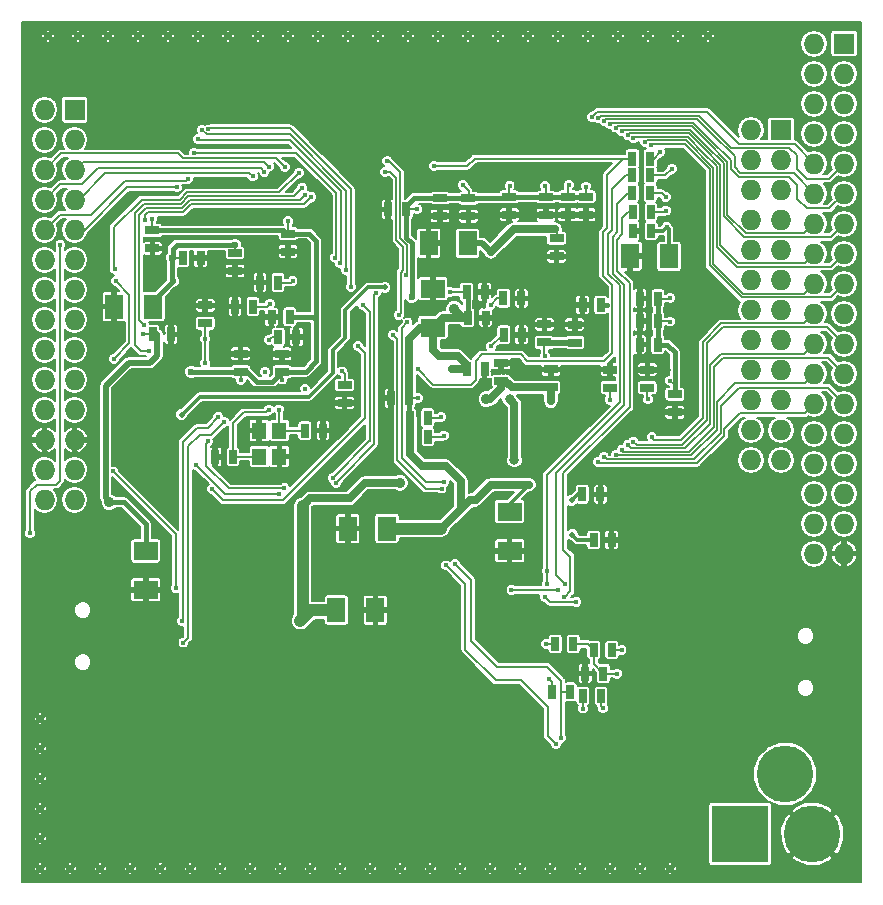
<source format=gbl>
G04 #@! TF.FileFunction,Copper,L4,Bot,Signal*
%FSLAX46Y46*%
G04 Gerber Fmt 4.6, Leading zero omitted, Abs format (unit mm)*
G04 Created by KiCad (PCBNEW 0.201502071101+5410~21~ubuntu14.04.1-product) date mié 20 may 2015 20:07:26 COT*
%MOMM*%
G01*
G04 APERTURE LIST*
%ADD10C,0.100000*%
%ADD11R,2.032000X1.524000*%
%ADD12R,1.143000X0.635000*%
%ADD13R,0.635000X1.143000*%
%ADD14R,1.524000X2.032000*%
%ADD15R,1.198880X1.399540*%
%ADD16R,1.727200X1.727200*%
%ADD17O,1.727200X1.727200*%
%ADD18C,4.800600*%
%ADD19R,4.800600X4.800600*%
%ADD20C,0.508000*%
%ADD21C,0.400000*%
%ADD22C,0.600000*%
%ADD23C,0.900000*%
%ADD24C,0.500000*%
%ADD25C,1.000000*%
%ADD26C,0.700000*%
%ADD27C,0.800000*%
%ADD28C,0.400000*%
%ADD29C,0.200000*%
%ADD30C,0.500000*%
%ADD31C,0.300000*%
%ADD32C,0.700000*%
%ADD33C,1.000000*%
G04 APERTURE END LIST*
D10*
D11*
X30250000Y-110969000D03*
X30250000Y-114271000D03*
D12*
X42290000Y-84098000D03*
X42290000Y-85622000D03*
D13*
X43708000Y-100790000D03*
X45232000Y-100790000D03*
X37632000Y-103010000D03*
X36108000Y-103010000D03*
D12*
X30800000Y-83838000D03*
X30800000Y-85362000D03*
D13*
X30858000Y-92640000D03*
X32382000Y-92640000D03*
D12*
X47070000Y-96918000D03*
X47070000Y-98442000D03*
X35280000Y-91702000D03*
X35280000Y-90178000D03*
D13*
X41458000Y-92860000D03*
X42982000Y-92860000D03*
X41442000Y-88250000D03*
X39918000Y-88250000D03*
D12*
X37800000Y-85758000D03*
X37800000Y-87282000D03*
D14*
X30857000Y-90279800D03*
X27555000Y-90279800D03*
D15*
X41550000Y-100780000D03*
X41550000Y-102979640D03*
X39850740Y-102979640D03*
X39850740Y-100780000D03*
D13*
X33358000Y-86150000D03*
X34882000Y-86150000D03*
X39322000Y-90280000D03*
X37798000Y-90280000D03*
D12*
X41790000Y-95802000D03*
X41790000Y-94278000D03*
D13*
X42422000Y-91150000D03*
X40898000Y-91150000D03*
D12*
X38270000Y-95802000D03*
X38270000Y-94278000D03*
X75030000Y-97708000D03*
X75030000Y-99232000D03*
D13*
X52532000Y-98050000D03*
X51008000Y-98050000D03*
D12*
X72710000Y-97152000D03*
X72710000Y-95628000D03*
X57552400Y-81110400D03*
X57552400Y-82634400D03*
D13*
X73602000Y-91530000D03*
X72078000Y-91530000D03*
D12*
X64110000Y-80998000D03*
X64110000Y-82522000D03*
D13*
X57398000Y-89050000D03*
X58922000Y-89050000D03*
X67204400Y-106180200D03*
X68728400Y-106180200D03*
D12*
X65970000Y-80988000D03*
X65970000Y-82512000D03*
D13*
X57488000Y-91229000D03*
X59012000Y-91229000D03*
X52292000Y-82060000D03*
X50768000Y-82060000D03*
D12*
X67530000Y-80988000D03*
X67530000Y-82512000D03*
X55139400Y-81085000D03*
X55139400Y-82609000D03*
X61020000Y-80988000D03*
X61020000Y-82512000D03*
D13*
X57398000Y-95550000D03*
X58922000Y-95550000D03*
D12*
X60330000Y-96582000D03*
X60330000Y-95058000D03*
X69540000Y-97142000D03*
X69540000Y-95618000D03*
X64540000Y-97122000D03*
X64540000Y-95598000D03*
D13*
X73032000Y-83870000D03*
X71508000Y-83870000D03*
X73579800Y-93505600D03*
X72055800Y-93505600D03*
X60528000Y-89590000D03*
X62052000Y-89590000D03*
X60538000Y-92670000D03*
X62062000Y-92670000D03*
D12*
X66556700Y-93327800D03*
X66556700Y-91803800D03*
D13*
X68158000Y-110050000D03*
X69682000Y-110050000D03*
X68752000Y-90160000D03*
X67228000Y-90160000D03*
D12*
X63990000Y-93322000D03*
X63990000Y-91798000D03*
X65020000Y-84508000D03*
X65020000Y-86032000D03*
D13*
X73612000Y-89610000D03*
X72088000Y-89610000D03*
X52578000Y-99700000D03*
X54102000Y-99700000D03*
X52608000Y-101320000D03*
X54132000Y-101320000D03*
D11*
X54555200Y-92083200D03*
X54555200Y-88781200D03*
X61040000Y-107659000D03*
X61040000Y-110961000D03*
D14*
X57488900Y-84920400D03*
X54186900Y-84920400D03*
X50661000Y-109080000D03*
X47359000Y-109080000D03*
X74545000Y-86025300D03*
X71243000Y-86025300D03*
X46389000Y-115980000D03*
X49691000Y-115980000D03*
D16*
X89370000Y-68020000D03*
D17*
X86830000Y-68020000D03*
X89370000Y-70560000D03*
X86830000Y-70560000D03*
X89370000Y-73100000D03*
X86830000Y-73100000D03*
X89370000Y-75640000D03*
X86830000Y-75640000D03*
X89370000Y-78180000D03*
X86830000Y-78180000D03*
X89370000Y-80720000D03*
X86830000Y-80720000D03*
X89370000Y-83260000D03*
X86830000Y-83260000D03*
X89370000Y-85800000D03*
X86830000Y-85800000D03*
X89370000Y-88340000D03*
X86830000Y-88340000D03*
X89370000Y-90880000D03*
X86830000Y-90880000D03*
X89370000Y-93420000D03*
X86830000Y-93420000D03*
X89370000Y-95960000D03*
X86830000Y-95960000D03*
X89370000Y-98500000D03*
X86830000Y-98500000D03*
X89370000Y-101040000D03*
X86830000Y-101040000D03*
X89370000Y-103580000D03*
X86830000Y-103580000D03*
X89370000Y-106120000D03*
X86830000Y-106120000D03*
X89370000Y-108660000D03*
X86830000Y-108660000D03*
X89370000Y-111200000D03*
X86830000Y-111200000D03*
D16*
X84020000Y-75370000D03*
D17*
X81480000Y-75370000D03*
X84020000Y-77910000D03*
X81480000Y-77910000D03*
X84020000Y-80450000D03*
X81480000Y-80450000D03*
X84020000Y-82990000D03*
X81480000Y-82990000D03*
X84020000Y-85530000D03*
X81480000Y-85530000D03*
X84020000Y-88070000D03*
X81480000Y-88070000D03*
X84020000Y-90610000D03*
X81480000Y-90610000D03*
X84020000Y-93150000D03*
X81480000Y-93150000D03*
X84020000Y-95690000D03*
X81480000Y-95690000D03*
X84020000Y-98230000D03*
X81480000Y-98230000D03*
X84020000Y-100770000D03*
X81480000Y-100770000D03*
X84020000Y-103310000D03*
X81480000Y-103310000D03*
D16*
X24220000Y-73620000D03*
D17*
X21680000Y-73620000D03*
X24220000Y-76160000D03*
X21680000Y-76160000D03*
X24220000Y-78700000D03*
X21680000Y-78700000D03*
X24220000Y-81240000D03*
X21680000Y-81240000D03*
X24220000Y-83780000D03*
X21680000Y-83780000D03*
X24220000Y-86320000D03*
X21680000Y-86320000D03*
X24220000Y-88860000D03*
X21680000Y-88860000D03*
X24220000Y-91400000D03*
X21680000Y-91400000D03*
X24220000Y-93940000D03*
X21680000Y-93940000D03*
X24220000Y-96480000D03*
X21680000Y-96480000D03*
X24220000Y-99020000D03*
X21680000Y-99020000D03*
X24220000Y-101560000D03*
X21680000Y-101560000D03*
X24220000Y-104100000D03*
X21680000Y-104100000D03*
X24220000Y-106640000D03*
X21680000Y-106640000D03*
D13*
X71448000Y-77760000D03*
X72972000Y-77760000D03*
X71438000Y-79170000D03*
X72962000Y-79170000D03*
X71428000Y-80660000D03*
X72952000Y-80660000D03*
X71488000Y-82280000D03*
X73012000Y-82280000D03*
X68972000Y-121350000D03*
X67448000Y-121350000D03*
X68792000Y-123270000D03*
X67268000Y-123270000D03*
X69702000Y-119370000D03*
X68178000Y-119370000D03*
X64918000Y-118860000D03*
X66442000Y-118860000D03*
X64648000Y-122900000D03*
X66172000Y-122900000D03*
D18*
X86680000Y-134950000D03*
D19*
X80584000Y-134950000D03*
D18*
X84394000Y-129870000D03*
D20*
X21315000Y-137875000D03*
X46715000Y-137875000D03*
X36555000Y-137875000D03*
X56875000Y-137875000D03*
X61955000Y-137875000D03*
X28935000Y-137875000D03*
X34015000Y-137875000D03*
X64495000Y-137875000D03*
X67035000Y-137875000D03*
X31475000Y-137875000D03*
X69575000Y-137875000D03*
X23855000Y-137875000D03*
X54335000Y-137875000D03*
X51795000Y-137875000D03*
X26395000Y-137875000D03*
X59415000Y-137875000D03*
X44175000Y-137875000D03*
X41635000Y-137875000D03*
X39095000Y-137875000D03*
X49255000Y-137875000D03*
X21950000Y-67390000D03*
X27030000Y-67390000D03*
X44810000Y-67390000D03*
X29570000Y-67390000D03*
X42270000Y-67390000D03*
X47350000Y-67390000D03*
X32110000Y-67390000D03*
X49890000Y-67390000D03*
X34650000Y-67390000D03*
X39730000Y-67390000D03*
X21315000Y-125175000D03*
X21315000Y-130255000D03*
X72115000Y-137875000D03*
X74655000Y-137875000D03*
X21315000Y-135335000D03*
X21315000Y-132795000D03*
X21315000Y-127715000D03*
X37190000Y-67390000D03*
X24490000Y-67390000D03*
X52430000Y-67390000D03*
X54970000Y-67390000D03*
X57510000Y-67390000D03*
X60050000Y-67390000D03*
X65130000Y-67390000D03*
X62590000Y-67390000D03*
X67670000Y-67390000D03*
X70210000Y-67390000D03*
X75290000Y-67390000D03*
X72750000Y-67390000D03*
X77830000Y-67390000D03*
D21*
X40690000Y-93100000D03*
X42670000Y-88110000D03*
D22*
X32550000Y-88140000D03*
X32470000Y-86140000D03*
D21*
X35290000Y-93010000D03*
X40760000Y-90040000D03*
D22*
X37790000Y-85040000D03*
D21*
X35290000Y-95050000D03*
D23*
X27160000Y-106840000D03*
D21*
X30790000Y-82870000D03*
X42290000Y-83070000D03*
X43340000Y-91140000D03*
X41790000Y-96460000D03*
X30040000Y-92640000D03*
X38290000Y-96490000D03*
X46850000Y-95780000D03*
D22*
X34100000Y-95810000D03*
D21*
X43330000Y-95820000D03*
D24*
X64880000Y-101780000D03*
D21*
X74252000Y-88435000D03*
X56472000Y-92499000D03*
X56853000Y-86530000D03*
X39581000Y-95420000D03*
X62500000Y-98300000D03*
X49230000Y-86560000D03*
D24*
X43350000Y-94980000D03*
X74440000Y-95640000D03*
X75340000Y-100240000D03*
X72030000Y-76700000D03*
D23*
X51760000Y-105200000D03*
X43540000Y-107140000D03*
D25*
X43310000Y-116900000D03*
D21*
X41490000Y-99010000D03*
X40343000Y-95801000D03*
X40660000Y-99010000D03*
X52250000Y-87600000D03*
X27610000Y-87140000D03*
X43190000Y-78950000D03*
X50680000Y-77960000D03*
X30110000Y-91880000D03*
X43720000Y-80820000D03*
X50520000Y-78900000D03*
X51650000Y-91020000D03*
D26*
X62680000Y-105370000D03*
D24*
X66290000Y-106700000D03*
D23*
X59080000Y-98120000D03*
X55260000Y-109090000D03*
D21*
X72780000Y-98140000D03*
D23*
X56345000Y-90467000D03*
D21*
X64050000Y-80070000D03*
X66050000Y-80000000D03*
X67530000Y-80120000D03*
X61040000Y-80060000D03*
X57080000Y-80000000D03*
X53230000Y-82050000D03*
X56000000Y-89050000D03*
D26*
X56140000Y-95600000D03*
D21*
X53270000Y-98050000D03*
X69530000Y-98160000D03*
X74660000Y-96550000D03*
X74630000Y-91550000D03*
X74650000Y-89560000D03*
D24*
X64530000Y-98330000D03*
D21*
X74330000Y-83540000D03*
D22*
X52770000Y-89480000D03*
D24*
X66350000Y-109620000D03*
D22*
X59440000Y-85650000D03*
D21*
X59440000Y-90140000D03*
X59480000Y-93660000D03*
X64040000Y-94470000D03*
X64920000Y-83710000D03*
X69330000Y-90160000D03*
D27*
X61460000Y-103270000D03*
X61044900Y-98141100D03*
D21*
X55260000Y-99620000D03*
X55500000Y-101200000D03*
X68530000Y-103420000D03*
X69030000Y-103000000D03*
X70030000Y-102830000D03*
X70530000Y-102450000D03*
X71030000Y-102030000D03*
X71530000Y-101710000D03*
X73100000Y-101350000D03*
X73030000Y-76630000D03*
X72530000Y-76330000D03*
X71530000Y-76020000D03*
X71030000Y-75730000D03*
X70530000Y-75420000D03*
X70030000Y-75130000D03*
X69530000Y-74830000D03*
X69030000Y-74540000D03*
X68530000Y-74340000D03*
X68030000Y-74260000D03*
X35550000Y-75290000D03*
X47620000Y-88620000D03*
X34670000Y-76120000D03*
X46690000Y-86630000D03*
X46250000Y-86130000D03*
X34310000Y-77300000D03*
X47170000Y-87160000D03*
X35000000Y-75310000D03*
X46080000Y-104780000D03*
X48620000Y-90140000D03*
X49740000Y-89140000D03*
X46370000Y-105200000D03*
X48210000Y-93640000D03*
X35850000Y-105740000D03*
X40650000Y-78430000D03*
X42010000Y-78460000D03*
X39290000Y-79260000D03*
X40290000Y-78870000D03*
X32870000Y-80190000D03*
X33790000Y-79470000D03*
X65650000Y-114870000D03*
X65140000Y-114280000D03*
X23020000Y-85050000D03*
X20430000Y-109490000D03*
X61200000Y-114280000D03*
X30510000Y-94060000D03*
X53300000Y-95590000D03*
X43720000Y-97250000D03*
X43500000Y-80220000D03*
X54640000Y-78370000D03*
X73800000Y-77210000D03*
X64180000Y-112650000D03*
X64190000Y-113780000D03*
X35510000Y-101690000D03*
X41980000Y-105670000D03*
X74770000Y-78610000D03*
X65710000Y-113800000D03*
X34510000Y-103680000D03*
X41510000Y-106130000D03*
X74260000Y-81000000D03*
X74310000Y-82150000D03*
D24*
X33290000Y-99440000D03*
X50490000Y-88650000D03*
D21*
X67260000Y-124320000D03*
X68980000Y-124300000D03*
X70120000Y-121360000D03*
X64350000Y-121780000D03*
X70520000Y-119370000D03*
X66700000Y-115280000D03*
X64020000Y-114850000D03*
X32760000Y-114110000D03*
X27470000Y-104240000D03*
X27550000Y-94700000D03*
X27710000Y-88130000D03*
X64130000Y-118850000D03*
X56420000Y-112080000D03*
X55530000Y-105100000D03*
X52400000Y-91630000D03*
X65410000Y-126790000D03*
X64960000Y-127340000D03*
X55690000Y-112200000D03*
X51190000Y-92670000D03*
X55280000Y-105690000D03*
X33340000Y-116920000D03*
X36390000Y-99660000D03*
X33430000Y-118730000D03*
X36870000Y-100040000D03*
X44260000Y-81000000D03*
X30140000Y-82970000D03*
D28*
X30857000Y-90279800D02*
X30857000Y-89833000D01*
X30857000Y-89833000D02*
X32550000Y-88140000D01*
D29*
X40930000Y-92860000D02*
X41458000Y-92860000D01*
X40690000Y-93100000D02*
X40930000Y-92860000D01*
X42530000Y-88250000D02*
X41442000Y-88250000D01*
X42670000Y-88110000D02*
X42530000Y-88250000D01*
D28*
X32470000Y-88060000D02*
X32470000Y-86140000D01*
X32550000Y-88140000D02*
X32470000Y-88060000D01*
D29*
X32470000Y-86140000D02*
X32480000Y-86150000D01*
X32510000Y-86150000D02*
X33358000Y-86150000D01*
X32480000Y-86150000D02*
X32510000Y-86150000D01*
X35280000Y-93000000D02*
X35280000Y-91702000D01*
X35290000Y-93010000D02*
X35280000Y-93000000D01*
X40520000Y-90280000D02*
X39322000Y-90280000D01*
X40760000Y-90040000D02*
X40520000Y-90280000D01*
X37800000Y-85050000D02*
X37800000Y-85758000D01*
X37790000Y-85040000D02*
X37800000Y-85050000D01*
X35290000Y-95050000D02*
X35290000Y-93010000D01*
D28*
X32510000Y-85410000D02*
X32880000Y-85040000D01*
X32880000Y-85040000D02*
X37790000Y-85040000D01*
X32510000Y-86150000D02*
X32510000Y-85410000D01*
D29*
X31228000Y-92650000D02*
X30868000Y-92650000D01*
X30868000Y-92650000D02*
X30858000Y-92640000D01*
D30*
X31228000Y-94432000D02*
X31228000Y-92650000D01*
X31228000Y-92650000D02*
X31228000Y-92640000D01*
X30620000Y-95040000D02*
X31228000Y-94432000D01*
X28780000Y-95040000D02*
X30620000Y-95040000D01*
X26850000Y-96970000D02*
X28780000Y-95040000D01*
X26850000Y-106530000D02*
X26850000Y-96970000D01*
X27160000Y-106840000D02*
X26850000Y-106530000D01*
D29*
X30790000Y-82870000D02*
X30800000Y-82880000D01*
X30800000Y-82880000D02*
X30800000Y-83838000D01*
X42290000Y-83070000D02*
X42290000Y-84098000D01*
X43330000Y-91150000D02*
X42422000Y-91150000D01*
X43340000Y-91140000D02*
X43330000Y-91150000D01*
X41790000Y-96460000D02*
X41790000Y-95802000D01*
X30040000Y-92640000D02*
X31228000Y-92640000D01*
X38270000Y-96470000D02*
X38270000Y-95802000D01*
X38290000Y-96490000D02*
X38270000Y-96470000D01*
X47070000Y-96000000D02*
X47070000Y-96918000D01*
X46850000Y-95780000D02*
X47070000Y-96000000D01*
D28*
X34100000Y-95810000D02*
X34108000Y-95802000D01*
X34108000Y-95802000D02*
X38270000Y-95802000D01*
X39620000Y-96630000D02*
X40962000Y-96630000D01*
X40962000Y-96630000D02*
X41790000Y-95802000D01*
X38792000Y-95802000D02*
X39620000Y-96630000D01*
X38270000Y-95802000D02*
X38792000Y-95802000D01*
X44680000Y-91440000D02*
X44390000Y-91150000D01*
X44390000Y-91150000D02*
X42422000Y-91150000D01*
X44680000Y-94930000D02*
X44680000Y-91440000D01*
X43808000Y-95802000D02*
X44680000Y-94930000D01*
X41790000Y-95802000D02*
X43808000Y-95802000D01*
X44048000Y-84098000D02*
X44680000Y-84730000D01*
X44680000Y-84730000D02*
X44680000Y-91440000D01*
X42290000Y-84098000D02*
X44048000Y-84098000D01*
X41868000Y-83838000D02*
X30800000Y-83838000D01*
X42128000Y-84098000D02*
X41868000Y-83838000D01*
X42290000Y-84098000D02*
X42128000Y-84098000D01*
D31*
X43312000Y-95802000D02*
X43330000Y-95820000D01*
X41790000Y-95802000D02*
X43312000Y-95802000D01*
D28*
X30250000Y-108710000D02*
X28380000Y-106840000D01*
X28380000Y-106840000D02*
X27160000Y-106840000D01*
X30250000Y-110969000D02*
X30250000Y-108710000D01*
D31*
X74440000Y-95640000D02*
X74428000Y-95628000D01*
X74428000Y-95628000D02*
X72710000Y-95628000D01*
X75030000Y-99930000D02*
X75340000Y-100240000D01*
X75030000Y-99232000D02*
X75030000Y-99930000D01*
D32*
X48820000Y-105200000D02*
X51760000Y-105200000D01*
X47500000Y-106520000D02*
X48820000Y-105200000D01*
X44160000Y-106520000D02*
X47500000Y-106520000D01*
X43540000Y-107140000D02*
X44160000Y-106520000D01*
D33*
X43310000Y-116900000D02*
X43540000Y-116670000D01*
X43540000Y-116670000D02*
X43540000Y-107140000D01*
X44230000Y-115980000D02*
X43310000Y-116900000D01*
X46389000Y-115980000D02*
X44230000Y-115980000D01*
D29*
X41490000Y-99010000D02*
X41550000Y-99070000D01*
X41550000Y-99070000D02*
X41550000Y-100780000D01*
X43698000Y-100780000D02*
X43708000Y-100790000D01*
X41550000Y-100780000D02*
X43698000Y-100780000D01*
X40660000Y-99010000D02*
X40430000Y-99240000D01*
X40430000Y-99240000D02*
X38540000Y-99240000D01*
X38540000Y-99240000D02*
X37632000Y-100148000D01*
X37632000Y-100148000D02*
X37632000Y-103010000D01*
X37662360Y-102979640D02*
X37632000Y-103010000D01*
X39850740Y-102979640D02*
X37662360Y-102979640D01*
D31*
X52250000Y-87600000D02*
X52240000Y-87590000D01*
D29*
X50820000Y-77960000D02*
X51760000Y-78900000D01*
X51760000Y-78900000D02*
X51760000Y-84510000D01*
X51760000Y-84510000D02*
X52340000Y-85090000D01*
X52340000Y-85090000D02*
X52340000Y-87510000D01*
X52340000Y-87510000D02*
X52250000Y-87600000D01*
X27610000Y-87140000D02*
X27520000Y-87050000D01*
X27520000Y-87050000D02*
X27520000Y-83580000D01*
X27520000Y-83580000D02*
X29880000Y-81220000D01*
X29880000Y-81220000D02*
X33120000Y-81220000D01*
X33120000Y-81220000D02*
X33720000Y-80620000D01*
X33720000Y-80620000D02*
X41520000Y-80620000D01*
X41520000Y-80620000D02*
X43190000Y-78950000D01*
X50680000Y-77960000D02*
X50820000Y-77960000D01*
X30110000Y-91880000D02*
X29660000Y-91430000D01*
X29660000Y-91430000D02*
X29660000Y-82520000D01*
X29660000Y-82520000D02*
X30260000Y-81920000D01*
X30260000Y-81920000D02*
X33302852Y-81920000D01*
X33302852Y-81920000D02*
X33952852Y-81270000D01*
X33952852Y-81270000D02*
X43270000Y-81270000D01*
X43270000Y-81270000D02*
X43720000Y-80820000D01*
X50560000Y-78900000D02*
X50510000Y-78900000D01*
X50540000Y-78900000D02*
X50560000Y-78900000D01*
X50520000Y-78900000D02*
X50540000Y-78900000D01*
X50960000Y-78900000D02*
X51450000Y-79390000D01*
X51450000Y-79390000D02*
X51450000Y-84660000D01*
X51450000Y-84660000D02*
X52020000Y-85230000D01*
X52020000Y-85230000D02*
X52020000Y-87220000D01*
X52020000Y-87220000D02*
X51820000Y-87420000D01*
X51820000Y-87420000D02*
X51820000Y-90850000D01*
X51820000Y-90850000D02*
X51650000Y-91020000D01*
X50540000Y-78900000D02*
X50960000Y-78900000D01*
D32*
X57690000Y-106660000D02*
X55260000Y-109090000D01*
X58160000Y-106660000D02*
X57690000Y-106660000D01*
X59450000Y-105370000D02*
X58160000Y-106660000D01*
X62680000Y-105370000D02*
X59450000Y-105370000D01*
D31*
X66809800Y-106180200D02*
X67204400Y-106180200D01*
X66290000Y-106700000D02*
X66809800Y-106180200D01*
D32*
X59080000Y-98120000D02*
X59410000Y-98120000D01*
X60330000Y-97200000D02*
X60330000Y-96582000D01*
X59410000Y-98120000D02*
X60330000Y-97200000D01*
X52608000Y-102788000D02*
X52608000Y-101320000D01*
X55260000Y-109090000D02*
X56920000Y-107430000D01*
X56920000Y-107430000D02*
X56920000Y-105040000D01*
X56920000Y-105040000D02*
X55660000Y-103780000D01*
X55660000Y-103780000D02*
X53600000Y-103780000D01*
X53600000Y-103780000D02*
X52608000Y-102788000D01*
D28*
X52532000Y-98050000D02*
X52532000Y-99654000D01*
X52532000Y-99654000D02*
X52578000Y-99700000D01*
D32*
X57398000Y-95550000D02*
X57398000Y-95208000D01*
X57398000Y-95208000D02*
X56670000Y-94480000D01*
X54555200Y-93965200D02*
X54555200Y-92083200D01*
X55070000Y-94480000D02*
X54555200Y-93965200D01*
X56670000Y-94480000D02*
X55070000Y-94480000D01*
D28*
X54555200Y-92083200D02*
X53476800Y-92083200D01*
D32*
X52532000Y-93028000D02*
X52532000Y-98050000D01*
X53476800Y-92083200D02*
X52532000Y-93028000D01*
D29*
X72780000Y-98140000D02*
X72710000Y-98070000D01*
X72710000Y-97152000D02*
X72710000Y-98070000D01*
D28*
X73579800Y-93505600D02*
X73579800Y-91552200D01*
D29*
X73579800Y-91552200D02*
X73602000Y-91530000D01*
D28*
X55139400Y-81085000D02*
X57543000Y-81085000D01*
D29*
X57543000Y-81085000D02*
X57570000Y-81058000D01*
D28*
X54555200Y-92083200D02*
X54936200Y-92083200D01*
D32*
X56345000Y-90467000D02*
X57107000Y-91229000D01*
D29*
X57107000Y-91229000D02*
X57488000Y-91229000D01*
X64050000Y-80070000D02*
X64110000Y-80130000D01*
X64110000Y-80130000D02*
X64110000Y-80998000D01*
X66050000Y-80000000D02*
X65970000Y-80080000D01*
X65970000Y-80080000D02*
X65970000Y-80988000D01*
X67530000Y-80120000D02*
X67530000Y-80988000D01*
X61040000Y-80060000D02*
X61020000Y-80080000D01*
X61020000Y-80080000D02*
X61020000Y-80988000D01*
X57080000Y-80000000D02*
X57570000Y-80490000D01*
X57570000Y-80490000D02*
X57570000Y-81058000D01*
X53230000Y-82050000D02*
X53220000Y-82060000D01*
X53220000Y-82060000D02*
X52292000Y-82060000D01*
X56000000Y-89050000D02*
X57398000Y-89050000D01*
X56140000Y-95600000D02*
X56190000Y-95550000D01*
D32*
X56190000Y-95550000D02*
X57398000Y-95550000D01*
D29*
X53270000Y-98050000D02*
X52532000Y-98050000D01*
X69530000Y-98160000D02*
X69540000Y-98150000D01*
X69540000Y-98150000D02*
X69540000Y-97142000D01*
X75030000Y-96920000D02*
X75030000Y-97708000D01*
X74660000Y-96550000D02*
X75030000Y-96920000D01*
X74630000Y-91550000D02*
X74610000Y-91530000D01*
X74610000Y-91530000D02*
X73602000Y-91530000D01*
X74650000Y-89560000D02*
X74600000Y-89610000D01*
X74600000Y-89610000D02*
X73612000Y-89610000D01*
X52608000Y-99730000D02*
X52578000Y-99700000D01*
D32*
X52608000Y-101320000D02*
X52608000Y-99730000D01*
D29*
X64540000Y-98320000D02*
X64530000Y-98330000D01*
D32*
X64540000Y-97122000D02*
X64540000Y-98320000D01*
D28*
X60897600Y-81110400D02*
X61020000Y-80988000D01*
X57552400Y-81110400D02*
X60897600Y-81110400D01*
X64100000Y-80988000D02*
X64110000Y-80998000D01*
X61020000Y-80988000D02*
X64100000Y-80988000D01*
X65960000Y-80998000D02*
X65970000Y-80988000D01*
X64110000Y-80998000D02*
X65960000Y-80998000D01*
X65970000Y-80988000D02*
X67530000Y-80988000D01*
X52292000Y-81748000D02*
X52292000Y-82060000D01*
X52955000Y-81085000D02*
X52292000Y-81748000D01*
X55139400Y-81085000D02*
X52955000Y-81085000D01*
X57488000Y-89140000D02*
X57398000Y-89050000D01*
X57488000Y-91229000D02*
X57488000Y-89140000D01*
D32*
X55409400Y-91229000D02*
X54555200Y-92083200D01*
X57488000Y-91229000D02*
X55409400Y-91229000D01*
X61232000Y-97122000D02*
X64540000Y-97122000D01*
X60692000Y-96582000D02*
X61232000Y-97122000D01*
D28*
X60330000Y-96582000D02*
X60692000Y-96582000D01*
D31*
X74330000Y-83540000D02*
X74545000Y-83755000D01*
X74545000Y-83755000D02*
X74545000Y-86025300D01*
D28*
X74545000Y-86025300D02*
X74545000Y-86255000D01*
X73612000Y-91520000D02*
X73602000Y-91530000D01*
X74375600Y-93505600D02*
X75030000Y-94160000D01*
X75030000Y-94160000D02*
X75030000Y-97708000D01*
X73579800Y-93505600D02*
X74375600Y-93505600D01*
X73612000Y-89610000D02*
X73612000Y-91520000D01*
D31*
X74000000Y-83870000D02*
X74330000Y-83540000D01*
X73032000Y-83870000D02*
X74000000Y-83870000D01*
D28*
X52292000Y-84452000D02*
X52770000Y-84930000D01*
X52770000Y-84930000D02*
X52770000Y-89480000D01*
X52292000Y-82060000D02*
X52292000Y-84452000D01*
D33*
X55250000Y-109080000D02*
X55260000Y-109090000D01*
X50661000Y-109080000D02*
X55250000Y-109080000D01*
D31*
X61040000Y-107010000D02*
X62680000Y-105370000D01*
X61040000Y-107659000D02*
X61040000Y-107010000D01*
X66780000Y-110050000D02*
X68158000Y-110050000D01*
X66350000Y-109620000D02*
X66780000Y-110050000D01*
D30*
X66556700Y-93327800D02*
X63995800Y-93327800D01*
X63995800Y-93327800D02*
X63990000Y-93322000D01*
X57488900Y-84920400D02*
X58710400Y-84920400D01*
X58710400Y-84920400D02*
X59440000Y-85650000D01*
D32*
X61380000Y-83710000D02*
X64920000Y-83710000D01*
X59440000Y-85650000D02*
X61380000Y-83710000D01*
D29*
X59990000Y-89590000D02*
X60528000Y-89590000D01*
X59440000Y-90140000D02*
X59990000Y-89590000D01*
X60470000Y-92670000D02*
X60538000Y-92670000D01*
X59480000Y-93660000D02*
X60470000Y-92670000D01*
X63990000Y-94420000D02*
X63990000Y-93322000D01*
X64040000Y-94470000D02*
X63990000Y-94420000D01*
X64920000Y-83710000D02*
X65020000Y-83810000D01*
X65020000Y-83810000D02*
X65020000Y-84508000D01*
D28*
X68752000Y-90160000D02*
X69330000Y-90160000D01*
D32*
X61460000Y-98556200D02*
X61044900Y-98141100D01*
X61460000Y-103270000D02*
X61460000Y-98556200D01*
D29*
X55260000Y-99620000D02*
X55180000Y-99700000D01*
X55180000Y-99700000D02*
X54102000Y-99700000D01*
X55500000Y-101200000D02*
X55380000Y-101320000D01*
X55380000Y-101320000D02*
X54132000Y-101320000D01*
X68530000Y-103420000D02*
X68639002Y-103529002D01*
X68639002Y-103529002D02*
X76888110Y-103529002D01*
X76888110Y-103529002D02*
X79214012Y-101203100D01*
X79214012Y-101203100D02*
X79214012Y-100645988D01*
X79214012Y-100645988D02*
X80550000Y-99310000D01*
X80550000Y-99310000D02*
X86020000Y-99310000D01*
X86020000Y-99310000D02*
X86830000Y-98500000D01*
X69030000Y-103000000D02*
X69260000Y-103230000D01*
X69260000Y-103230000D02*
X76634260Y-103230000D01*
X76634260Y-103230000D02*
X78915010Y-100949250D01*
X78915010Y-100949250D02*
X78915010Y-98684990D01*
X78915010Y-98684990D02*
X80460000Y-97140000D01*
X80460000Y-97140000D02*
X88010000Y-97140000D01*
X88010000Y-97140000D02*
X89370000Y-98500000D01*
X70030000Y-102830000D02*
X70087006Y-102887006D01*
X70087006Y-102887006D02*
X76424402Y-102887006D01*
X76424402Y-102887006D02*
X78616008Y-100695400D01*
X78616008Y-100695400D02*
X78616008Y-98323992D01*
X78616008Y-98323992D02*
X80170000Y-96770000D01*
X80170000Y-96770000D02*
X86020000Y-96770000D01*
X86020000Y-96770000D02*
X86830000Y-95960000D01*
X70530000Y-102450000D02*
X70668004Y-102588004D01*
X70668004Y-102588004D02*
X76200552Y-102588004D01*
X76200552Y-102588004D02*
X78317006Y-100471550D01*
X78317006Y-100471550D02*
X78317006Y-95375846D01*
X78317006Y-95375846D02*
X79083850Y-94609002D01*
X79083850Y-94609002D02*
X88019002Y-94609002D01*
X88019002Y-94609002D02*
X89370000Y-95960000D01*
X85940000Y-94310000D02*
X86830000Y-93420000D01*
X71030000Y-102030000D02*
X71289002Y-102289002D01*
X71289002Y-102289002D02*
X75936702Y-102289002D01*
X75936702Y-102289002D02*
X78018004Y-100207700D01*
X78018004Y-100207700D02*
X78018004Y-95251996D01*
X78018004Y-95251996D02*
X78960000Y-94310000D01*
X78960000Y-94310000D02*
X85940000Y-94310000D01*
X87959002Y-92009002D02*
X89370000Y-93420000D01*
X71530000Y-101710000D02*
X71810000Y-101990000D01*
X71810000Y-101990000D02*
X75652852Y-101990000D01*
X75652852Y-101990000D02*
X77719002Y-99923850D01*
X77719002Y-99923850D02*
X77719002Y-93393850D01*
X77719002Y-93393850D02*
X79103850Y-92009002D01*
X79103850Y-92009002D02*
X87959002Y-92009002D01*
X75550000Y-101550000D02*
X73300000Y-101550000D01*
X86830000Y-90880000D02*
X86000000Y-91710000D01*
X78980000Y-91710000D02*
X86000000Y-91710000D01*
X77420000Y-93270000D02*
X78980000Y-91710000D01*
X77420000Y-99680000D02*
X77420000Y-93270000D01*
X75550000Y-101550000D02*
X77420000Y-99680000D01*
X73300000Y-101550000D02*
X73100000Y-101350000D01*
X73030000Y-76630000D02*
X73148982Y-76511018D01*
X73148982Y-76511018D02*
X75863906Y-76511018D01*
X75863906Y-76511018D02*
X77994990Y-78642102D01*
X77994990Y-78642102D02*
X77994990Y-86797842D01*
X77994990Y-86797842D02*
X80686150Y-89489002D01*
X80686150Y-89489002D02*
X88220998Y-89489002D01*
X88220998Y-89489002D02*
X89370000Y-88340000D01*
X72530000Y-76330000D02*
X72647984Y-76212016D01*
X72647984Y-76212016D02*
X75987756Y-76212016D01*
X75987756Y-76212016D02*
X78293992Y-78518252D01*
X78293992Y-78518252D02*
X78293992Y-86673992D01*
X78293992Y-86673992D02*
X80810000Y-89190000D01*
X80810000Y-89190000D02*
X85980000Y-89190000D01*
X85980000Y-89190000D02*
X86830000Y-88340000D01*
X71530000Y-76020000D02*
X71636986Y-75913014D01*
X71636986Y-75913014D02*
X76111606Y-75913014D01*
X76111606Y-75913014D02*
X77454600Y-77256008D01*
X88260998Y-86909002D02*
X89370000Y-85800000D01*
X80266150Y-86909002D02*
X88260998Y-86909002D01*
X78592994Y-85235846D02*
X80266150Y-86909002D01*
X78592994Y-78394402D02*
X78592994Y-85235846D01*
X77454600Y-77256008D02*
X78592994Y-78394402D01*
X71030000Y-75730000D02*
X71145988Y-75614012D01*
X71145988Y-75614012D02*
X76235456Y-75614012D01*
X76235456Y-75614012D02*
X77578450Y-76957006D01*
X86020000Y-86610000D02*
X86830000Y-85800000D01*
X80390000Y-86610000D02*
X86020000Y-86610000D01*
X78891996Y-85111996D02*
X80390000Y-86610000D01*
X78891996Y-78270552D02*
X78891996Y-85111996D01*
X77578450Y-76957006D02*
X78891996Y-78270552D01*
X70530000Y-75420000D02*
X70634990Y-75315010D01*
X70634990Y-75315010D02*
X76359306Y-75315010D01*
X76359306Y-75315010D02*
X77702300Y-76658004D01*
X88250998Y-84379002D02*
X89370000Y-83260000D01*
X80926150Y-84379002D02*
X88250998Y-84379002D01*
X79190998Y-82643850D02*
X80926150Y-84379002D01*
X79190998Y-78146702D02*
X79190998Y-82643850D01*
X77702300Y-76658004D02*
X79190998Y-78146702D01*
X70030000Y-75130000D02*
X70143992Y-75016008D01*
X70143992Y-75016008D02*
X76483156Y-75016008D01*
X76483156Y-75016008D02*
X77826150Y-76359002D01*
X86010000Y-84080000D02*
X86830000Y-83260000D01*
X81050000Y-84080000D02*
X86010000Y-84080000D01*
X79490000Y-82520000D02*
X81050000Y-84080000D01*
X79490000Y-78022852D02*
X79490000Y-82520000D01*
X77826150Y-76359002D02*
X79490000Y-78022852D01*
X69530000Y-74830000D02*
X69642994Y-74717006D01*
X69642994Y-74717006D02*
X76607006Y-74717006D01*
X76607006Y-74717006D02*
X77950000Y-76060000D01*
X88120000Y-81970000D02*
X89370000Y-80720000D01*
X86210000Y-81970000D02*
X88120000Y-81970000D01*
X85410000Y-81170000D02*
X86210000Y-81970000D01*
X85410000Y-79980000D02*
X85410000Y-81170000D01*
X84720000Y-79290000D02*
X85410000Y-79980000D01*
X80430000Y-79290000D02*
X84720000Y-79290000D01*
X79790998Y-78650998D02*
X80430000Y-79290000D01*
X79790998Y-77900998D02*
X79790998Y-78650998D01*
X77950000Y-76060000D02*
X79790998Y-77900998D01*
X69030000Y-74540000D02*
X69151996Y-74418004D01*
X69151996Y-74418004D02*
X76938004Y-74418004D01*
X76938004Y-74418004D02*
X78150000Y-75630000D01*
X85100000Y-78990000D02*
X86830000Y-80720000D01*
X80580000Y-78990000D02*
X85100000Y-78990000D01*
X80090000Y-78500000D02*
X80580000Y-78990000D01*
X80090000Y-77570000D02*
X80090000Y-78500000D01*
X78150000Y-75630000D02*
X80090000Y-77570000D01*
X68530000Y-74340000D02*
X68750998Y-74119002D01*
X68750998Y-74119002D02*
X77089002Y-74119002D01*
X77089002Y-74119002D02*
X77110000Y-74140000D01*
X88090000Y-79460000D02*
X89370000Y-78180000D01*
X86200000Y-79460000D02*
X88090000Y-79460000D01*
X85400000Y-78660000D02*
X86200000Y-79460000D01*
X85400000Y-77490000D02*
X85400000Y-78660000D01*
X84740000Y-76830000D02*
X85400000Y-77490000D01*
X79800000Y-76830000D02*
X84740000Y-76830000D01*
X77110000Y-74140000D02*
X79800000Y-76830000D01*
X68030000Y-74260000D02*
X68470000Y-73820000D01*
X68470000Y-73820000D02*
X69550000Y-73820000D01*
X85170000Y-76520000D02*
X86830000Y-78180000D01*
X80480000Y-76520000D02*
X85170000Y-76520000D01*
X77780000Y-73820000D02*
X80480000Y-76520000D01*
X69550000Y-73820000D02*
X77780000Y-73820000D01*
X35550000Y-75290000D02*
X35660000Y-75180000D01*
X35660000Y-75180000D02*
X42430000Y-75180000D01*
X42430000Y-75180000D02*
X47620000Y-80370000D01*
X47620000Y-80370000D02*
X47620000Y-88620000D01*
X34670000Y-76120000D02*
X34730000Y-76180000D01*
X34730000Y-76180000D02*
X42430000Y-76180000D01*
X42430000Y-76180000D02*
X46790000Y-80540000D01*
X46790000Y-80540000D02*
X46790000Y-86530000D01*
X46790000Y-86530000D02*
X46690000Y-86630000D01*
X46370000Y-86010000D02*
X46250000Y-86130000D01*
X46370000Y-80660000D02*
X46370000Y-86010000D01*
X42990000Y-77280000D02*
X46370000Y-80660000D01*
X34330000Y-77280000D02*
X42990000Y-77280000D01*
X34310000Y-77300000D02*
X34330000Y-77280000D01*
X47230000Y-87100000D02*
X47170000Y-87160000D01*
X47230000Y-80490000D02*
X47230000Y-87100000D01*
X42450000Y-75710000D02*
X47230000Y-80490000D01*
X35400000Y-75710000D02*
X42450000Y-75710000D01*
X35000000Y-75310000D02*
X35400000Y-75710000D01*
X49190000Y-101680000D02*
X49180000Y-101680000D01*
X49180000Y-101680000D02*
X46080000Y-104780000D01*
X49190000Y-90710000D02*
X49190000Y-101680000D01*
X49190000Y-101680000D02*
X49190000Y-101680000D01*
X48620000Y-90140000D02*
X49190000Y-90710000D01*
X49569002Y-89449002D02*
X49569002Y-101960998D01*
X49569002Y-101960998D02*
X46660000Y-104870000D01*
X49569002Y-89310998D02*
X49569002Y-89449002D01*
X49740000Y-89140000D02*
X49569002Y-89310998D01*
X46660000Y-104910000D02*
X46660000Y-104870000D01*
X46370000Y-105200000D02*
X46660000Y-104910000D01*
X41830000Y-106690000D02*
X36800000Y-106690000D01*
X48210000Y-93640000D02*
X48820000Y-94250000D01*
X48820000Y-94250000D02*
X48820000Y-99700000D01*
X48820000Y-99700000D02*
X41830000Y-106690000D01*
X36800000Y-106690000D02*
X35850000Y-105740000D01*
X40650000Y-78430000D02*
X40249002Y-78029002D01*
X40249002Y-78029002D02*
X24890998Y-78029002D01*
X24890998Y-78029002D02*
X24220000Y-78700000D01*
X42010000Y-78460000D02*
X41280000Y-77730000D01*
X41280000Y-77730000D02*
X33390000Y-77730000D01*
X33390000Y-77730000D02*
X32960000Y-77300000D01*
X32960000Y-77300000D02*
X23080000Y-77300000D01*
X23080000Y-77300000D02*
X21680000Y-78700000D01*
X39290000Y-79260000D02*
X39020000Y-78990000D01*
X39020000Y-78990000D02*
X26820000Y-78990000D01*
X26820000Y-78990000D02*
X24570000Y-81240000D01*
X24570000Y-81240000D02*
X24220000Y-81240000D01*
X40290000Y-78870000D02*
X40000000Y-78580000D01*
X40000000Y-78580000D02*
X26180000Y-78580000D01*
X26180000Y-78580000D02*
X24860000Y-79900000D01*
X24860000Y-79900000D02*
X23020000Y-79900000D01*
X23020000Y-79900000D02*
X21680000Y-81240000D01*
X25070000Y-83780000D02*
X24220000Y-83780000D01*
X32870000Y-80190000D02*
X32860000Y-80200000D01*
X32860000Y-80200000D02*
X28650000Y-80200000D01*
X28650000Y-80200000D02*
X25070000Y-83780000D01*
X33790000Y-79470000D02*
X33650000Y-79610000D01*
X33650000Y-79610000D02*
X28470000Y-79610000D01*
X28470000Y-79610000D02*
X25590000Y-82490000D01*
X25590000Y-82490000D02*
X22970000Y-82490000D01*
X22970000Y-82490000D02*
X21680000Y-83780000D01*
X71100000Y-82280000D02*
X70570000Y-82810000D01*
X70570000Y-82810000D02*
X70570000Y-84170000D01*
X70570000Y-84170000D02*
X70130000Y-84610000D01*
X70130000Y-84610000D02*
X70130000Y-87230000D01*
X70130000Y-87230000D02*
X71200000Y-88300000D01*
X71200000Y-88300000D02*
X71200000Y-98810000D01*
X71200000Y-98810000D02*
X71160000Y-98850000D01*
X65720000Y-114870000D02*
X66200000Y-114390000D01*
X66200000Y-114390000D02*
X66200000Y-111460000D01*
X66200000Y-111460000D02*
X65600000Y-110860000D01*
X65600000Y-110860000D02*
X65600000Y-104570000D01*
X65650000Y-114870000D02*
X65720000Y-114870000D01*
X65600000Y-104410000D02*
X65600000Y-104570000D01*
X71160000Y-98850000D02*
X65600000Y-104410000D01*
X71488000Y-82280000D02*
X71100000Y-82280000D01*
X61200000Y-114280000D02*
X65140000Y-114280000D01*
X20430000Y-105920000D02*
X20430000Y-109490000D01*
X20990000Y-105360000D02*
X20430000Y-105920000D01*
X22660000Y-105360000D02*
X20990000Y-105360000D01*
X22970000Y-105050000D02*
X22660000Y-105360000D01*
X22970000Y-85100000D02*
X22970000Y-105050000D01*
X23020000Y-85050000D02*
X22970000Y-85100000D01*
X30140000Y-94060000D02*
X30510000Y-94060000D01*
X53300000Y-95590000D02*
X54600000Y-96890000D01*
X54600000Y-96890000D02*
X57740000Y-96890000D01*
X57740000Y-96890000D02*
X58160000Y-96470000D01*
X58160000Y-96470000D02*
X58160000Y-94870000D01*
X58160000Y-94870000D02*
X58690000Y-94340000D01*
X58690000Y-94340000D02*
X61980000Y-94340000D01*
X70660000Y-77760000D02*
X71448000Y-77760000D01*
X70660000Y-77760000D02*
X69290000Y-79130000D01*
X69290000Y-79130000D02*
X69290000Y-83650000D01*
X69290000Y-83650000D02*
X68960000Y-83980000D01*
X68960000Y-83980000D02*
X68960000Y-87680000D01*
X68960000Y-87680000D02*
X69740000Y-88460000D01*
X69740000Y-88460000D02*
X69740000Y-94200000D01*
X69740000Y-94200000D02*
X69030000Y-94910000D01*
X69030000Y-94910000D02*
X62550000Y-94910000D01*
X62550000Y-94910000D02*
X61980000Y-94340000D01*
X43720000Y-97250000D02*
X43700000Y-97230000D01*
X43500000Y-80220000D02*
X43510000Y-80210000D01*
X43510000Y-80210000D02*
X43510000Y-80200000D01*
X71448000Y-77760000D02*
X58080000Y-77760000D01*
X57470000Y-78370000D02*
X54640000Y-78370000D01*
X58080000Y-77760000D02*
X57470000Y-78370000D01*
X29850000Y-94060000D02*
X29310000Y-93520000D01*
X29310000Y-93520000D02*
X29310000Y-82400000D01*
X29310000Y-82400000D02*
X30110000Y-81600000D01*
X30110000Y-81600000D02*
X33200000Y-81600000D01*
X33200000Y-81600000D02*
X33850000Y-80950000D01*
X33850000Y-80950000D02*
X42770000Y-80950000D01*
X42770000Y-80950000D02*
X43500000Y-80220000D01*
X30180000Y-94060000D02*
X30140000Y-94060000D01*
X30140000Y-94060000D02*
X29850000Y-94060000D01*
X73250000Y-77760000D02*
X72972000Y-77760000D01*
X73800000Y-77210000D02*
X73250000Y-77760000D01*
X64180000Y-112650000D02*
X64180998Y-112650000D01*
X64180998Y-112650000D02*
X64180000Y-112650000D01*
X64180000Y-112650000D02*
X64180998Y-112650000D01*
X71438000Y-79170000D02*
X70900000Y-79170000D01*
X64180998Y-113770998D02*
X64190000Y-113780000D01*
X64180998Y-104556150D02*
X64180998Y-112650000D01*
X64180998Y-112650000D02*
X64180998Y-113770998D01*
X70350998Y-98386150D02*
X64180998Y-104556150D01*
X70350998Y-88493850D02*
X70350998Y-98386150D01*
X69360000Y-87502852D02*
X70350998Y-88493850D01*
X69360000Y-84170000D02*
X69360000Y-87502852D01*
X69740000Y-83790000D02*
X69360000Y-84170000D01*
X69740000Y-80330000D02*
X69740000Y-83790000D01*
X70900000Y-79170000D02*
X69740000Y-80330000D01*
D10*
X71310000Y-79170000D02*
X71438000Y-79170000D01*
D29*
X35490000Y-101710000D02*
X35560000Y-101640000D01*
X35510000Y-101690000D02*
X35490000Y-101710000D01*
X41970000Y-105680000D02*
X41980000Y-105670000D01*
X35490000Y-101760000D02*
X35350000Y-101900000D01*
X35350000Y-101900000D02*
X35350000Y-103770000D01*
X35350000Y-103770000D02*
X37250000Y-105670000D01*
X37250000Y-105670000D02*
X41980000Y-105670000D01*
X35490000Y-101710000D02*
X35490000Y-101760000D01*
X74770000Y-78610000D02*
X74210000Y-79170000D01*
X74210000Y-79170000D02*
X72962000Y-79170000D01*
X71428000Y-80660000D02*
X71100000Y-80660000D01*
X64960000Y-113050000D02*
X65710000Y-113800000D01*
X64960000Y-104390000D02*
X64960000Y-113050000D01*
X70750000Y-98600000D02*
X64960000Y-104390000D01*
X70750000Y-88470000D02*
X70750000Y-98600000D01*
X69780000Y-87500000D02*
X70750000Y-88470000D01*
X69780000Y-84370000D02*
X69780000Y-87500000D01*
X70180000Y-83970000D02*
X69780000Y-84370000D01*
X70180000Y-81580000D02*
X70180000Y-83970000D01*
X71100000Y-80660000D02*
X70180000Y-81580000D01*
X34510000Y-103680000D02*
X36960000Y-106130000D01*
X36960000Y-106130000D02*
X41510000Y-106130000D01*
X74260000Y-81000000D02*
X73920000Y-80660000D01*
X73920000Y-80660000D02*
X72952000Y-80660000D01*
X74180000Y-82280000D02*
X73012000Y-82280000D01*
X74310000Y-82150000D02*
X74180000Y-82280000D01*
D31*
X49050000Y-88650000D02*
X50490000Y-88650000D01*
X47140000Y-90560000D02*
X49050000Y-88650000D01*
X47140000Y-92920000D02*
X47140000Y-90560000D01*
X46060000Y-94000000D02*
X47140000Y-92920000D01*
X46060000Y-95930000D02*
X46060000Y-94000000D01*
X44090000Y-97900000D02*
X46060000Y-95930000D01*
X34830000Y-97900000D02*
X44090000Y-97900000D01*
X33290000Y-99440000D02*
X34830000Y-97900000D01*
D29*
X67268000Y-124312000D02*
X67268000Y-123270000D01*
X67260000Y-124320000D02*
X67268000Y-124312000D01*
X68792000Y-124112000D02*
X68792000Y-123270000D01*
X68980000Y-124300000D02*
X68792000Y-124112000D01*
X68178000Y-119370000D02*
X68178000Y-120556000D01*
X68178000Y-120556000D02*
X68972000Y-121350000D01*
X66442000Y-118860000D02*
X67668000Y-118860000D01*
X67668000Y-118860000D02*
X68178000Y-119370000D01*
X70110000Y-121350000D02*
X68972000Y-121350000D01*
X70120000Y-121360000D02*
X70110000Y-121350000D01*
X64648000Y-122078000D02*
X64350000Y-121780000D01*
X64648000Y-122900000D02*
X64648000Y-122078000D01*
X70520000Y-119370000D02*
X69702000Y-119370000D01*
X64450000Y-115280000D02*
X66700000Y-115280000D01*
X64020000Y-114850000D02*
X64450000Y-115280000D01*
X32760000Y-109530000D02*
X32760000Y-114110000D01*
X27470000Y-104240000D02*
X32760000Y-109530000D01*
X28850000Y-93400000D02*
X27550000Y-94700000D01*
X28850000Y-89270000D02*
X28850000Y-93400000D01*
X27710000Y-88130000D02*
X28850000Y-89270000D01*
X64140000Y-118860000D02*
X64918000Y-118860000D01*
X64130000Y-118850000D02*
X64140000Y-118860000D01*
X65410000Y-122940000D02*
X65410000Y-126790000D01*
X65410000Y-121980000D02*
X65410000Y-122940000D01*
X64210000Y-120780000D02*
X65410000Y-121980000D01*
X59970000Y-120780000D02*
X64210000Y-120780000D01*
X57760000Y-118570000D02*
X59970000Y-120780000D01*
X57760000Y-113420000D02*
X57760000Y-118570000D01*
X56420000Y-112080000D02*
X57760000Y-113420000D01*
X53950000Y-105100000D02*
X55530000Y-105100000D01*
X51940000Y-103090000D02*
X53950000Y-105100000D01*
X51940000Y-92090000D02*
X51940000Y-103090000D01*
X52400000Y-91630000D02*
X51940000Y-92090000D01*
X65450000Y-122900000D02*
X65410000Y-122940000D01*
X66172000Y-122900000D02*
X65450000Y-122900000D01*
X64960000Y-127340000D02*
X64270000Y-126650000D01*
X64270000Y-126650000D02*
X64270000Y-124170000D01*
X64270000Y-124170000D02*
X62020000Y-121920000D01*
X62020000Y-121920000D02*
X59860000Y-121920000D01*
X59860000Y-121920000D02*
X57260000Y-119320000D01*
X57260000Y-119320000D02*
X57260000Y-113770000D01*
X57260000Y-113770000D02*
X55690000Y-112200000D01*
X53950000Y-105690000D02*
X51550000Y-103290000D01*
X51550000Y-103290000D02*
X51550000Y-93030000D01*
X51550000Y-93030000D02*
X51190000Y-92670000D01*
X55280000Y-105690000D02*
X53950000Y-105690000D01*
X33360000Y-116900000D02*
X33340000Y-116920000D01*
X33360000Y-101780000D02*
X33360000Y-116900000D01*
X34560000Y-100580000D02*
X33360000Y-101780000D01*
X35470000Y-100580000D02*
X34560000Y-100580000D01*
X36390000Y-99660000D02*
X35470000Y-100580000D01*
X33830000Y-102110000D02*
X33830000Y-118330000D01*
X33830000Y-118330000D02*
X33430000Y-118730000D01*
X34820000Y-101120000D02*
X33830000Y-102110000D01*
X35790000Y-101120000D02*
X34820000Y-101120000D01*
X36870000Y-100040000D02*
X35790000Y-101120000D01*
X43670000Y-81590000D02*
X44260000Y-81000000D01*
X34100000Y-81590000D02*
X43670000Y-81590000D01*
X33420000Y-82270000D02*
X34100000Y-81590000D01*
X30449002Y-82270000D02*
X33420000Y-82270000D01*
X30160000Y-82559002D02*
X30449002Y-82270000D01*
X30160000Y-82950000D02*
X30160000Y-82559002D01*
X30140000Y-82970000D02*
X30160000Y-82950000D01*
G36*
X90828000Y-139024000D02*
X90539477Y-139024000D01*
X90539477Y-68883600D01*
X90539477Y-67156400D01*
X90517283Y-67042011D01*
X90451241Y-66941474D01*
X90351540Y-66874175D01*
X90233600Y-66850523D01*
X88506400Y-66850523D01*
X88392011Y-66872717D01*
X88291474Y-66938759D01*
X88224175Y-67038460D01*
X88200523Y-67156400D01*
X88200523Y-68883600D01*
X88222717Y-68997989D01*
X88288759Y-69098526D01*
X88388460Y-69165825D01*
X88506400Y-69189477D01*
X90233600Y-69189477D01*
X90347989Y-69167283D01*
X90448526Y-69101241D01*
X90515825Y-69001540D01*
X90539477Y-68883600D01*
X90539477Y-139024000D01*
X90533600Y-139024000D01*
X90533600Y-108682796D01*
X90533600Y-108637204D01*
X90533600Y-106142796D01*
X90533600Y-106097204D01*
X90533600Y-103602796D01*
X90533600Y-103557204D01*
X90533600Y-101062796D01*
X90533600Y-101017204D01*
X90533600Y-98522796D01*
X90533600Y-98477204D01*
X90445026Y-98031914D01*
X90192789Y-97654415D01*
X89815290Y-97402178D01*
X89370000Y-97313604D01*
X88924710Y-97402178D01*
X88872649Y-97436963D01*
X88292843Y-96857157D01*
X88163074Y-96770448D01*
X88010000Y-96740000D01*
X87696611Y-96740000D01*
X87905026Y-96428086D01*
X87993600Y-95982796D01*
X87993600Y-95937204D01*
X87905026Y-95491914D01*
X87652789Y-95114415D01*
X87495027Y-95009002D01*
X87853316Y-95009002D01*
X88311498Y-95467183D01*
X88294974Y-95491914D01*
X88206400Y-95937204D01*
X88206400Y-95982796D01*
X88294974Y-96428086D01*
X88547211Y-96805585D01*
X88924710Y-97057822D01*
X89370000Y-97146396D01*
X89815290Y-97057822D01*
X90192789Y-96805585D01*
X90445026Y-96428086D01*
X90533600Y-95982796D01*
X90533600Y-95937204D01*
X90445026Y-95491914D01*
X90192789Y-95114415D01*
X89815290Y-94862178D01*
X89370000Y-94773604D01*
X88924710Y-94862178D01*
X88872649Y-94896963D01*
X88301845Y-94326159D01*
X88172076Y-94239450D01*
X88019002Y-94209002D01*
X87690596Y-94209002D01*
X87905026Y-93888086D01*
X87993600Y-93442796D01*
X87993600Y-93397204D01*
X87905026Y-92951914D01*
X87652789Y-92574415D01*
X87405231Y-92409002D01*
X87793316Y-92409002D01*
X88311498Y-92927183D01*
X88294974Y-92951914D01*
X88206400Y-93397204D01*
X88206400Y-93442796D01*
X88294974Y-93888086D01*
X88547211Y-94265585D01*
X88924710Y-94517822D01*
X89370000Y-94606396D01*
X89815290Y-94517822D01*
X90192789Y-94265585D01*
X90445026Y-93888086D01*
X90533600Y-93442796D01*
X90533600Y-93397204D01*
X90533600Y-90902796D01*
X90533600Y-90857204D01*
X90445026Y-90411914D01*
X90192789Y-90034415D01*
X89815290Y-89782178D01*
X89370000Y-89693604D01*
X88924710Y-89782178D01*
X88547211Y-90034415D01*
X88294974Y-90411914D01*
X88206400Y-90857204D01*
X88206400Y-90902796D01*
X88294974Y-91348086D01*
X88547211Y-91725585D01*
X88924710Y-91977822D01*
X89370000Y-92066396D01*
X89815290Y-91977822D01*
X90192789Y-91725585D01*
X90445026Y-91348086D01*
X90533600Y-90902796D01*
X90533600Y-93397204D01*
X90445026Y-92951914D01*
X90192789Y-92574415D01*
X89815290Y-92322178D01*
X89370000Y-92233604D01*
X88924710Y-92322178D01*
X88872649Y-92356963D01*
X88241845Y-91726159D01*
X88112076Y-91639450D01*
X87959002Y-91609002D01*
X87730687Y-91609002D01*
X87905026Y-91348086D01*
X87993600Y-90902796D01*
X87993600Y-90857204D01*
X87905026Y-90411914D01*
X87652789Y-90034415D01*
X87435163Y-89889002D01*
X88220998Y-89889002D01*
X88374071Y-89858554D01*
X88374072Y-89858554D01*
X88503841Y-89771845D01*
X88872649Y-89403036D01*
X88924710Y-89437822D01*
X89370000Y-89526396D01*
X89815290Y-89437822D01*
X90192789Y-89185585D01*
X90445026Y-88808086D01*
X90533600Y-88362796D01*
X90533600Y-88317204D01*
X90445026Y-87871914D01*
X90192789Y-87494415D01*
X89815290Y-87242178D01*
X89370000Y-87153604D01*
X88924710Y-87242178D01*
X88547211Y-87494415D01*
X88294974Y-87871914D01*
X88206400Y-88317204D01*
X88206400Y-88362796D01*
X88294974Y-88808086D01*
X88311498Y-88832815D01*
X88055312Y-89089002D01*
X87717323Y-89089002D01*
X87905026Y-88808086D01*
X87993600Y-88362796D01*
X87993600Y-88317204D01*
X87905026Y-87871914D01*
X87652789Y-87494415D01*
X87375299Y-87309002D01*
X88260998Y-87309002D01*
X88414071Y-87278554D01*
X88414072Y-87278554D01*
X88543841Y-87191845D01*
X88872649Y-86863036D01*
X88924710Y-86897822D01*
X89370000Y-86986396D01*
X89815290Y-86897822D01*
X90192789Y-86645585D01*
X90445026Y-86268086D01*
X90533600Y-85822796D01*
X90533600Y-85777204D01*
X90445026Y-85331914D01*
X90192789Y-84954415D01*
X89815290Y-84702178D01*
X89370000Y-84613604D01*
X88924710Y-84702178D01*
X88547211Y-84954415D01*
X88294974Y-85331914D01*
X88206400Y-85777204D01*
X88206400Y-85822796D01*
X88294974Y-86268086D01*
X88311498Y-86292816D01*
X88095312Y-86509002D01*
X87744050Y-86509002D01*
X87905026Y-86268086D01*
X87993600Y-85822796D01*
X87993600Y-85777204D01*
X87905026Y-85331914D01*
X87652789Y-84954415D01*
X87390265Y-84779002D01*
X88250998Y-84779002D01*
X88404071Y-84748554D01*
X88404072Y-84748554D01*
X88533841Y-84661845D01*
X88872649Y-84323036D01*
X88924710Y-84357822D01*
X89370000Y-84446396D01*
X89815290Y-84357822D01*
X90192789Y-84105585D01*
X90445026Y-83728086D01*
X90533600Y-83282796D01*
X90533600Y-83237204D01*
X90445026Y-82791914D01*
X90192789Y-82414415D01*
X89815290Y-82162178D01*
X89370000Y-82073604D01*
X88924710Y-82162178D01*
X88547211Y-82414415D01*
X88294974Y-82791914D01*
X88206400Y-83237204D01*
X88206400Y-83282796D01*
X88294974Y-83728086D01*
X88311498Y-83752815D01*
X88085311Y-83979002D01*
X87737369Y-83979002D01*
X87905026Y-83728086D01*
X87993600Y-83282796D01*
X87993600Y-83237204D01*
X87905026Y-82791914D01*
X87652789Y-82414415D01*
X87586317Y-82370000D01*
X88120000Y-82370000D01*
X88273073Y-82339552D01*
X88273074Y-82339552D01*
X88402843Y-82252843D01*
X88872649Y-81783036D01*
X88924710Y-81817822D01*
X89370000Y-81906396D01*
X89815290Y-81817822D01*
X90192789Y-81565585D01*
X90445026Y-81188086D01*
X90533600Y-80742796D01*
X90533600Y-80697204D01*
X90445026Y-80251914D01*
X90192789Y-79874415D01*
X89815290Y-79622178D01*
X89370000Y-79533604D01*
X88924710Y-79622178D01*
X88547211Y-79874415D01*
X88294974Y-80251914D01*
X88206400Y-80697204D01*
X88206400Y-80742796D01*
X88294974Y-81188086D01*
X88311498Y-81212815D01*
X87954314Y-81570000D01*
X87646181Y-81570000D01*
X87652789Y-81565585D01*
X87905026Y-81188086D01*
X87993600Y-80742796D01*
X87993600Y-80697204D01*
X87905026Y-80251914D01*
X87652789Y-79874415D01*
X87631215Y-79860000D01*
X88090000Y-79860000D01*
X88243073Y-79829552D01*
X88243074Y-79829552D01*
X88372843Y-79742843D01*
X88872649Y-79243036D01*
X88924710Y-79277822D01*
X89370000Y-79366396D01*
X89815290Y-79277822D01*
X90192789Y-79025585D01*
X90445026Y-78648086D01*
X90533600Y-78202796D01*
X90533600Y-78157204D01*
X90533600Y-75662796D01*
X90533600Y-75617204D01*
X90533600Y-73122796D01*
X90533600Y-73077204D01*
X90533600Y-70582796D01*
X90533600Y-70537204D01*
X90445026Y-70091914D01*
X90192789Y-69714415D01*
X89815290Y-69462178D01*
X89370000Y-69373604D01*
X88924710Y-69462178D01*
X88547211Y-69714415D01*
X88294974Y-70091914D01*
X88206400Y-70537204D01*
X88206400Y-70582796D01*
X88294974Y-71028086D01*
X88547211Y-71405585D01*
X88924710Y-71657822D01*
X89370000Y-71746396D01*
X89815290Y-71657822D01*
X90192789Y-71405585D01*
X90445026Y-71028086D01*
X90533600Y-70582796D01*
X90533600Y-73077204D01*
X90445026Y-72631914D01*
X90192789Y-72254415D01*
X89815290Y-72002178D01*
X89370000Y-71913604D01*
X88924710Y-72002178D01*
X88547211Y-72254415D01*
X88294974Y-72631914D01*
X88206400Y-73077204D01*
X88206400Y-73122796D01*
X88294974Y-73568086D01*
X88547211Y-73945585D01*
X88924710Y-74197822D01*
X89370000Y-74286396D01*
X89815290Y-74197822D01*
X90192789Y-73945585D01*
X90445026Y-73568086D01*
X90533600Y-73122796D01*
X90533600Y-75617204D01*
X90445026Y-75171914D01*
X90192789Y-74794415D01*
X89815290Y-74542178D01*
X89370000Y-74453604D01*
X88924710Y-74542178D01*
X88547211Y-74794415D01*
X88294974Y-75171914D01*
X88206400Y-75617204D01*
X88206400Y-75662796D01*
X88294974Y-76108086D01*
X88547211Y-76485585D01*
X88924710Y-76737822D01*
X89370000Y-76826396D01*
X89815290Y-76737822D01*
X90192789Y-76485585D01*
X90445026Y-76108086D01*
X90533600Y-75662796D01*
X90533600Y-78157204D01*
X90445026Y-77711914D01*
X90192789Y-77334415D01*
X89815290Y-77082178D01*
X89370000Y-76993604D01*
X88924710Y-77082178D01*
X88547211Y-77334415D01*
X88294974Y-77711914D01*
X88206400Y-78157204D01*
X88206400Y-78202796D01*
X88294974Y-78648086D01*
X88311498Y-78672816D01*
X87924314Y-79060000D01*
X87601283Y-79060000D01*
X87652789Y-79025585D01*
X87905026Y-78648086D01*
X87993600Y-78202796D01*
X87993600Y-78157204D01*
X87993600Y-75662796D01*
X87993600Y-75617204D01*
X87993600Y-73122796D01*
X87993600Y-73077204D01*
X87993600Y-70582796D01*
X87993600Y-70537204D01*
X87993600Y-68042796D01*
X87993600Y-67997204D01*
X87905026Y-67551914D01*
X87652789Y-67174415D01*
X87275290Y-66922178D01*
X86830000Y-66833604D01*
X86384710Y-66922178D01*
X86007211Y-67174415D01*
X85754974Y-67551914D01*
X85666400Y-67997204D01*
X85666400Y-68042796D01*
X85754974Y-68488086D01*
X86007211Y-68865585D01*
X86384710Y-69117822D01*
X86830000Y-69206396D01*
X87275290Y-69117822D01*
X87652789Y-68865585D01*
X87905026Y-68488086D01*
X87993600Y-68042796D01*
X87993600Y-70537204D01*
X87905026Y-70091914D01*
X87652789Y-69714415D01*
X87275290Y-69462178D01*
X86830000Y-69373604D01*
X86384710Y-69462178D01*
X86007211Y-69714415D01*
X85754974Y-70091914D01*
X85666400Y-70537204D01*
X85666400Y-70582796D01*
X85754974Y-71028086D01*
X86007211Y-71405585D01*
X86384710Y-71657822D01*
X86830000Y-71746396D01*
X87275290Y-71657822D01*
X87652789Y-71405585D01*
X87905026Y-71028086D01*
X87993600Y-70582796D01*
X87993600Y-73077204D01*
X87905026Y-72631914D01*
X87652789Y-72254415D01*
X87275290Y-72002178D01*
X86830000Y-71913604D01*
X86384710Y-72002178D01*
X86007211Y-72254415D01*
X85754974Y-72631914D01*
X85666400Y-73077204D01*
X85666400Y-73122796D01*
X85754974Y-73568086D01*
X86007211Y-73945585D01*
X86384710Y-74197822D01*
X86830000Y-74286396D01*
X87275290Y-74197822D01*
X87652789Y-73945585D01*
X87905026Y-73568086D01*
X87993600Y-73122796D01*
X87993600Y-75617204D01*
X87905026Y-75171914D01*
X87652789Y-74794415D01*
X87275290Y-74542178D01*
X86830000Y-74453604D01*
X86384710Y-74542178D01*
X86007211Y-74794415D01*
X85754974Y-75171914D01*
X85666400Y-75617204D01*
X85666400Y-75662796D01*
X85754974Y-76108086D01*
X86007211Y-76485585D01*
X86384710Y-76737822D01*
X86830000Y-76826396D01*
X87275290Y-76737822D01*
X87652789Y-76485585D01*
X87905026Y-76108086D01*
X87993600Y-75662796D01*
X87993600Y-78157204D01*
X87905026Y-77711914D01*
X87652789Y-77334415D01*
X87275290Y-77082178D01*
X86830000Y-76993604D01*
X86384710Y-77082178D01*
X86332649Y-77116963D01*
X85452843Y-76237157D01*
X85323074Y-76150448D01*
X85189477Y-76123874D01*
X85189477Y-74506400D01*
X85167283Y-74392011D01*
X85101241Y-74291474D01*
X85001540Y-74224175D01*
X84883600Y-74200523D01*
X83156400Y-74200523D01*
X83042011Y-74222717D01*
X82941474Y-74288759D01*
X82874175Y-74388460D01*
X82850523Y-74506400D01*
X82850523Y-76120000D01*
X82366656Y-76120000D01*
X82555026Y-75838086D01*
X82643600Y-75392796D01*
X82643600Y-75347204D01*
X82555026Y-74901914D01*
X82302789Y-74524415D01*
X81925290Y-74272178D01*
X81480000Y-74183604D01*
X81034710Y-74272178D01*
X80657211Y-74524415D01*
X80404974Y-74901914D01*
X80316400Y-75347204D01*
X80316400Y-75392796D01*
X80404974Y-75838086D01*
X80487943Y-75962258D01*
X78394833Y-73869147D01*
X78394833Y-67394995D01*
X78353749Y-67178463D01*
X78349926Y-67169233D01*
X78254338Y-67145267D01*
X78074733Y-67324872D01*
X78074733Y-66965662D01*
X78050767Y-66870074D01*
X77834995Y-66825167D01*
X77618463Y-66866251D01*
X77609233Y-66870074D01*
X77585267Y-66965662D01*
X77830000Y-67210395D01*
X78074733Y-66965662D01*
X78074733Y-67324872D01*
X78009605Y-67390000D01*
X78254338Y-67634733D01*
X78349926Y-67610767D01*
X78394833Y-67394995D01*
X78394833Y-73869147D01*
X78074733Y-73549047D01*
X78074733Y-67814338D01*
X77830000Y-67569605D01*
X77650395Y-67749210D01*
X77650395Y-67390000D01*
X77405662Y-67145267D01*
X77310074Y-67169233D01*
X77265167Y-67385005D01*
X77306251Y-67601537D01*
X77310074Y-67610767D01*
X77405662Y-67634733D01*
X77650395Y-67390000D01*
X77650395Y-67749210D01*
X77585267Y-67814338D01*
X77609233Y-67909926D01*
X77825005Y-67954833D01*
X78041537Y-67913749D01*
X78050767Y-67909926D01*
X78074733Y-67814338D01*
X78074733Y-73549047D01*
X78062843Y-73537157D01*
X77933074Y-73450448D01*
X77780000Y-73420000D01*
X75854833Y-73420000D01*
X75854833Y-67394995D01*
X75813749Y-67178463D01*
X75809926Y-67169233D01*
X75714338Y-67145267D01*
X75534733Y-67324872D01*
X75534733Y-66965662D01*
X75510767Y-66870074D01*
X75294995Y-66825167D01*
X75078463Y-66866251D01*
X75069233Y-66870074D01*
X75045267Y-66965662D01*
X75290000Y-67210395D01*
X75534733Y-66965662D01*
X75534733Y-67324872D01*
X75469605Y-67390000D01*
X75714338Y-67634733D01*
X75809926Y-67610767D01*
X75854833Y-67394995D01*
X75854833Y-73420000D01*
X75534733Y-73420000D01*
X75534733Y-67814338D01*
X75290000Y-67569605D01*
X75110395Y-67749210D01*
X75110395Y-67390000D01*
X74865662Y-67145267D01*
X74770074Y-67169233D01*
X74725167Y-67385005D01*
X74766251Y-67601537D01*
X74770074Y-67610767D01*
X74865662Y-67634733D01*
X75110395Y-67390000D01*
X75110395Y-67749210D01*
X75045267Y-67814338D01*
X75069233Y-67909926D01*
X75285005Y-67954833D01*
X75501537Y-67913749D01*
X75510767Y-67909926D01*
X75534733Y-67814338D01*
X75534733Y-73420000D01*
X73314833Y-73420000D01*
X73314833Y-67394995D01*
X73273749Y-67178463D01*
X73269926Y-67169233D01*
X73174338Y-67145267D01*
X72994733Y-67324872D01*
X72994733Y-66965662D01*
X72970767Y-66870074D01*
X72754995Y-66825167D01*
X72538463Y-66866251D01*
X72529233Y-66870074D01*
X72505267Y-66965662D01*
X72750000Y-67210395D01*
X72994733Y-66965662D01*
X72994733Y-67324872D01*
X72929605Y-67390000D01*
X73174338Y-67634733D01*
X73269926Y-67610767D01*
X73314833Y-67394995D01*
X73314833Y-73420000D01*
X72994733Y-73420000D01*
X72994733Y-67814338D01*
X72750000Y-67569605D01*
X72570395Y-67749210D01*
X72570395Y-67390000D01*
X72325662Y-67145267D01*
X72230074Y-67169233D01*
X72185167Y-67385005D01*
X72226251Y-67601537D01*
X72230074Y-67610767D01*
X72325662Y-67634733D01*
X72570395Y-67390000D01*
X72570395Y-67749210D01*
X72505267Y-67814338D01*
X72529233Y-67909926D01*
X72745005Y-67954833D01*
X72961537Y-67913749D01*
X72970767Y-67909926D01*
X72994733Y-67814338D01*
X72994733Y-73420000D01*
X70774833Y-73420000D01*
X70774833Y-67394995D01*
X70733749Y-67178463D01*
X70729926Y-67169233D01*
X70634338Y-67145267D01*
X70454733Y-67324872D01*
X70454733Y-66965662D01*
X70430767Y-66870074D01*
X70214995Y-66825167D01*
X69998463Y-66866251D01*
X69989233Y-66870074D01*
X69965267Y-66965662D01*
X70210000Y-67210395D01*
X70454733Y-66965662D01*
X70454733Y-67324872D01*
X70389605Y-67390000D01*
X70634338Y-67634733D01*
X70729926Y-67610767D01*
X70774833Y-67394995D01*
X70774833Y-73420000D01*
X70454733Y-73420000D01*
X70454733Y-67814338D01*
X70210000Y-67569605D01*
X70030395Y-67749210D01*
X70030395Y-67390000D01*
X69785662Y-67145267D01*
X69690074Y-67169233D01*
X69645167Y-67385005D01*
X69686251Y-67601537D01*
X69690074Y-67610767D01*
X69785662Y-67634733D01*
X70030395Y-67390000D01*
X70030395Y-67749210D01*
X69965267Y-67814338D01*
X69989233Y-67909926D01*
X70205005Y-67954833D01*
X70421537Y-67913749D01*
X70430767Y-67909926D01*
X70454733Y-67814338D01*
X70454733Y-73420000D01*
X69550000Y-73420000D01*
X68470000Y-73420000D01*
X68316926Y-73450448D01*
X68234833Y-73505300D01*
X68234833Y-67394995D01*
X68193749Y-67178463D01*
X68189926Y-67169233D01*
X68094338Y-67145267D01*
X67914733Y-67324872D01*
X67914733Y-66965662D01*
X67890767Y-66870074D01*
X67674995Y-66825167D01*
X67458463Y-66866251D01*
X67449233Y-66870074D01*
X67425267Y-66965662D01*
X67670000Y-67210395D01*
X67914733Y-66965662D01*
X67914733Y-67324872D01*
X67849605Y-67390000D01*
X68094338Y-67634733D01*
X68189926Y-67610767D01*
X68234833Y-67394995D01*
X68234833Y-73505300D01*
X68187157Y-73537157D01*
X67964371Y-73759942D01*
X67930980Y-73759913D01*
X67914733Y-73766626D01*
X67914733Y-67814338D01*
X67670000Y-67569605D01*
X67490395Y-67749210D01*
X67490395Y-67390000D01*
X67245662Y-67145267D01*
X67150074Y-67169233D01*
X67105167Y-67385005D01*
X67146251Y-67601537D01*
X67150074Y-67610767D01*
X67245662Y-67634733D01*
X67490395Y-67390000D01*
X67490395Y-67749210D01*
X67425267Y-67814338D01*
X67449233Y-67909926D01*
X67665005Y-67954833D01*
X67881537Y-67913749D01*
X67890767Y-67909926D01*
X67914733Y-67814338D01*
X67914733Y-73766626D01*
X67747143Y-73835873D01*
X67606367Y-73976403D01*
X67530087Y-74160107D01*
X67529913Y-74359020D01*
X67605873Y-74542857D01*
X67746403Y-74683633D01*
X67930107Y-74759913D01*
X68129020Y-74760087D01*
X68209618Y-74726784D01*
X68246403Y-74763633D01*
X68430107Y-74839913D01*
X68623067Y-74840081D01*
X68746403Y-74963633D01*
X68930107Y-75039913D01*
X69075785Y-75040040D01*
X69105873Y-75112857D01*
X69246403Y-75253633D01*
X69430107Y-75329913D01*
X69571652Y-75330036D01*
X69605873Y-75412857D01*
X69746403Y-75553633D01*
X69930107Y-75629913D01*
X70075785Y-75630040D01*
X70105873Y-75702857D01*
X70246403Y-75843633D01*
X70430107Y-75919913D01*
X70567518Y-75920033D01*
X70605873Y-76012857D01*
X70746403Y-76153633D01*
X70930107Y-76229913D01*
X71075785Y-76230040D01*
X71105873Y-76302857D01*
X71246403Y-76443633D01*
X71430107Y-76519913D01*
X71629020Y-76520087D01*
X71812857Y-76444127D01*
X71944199Y-76313014D01*
X72030014Y-76313014D01*
X72029913Y-76429020D01*
X72105873Y-76612857D01*
X72246403Y-76753633D01*
X72430107Y-76829913D01*
X72571652Y-76830036D01*
X72597916Y-76893601D01*
X72540111Y-76904817D01*
X72439574Y-76970859D01*
X72372275Y-77070560D01*
X72348623Y-77188500D01*
X72348623Y-78331500D01*
X72370817Y-78445889D01*
X72378146Y-78457046D01*
X72362275Y-78480560D01*
X72338623Y-78598500D01*
X72338623Y-79741500D01*
X72360817Y-79855889D01*
X72394779Y-79907590D01*
X72352275Y-79970560D01*
X72328623Y-80088500D01*
X72328623Y-81231500D01*
X72350817Y-81345889D01*
X72416859Y-81446426D01*
X72481150Y-81489823D01*
X72479574Y-81490859D01*
X72412275Y-81590560D01*
X72388623Y-81708500D01*
X72388623Y-82851500D01*
X72410817Y-82965889D01*
X72476859Y-83066426D01*
X72499156Y-83081477D01*
X72432275Y-83180560D01*
X72408623Y-83298500D01*
X72408623Y-84441500D01*
X72430817Y-84555889D01*
X72496859Y-84656426D01*
X72596560Y-84723725D01*
X72714500Y-84747377D01*
X73349500Y-84747377D01*
X73463889Y-84725183D01*
X73564426Y-84659141D01*
X73631725Y-84559440D01*
X73655377Y-84441500D01*
X73655377Y-84320000D01*
X74000000Y-84320000D01*
X74095000Y-84301103D01*
X74095000Y-84703423D01*
X73783000Y-84703423D01*
X73668611Y-84725617D01*
X73568074Y-84791659D01*
X73500775Y-84891360D01*
X73477123Y-85009300D01*
X73477123Y-87041300D01*
X73499317Y-87155689D01*
X73565359Y-87256226D01*
X73665060Y-87323525D01*
X73783000Y-87347177D01*
X75307000Y-87347177D01*
X75421389Y-87324983D01*
X75521926Y-87258941D01*
X75589225Y-87159240D01*
X75612877Y-87041300D01*
X75612877Y-85009300D01*
X75590683Y-84894911D01*
X75524641Y-84794374D01*
X75424940Y-84727075D01*
X75307000Y-84703423D01*
X74995000Y-84703423D01*
X74995000Y-83755000D01*
X74960746Y-83582793D01*
X74960746Y-83582792D01*
X74863198Y-83436802D01*
X74803830Y-83377434D01*
X74754127Y-83257143D01*
X74613597Y-83116367D01*
X74429893Y-83040087D01*
X74230980Y-83039913D01*
X74047143Y-83115873D01*
X73906367Y-83256403D01*
X73856068Y-83377535D01*
X73813604Y-83420000D01*
X73655377Y-83420000D01*
X73655377Y-83298500D01*
X73633183Y-83184111D01*
X73567141Y-83083574D01*
X73544843Y-83068522D01*
X73611725Y-82969440D01*
X73635377Y-82851500D01*
X73635377Y-82680000D01*
X74180000Y-82680000D01*
X74330727Y-82650018D01*
X74330728Y-82650018D01*
X74409020Y-82650087D01*
X74592857Y-82574127D01*
X74733633Y-82433597D01*
X74809913Y-82249893D01*
X74810087Y-82050980D01*
X74734127Y-81867143D01*
X74593597Y-81726367D01*
X74409893Y-81650087D01*
X74210980Y-81649913D01*
X74027143Y-81725873D01*
X73886367Y-81866403D01*
X73880721Y-81880000D01*
X73635377Y-81880000D01*
X73635377Y-81708500D01*
X73613183Y-81594111D01*
X73547141Y-81493574D01*
X73482849Y-81450176D01*
X73484426Y-81449141D01*
X73551725Y-81349440D01*
X73575377Y-81231500D01*
X73575377Y-81060000D01*
X73754314Y-81060000D01*
X73759942Y-81065627D01*
X73759913Y-81099020D01*
X73835873Y-81282857D01*
X73976403Y-81423633D01*
X74160107Y-81499913D01*
X74359020Y-81500087D01*
X74542857Y-81424127D01*
X74683633Y-81283597D01*
X74759913Y-81099893D01*
X74760087Y-80900980D01*
X74684127Y-80717143D01*
X74543597Y-80576367D01*
X74359893Y-80500087D01*
X74325742Y-80500057D01*
X74202843Y-80377157D01*
X74073074Y-80290448D01*
X73920000Y-80260000D01*
X73575377Y-80260000D01*
X73575377Y-80088500D01*
X73553183Y-79974111D01*
X73519220Y-79922409D01*
X73561725Y-79859440D01*
X73585377Y-79741500D01*
X73585377Y-79570000D01*
X74210000Y-79570000D01*
X74363073Y-79539552D01*
X74363074Y-79539552D01*
X74492843Y-79452843D01*
X74835627Y-79110057D01*
X74869020Y-79110087D01*
X75052857Y-79034127D01*
X75193633Y-78893597D01*
X75269913Y-78709893D01*
X75270087Y-78510980D01*
X75194127Y-78327143D01*
X75053597Y-78186367D01*
X74869893Y-78110087D01*
X74670980Y-78109913D01*
X74487143Y-78185873D01*
X74346367Y-78326403D01*
X74270087Y-78510107D01*
X74270057Y-78544257D01*
X74044314Y-78770000D01*
X73585377Y-78770000D01*
X73585377Y-78598500D01*
X73563183Y-78484111D01*
X73555853Y-78472953D01*
X73571725Y-78449440D01*
X73595377Y-78331500D01*
X73595377Y-77980308D01*
X73865627Y-77710057D01*
X73899020Y-77710087D01*
X74082857Y-77634127D01*
X74223633Y-77493597D01*
X74299913Y-77309893D01*
X74300087Y-77110980D01*
X74224127Y-76927143D01*
X74208030Y-76911018D01*
X75698220Y-76911018D01*
X77594990Y-78807788D01*
X77594990Y-86797842D01*
X77625438Y-86950916D01*
X77712147Y-87080685D01*
X80403307Y-89771845D01*
X80533076Y-89858554D01*
X80533077Y-89858554D01*
X80587125Y-89869304D01*
X80587125Y-89869305D01*
X80404974Y-90141914D01*
X80316400Y-90587204D01*
X80316400Y-90632796D01*
X80404974Y-91078086D01*
X80559934Y-91310000D01*
X78980000Y-91310000D01*
X78826926Y-91340448D01*
X78697157Y-91427157D01*
X77137157Y-92987157D01*
X77050448Y-93116926D01*
X77020000Y-93270000D01*
X77020000Y-99514314D01*
X75907377Y-100626937D01*
X75907377Y-98025500D01*
X75907377Y-97390500D01*
X75885183Y-97276111D01*
X75819141Y-97175574D01*
X75719440Y-97108275D01*
X75601500Y-97084623D01*
X75530000Y-97084623D01*
X75530000Y-94160000D01*
X75491940Y-93968658D01*
X75383553Y-93806447D01*
X75383553Y-93806446D01*
X74729153Y-93152047D01*
X74566942Y-93043660D01*
X74375600Y-93005600D01*
X74203177Y-93005600D01*
X74203177Y-92934100D01*
X74180983Y-92819711D01*
X74114941Y-92719174D01*
X74079800Y-92695453D01*
X74079800Y-92355024D01*
X74134426Y-92319141D01*
X74201725Y-92219440D01*
X74225377Y-92101500D01*
X74225377Y-91930000D01*
X74302846Y-91930000D01*
X74346403Y-91973633D01*
X74530107Y-92049913D01*
X74729020Y-92050087D01*
X74912857Y-91974127D01*
X75053633Y-91833597D01*
X75129913Y-91649893D01*
X75130087Y-91450980D01*
X75054127Y-91267143D01*
X74913597Y-91126367D01*
X74729893Y-91050087D01*
X74530980Y-91049913D01*
X74347143Y-91125873D01*
X74343008Y-91130000D01*
X74225377Y-91130000D01*
X74225377Y-90958500D01*
X74203183Y-90844111D01*
X74137141Y-90743574D01*
X74112000Y-90726603D01*
X74112000Y-90420441D01*
X74144426Y-90399141D01*
X74211725Y-90299440D01*
X74235377Y-90181500D01*
X74235377Y-90010000D01*
X74429902Y-90010000D01*
X74550107Y-90059913D01*
X74749020Y-90060087D01*
X74932857Y-89984127D01*
X75073633Y-89843597D01*
X75149913Y-89659893D01*
X75150087Y-89460980D01*
X75074127Y-89277143D01*
X74933597Y-89136367D01*
X74749893Y-89060087D01*
X74550980Y-89059913D01*
X74367143Y-89135873D01*
X74292886Y-89210000D01*
X74235377Y-89210000D01*
X74235377Y-89038500D01*
X74213183Y-88924111D01*
X74147141Y-88823574D01*
X74047440Y-88756275D01*
X73929500Y-88732623D01*
X73294500Y-88732623D01*
X73180111Y-88754817D01*
X73079574Y-88820859D01*
X73012275Y-88920560D01*
X72988623Y-89038500D01*
X72988623Y-90181500D01*
X73010817Y-90295889D01*
X73076859Y-90396426D01*
X73112000Y-90420146D01*
X73112000Y-90712989D01*
X73069574Y-90740859D01*
X73002275Y-90840560D01*
X72978623Y-90958500D01*
X72978623Y-92101500D01*
X73000817Y-92215889D01*
X73066859Y-92316426D01*
X73079800Y-92325161D01*
X73079800Y-92695158D01*
X73047374Y-92716459D01*
X72980075Y-92816160D01*
X72956423Y-92934100D01*
X72956423Y-94077100D01*
X72978617Y-94191489D01*
X73044659Y-94292026D01*
X73144360Y-94359325D01*
X73262300Y-94382977D01*
X73897300Y-94382977D01*
X74011689Y-94360783D01*
X74112226Y-94294741D01*
X74179525Y-94195040D01*
X74203177Y-94077100D01*
X74203177Y-94040283D01*
X74530000Y-94367106D01*
X74530000Y-96062713D01*
X74377143Y-96125873D01*
X74236367Y-96266403D01*
X74160087Y-96450107D01*
X74159913Y-96649020D01*
X74235873Y-96832857D01*
X74376403Y-96973633D01*
X74530000Y-97037411D01*
X74530000Y-97084623D01*
X74458500Y-97084623D01*
X74344111Y-97106817D01*
X74243574Y-97172859D01*
X74176275Y-97272560D01*
X74152623Y-97390500D01*
X74152623Y-98025500D01*
X74174817Y-98139889D01*
X74240859Y-98240426D01*
X74340560Y-98307725D01*
X74458500Y-98331377D01*
X75601500Y-98331377D01*
X75715889Y-98309183D01*
X75816426Y-98243141D01*
X75883725Y-98143440D01*
X75907377Y-98025500D01*
X75907377Y-100626937D01*
X75901500Y-100632814D01*
X75901500Y-99609174D01*
X75901500Y-99461000D01*
X75901500Y-99003000D01*
X75901500Y-98854826D01*
X75855828Y-98744563D01*
X75771436Y-98660172D01*
X75661173Y-98614500D01*
X75541826Y-98614500D01*
X75259000Y-98614500D01*
X75184000Y-98689500D01*
X75184000Y-99078000D01*
X75826500Y-99078000D01*
X75901500Y-99003000D01*
X75901500Y-99461000D01*
X75826500Y-99386000D01*
X75184000Y-99386000D01*
X75184000Y-99774500D01*
X75259000Y-99849500D01*
X75541826Y-99849500D01*
X75661173Y-99849500D01*
X75771436Y-99803828D01*
X75855828Y-99719437D01*
X75901500Y-99609174D01*
X75901500Y-100632814D01*
X75384314Y-101150000D01*
X74876000Y-101150000D01*
X74876000Y-99774500D01*
X74876000Y-99386000D01*
X74876000Y-99078000D01*
X74876000Y-98689500D01*
X74801000Y-98614500D01*
X74518174Y-98614500D01*
X74398827Y-98614500D01*
X74288564Y-98660172D01*
X74204172Y-98744563D01*
X74158500Y-98854826D01*
X74158500Y-99003000D01*
X74233500Y-99078000D01*
X74876000Y-99078000D01*
X74876000Y-99386000D01*
X74233500Y-99386000D01*
X74158500Y-99461000D01*
X74158500Y-99609174D01*
X74204172Y-99719437D01*
X74288564Y-99803828D01*
X74398827Y-99849500D01*
X74518174Y-99849500D01*
X74801000Y-99849500D01*
X74876000Y-99774500D01*
X74876000Y-101150000D01*
X73587377Y-101150000D01*
X73587377Y-97469500D01*
X73587377Y-96834500D01*
X73581500Y-96804209D01*
X73581500Y-96005174D01*
X73581500Y-95857000D01*
X73581500Y-95399000D01*
X73581500Y-95250826D01*
X73535828Y-95140563D01*
X73451436Y-95056172D01*
X73341173Y-95010500D01*
X73221826Y-95010500D01*
X72939000Y-95010500D01*
X72864000Y-95085500D01*
X72864000Y-95474000D01*
X73506500Y-95474000D01*
X73581500Y-95399000D01*
X73581500Y-95857000D01*
X73506500Y-95782000D01*
X72864000Y-95782000D01*
X72864000Y-96170500D01*
X72939000Y-96245500D01*
X73221826Y-96245500D01*
X73341173Y-96245500D01*
X73451436Y-96199828D01*
X73535828Y-96115437D01*
X73581500Y-96005174D01*
X73581500Y-96804209D01*
X73565183Y-96720111D01*
X73499141Y-96619574D01*
X73399440Y-96552275D01*
X73281500Y-96528623D01*
X72705500Y-96528623D01*
X72705500Y-90241173D01*
X72705500Y-90121826D01*
X72705500Y-89839000D01*
X72705500Y-89381000D01*
X72705500Y-89098174D01*
X72705500Y-88978827D01*
X72659828Y-88868564D01*
X72575437Y-88784172D01*
X72465174Y-88738500D01*
X72317000Y-88738500D01*
X72305000Y-88750500D01*
X72305000Y-87100973D01*
X72305000Y-86981626D01*
X72305000Y-86254300D01*
X72305000Y-85796300D01*
X72305000Y-85068974D01*
X72305000Y-84949627D01*
X72259328Y-84839364D01*
X72174937Y-84754972D01*
X72064674Y-84709300D01*
X71962912Y-84709300D01*
X71995437Y-84695828D01*
X72079828Y-84611436D01*
X72125500Y-84501173D01*
X72125500Y-84381826D01*
X72125500Y-84099000D01*
X72050500Y-84024000D01*
X71662000Y-84024000D01*
X71662000Y-84044000D01*
X71354000Y-84044000D01*
X71354000Y-84024000D01*
X71334000Y-84024000D01*
X71334000Y-83716000D01*
X71354000Y-83716000D01*
X71354000Y-83696000D01*
X71662000Y-83696000D01*
X71662000Y-83716000D01*
X72050500Y-83716000D01*
X72125500Y-83641000D01*
X72125500Y-83358174D01*
X72125500Y-83238827D01*
X72079828Y-83128564D01*
X72020413Y-83069149D01*
X72020426Y-83069141D01*
X72087725Y-82969440D01*
X72111377Y-82851500D01*
X72111377Y-81708500D01*
X72089183Y-81594111D01*
X72023141Y-81493574D01*
X71958849Y-81450176D01*
X71960426Y-81449141D01*
X72027725Y-81349440D01*
X72051377Y-81231500D01*
X72051377Y-80088500D01*
X72029183Y-79974111D01*
X71995220Y-79922409D01*
X72037725Y-79859440D01*
X72061377Y-79741500D01*
X72061377Y-78598500D01*
X72039183Y-78484111D01*
X72031853Y-78472953D01*
X72047725Y-78449440D01*
X72071377Y-78331500D01*
X72071377Y-77188500D01*
X72049183Y-77074111D01*
X71983141Y-76973574D01*
X71883440Y-76906275D01*
X71765500Y-76882623D01*
X71130500Y-76882623D01*
X71016111Y-76904817D01*
X70915574Y-76970859D01*
X70848275Y-77070560D01*
X70824623Y-77188500D01*
X70824623Y-77360000D01*
X70660005Y-77360000D01*
X70660000Y-77359999D01*
X70659994Y-77360000D01*
X65694833Y-77360000D01*
X65694833Y-67394995D01*
X65653749Y-67178463D01*
X65649926Y-67169233D01*
X65554338Y-67145267D01*
X65374733Y-67324872D01*
X65374733Y-66965662D01*
X65350767Y-66870074D01*
X65134995Y-66825167D01*
X64918463Y-66866251D01*
X64909233Y-66870074D01*
X64885267Y-66965662D01*
X65130000Y-67210395D01*
X65374733Y-66965662D01*
X65374733Y-67324872D01*
X65309605Y-67390000D01*
X65554338Y-67634733D01*
X65649926Y-67610767D01*
X65694833Y-67394995D01*
X65694833Y-77360000D01*
X65374733Y-77360000D01*
X65374733Y-67814338D01*
X65130000Y-67569605D01*
X64950395Y-67749210D01*
X64950395Y-67390000D01*
X64705662Y-67145267D01*
X64610074Y-67169233D01*
X64565167Y-67385005D01*
X64606251Y-67601537D01*
X64610074Y-67610767D01*
X64705662Y-67634733D01*
X64950395Y-67390000D01*
X64950395Y-67749210D01*
X64885267Y-67814338D01*
X64909233Y-67909926D01*
X65125005Y-67954833D01*
X65341537Y-67913749D01*
X65350767Y-67909926D01*
X65374733Y-67814338D01*
X65374733Y-77360000D01*
X63154833Y-77360000D01*
X63154833Y-67394995D01*
X63113749Y-67178463D01*
X63109926Y-67169233D01*
X63014338Y-67145267D01*
X62834733Y-67324872D01*
X62834733Y-66965662D01*
X62810767Y-66870074D01*
X62594995Y-66825167D01*
X62378463Y-66866251D01*
X62369233Y-66870074D01*
X62345267Y-66965662D01*
X62590000Y-67210395D01*
X62834733Y-66965662D01*
X62834733Y-67324872D01*
X62769605Y-67390000D01*
X63014338Y-67634733D01*
X63109926Y-67610767D01*
X63154833Y-67394995D01*
X63154833Y-77360000D01*
X62834733Y-77360000D01*
X62834733Y-67814338D01*
X62590000Y-67569605D01*
X62410395Y-67749210D01*
X62410395Y-67390000D01*
X62165662Y-67145267D01*
X62070074Y-67169233D01*
X62025167Y-67385005D01*
X62066251Y-67601537D01*
X62070074Y-67610767D01*
X62165662Y-67634733D01*
X62410395Y-67390000D01*
X62410395Y-67749210D01*
X62345267Y-67814338D01*
X62369233Y-67909926D01*
X62585005Y-67954833D01*
X62801537Y-67913749D01*
X62810767Y-67909926D01*
X62834733Y-67814338D01*
X62834733Y-77360000D01*
X60614833Y-77360000D01*
X60614833Y-67394995D01*
X60573749Y-67178463D01*
X60569926Y-67169233D01*
X60474338Y-67145267D01*
X60294733Y-67324872D01*
X60294733Y-66965662D01*
X60270767Y-66870074D01*
X60054995Y-66825167D01*
X59838463Y-66866251D01*
X59829233Y-66870074D01*
X59805267Y-66965662D01*
X60050000Y-67210395D01*
X60294733Y-66965662D01*
X60294733Y-67324872D01*
X60229605Y-67390000D01*
X60474338Y-67634733D01*
X60569926Y-67610767D01*
X60614833Y-67394995D01*
X60614833Y-77360000D01*
X60294733Y-77360000D01*
X60294733Y-67814338D01*
X60050000Y-67569605D01*
X59870395Y-67749210D01*
X59870395Y-67390000D01*
X59625662Y-67145267D01*
X59530074Y-67169233D01*
X59485167Y-67385005D01*
X59526251Y-67601537D01*
X59530074Y-67610767D01*
X59625662Y-67634733D01*
X59870395Y-67390000D01*
X59870395Y-67749210D01*
X59805267Y-67814338D01*
X59829233Y-67909926D01*
X60045005Y-67954833D01*
X60261537Y-67913749D01*
X60270767Y-67909926D01*
X60294733Y-67814338D01*
X60294733Y-77360000D01*
X58080000Y-77360000D01*
X58074833Y-77361027D01*
X58074833Y-67394995D01*
X58033749Y-67178463D01*
X58029926Y-67169233D01*
X57934338Y-67145267D01*
X57754733Y-67324872D01*
X57754733Y-66965662D01*
X57730767Y-66870074D01*
X57514995Y-66825167D01*
X57298463Y-66866251D01*
X57289233Y-66870074D01*
X57265267Y-66965662D01*
X57510000Y-67210395D01*
X57754733Y-66965662D01*
X57754733Y-67324872D01*
X57689605Y-67390000D01*
X57934338Y-67634733D01*
X58029926Y-67610767D01*
X58074833Y-67394995D01*
X58074833Y-77361027D01*
X57926927Y-77390448D01*
X57797157Y-77477157D01*
X57754733Y-77519581D01*
X57754733Y-67814338D01*
X57510000Y-67569605D01*
X57330395Y-67749210D01*
X57330395Y-67390000D01*
X57085662Y-67145267D01*
X56990074Y-67169233D01*
X56945167Y-67385005D01*
X56986251Y-67601537D01*
X56990074Y-67610767D01*
X57085662Y-67634733D01*
X57330395Y-67390000D01*
X57330395Y-67749210D01*
X57265267Y-67814338D01*
X57289233Y-67909926D01*
X57505005Y-67954833D01*
X57721537Y-67913749D01*
X57730767Y-67909926D01*
X57754733Y-67814338D01*
X57754733Y-77519581D01*
X57304314Y-77970000D01*
X55534833Y-77970000D01*
X55534833Y-67394995D01*
X55493749Y-67178463D01*
X55489926Y-67169233D01*
X55394338Y-67145267D01*
X55214733Y-67324872D01*
X55214733Y-66965662D01*
X55190767Y-66870074D01*
X54974995Y-66825167D01*
X54758463Y-66866251D01*
X54749233Y-66870074D01*
X54725267Y-66965662D01*
X54970000Y-67210395D01*
X55214733Y-66965662D01*
X55214733Y-67324872D01*
X55149605Y-67390000D01*
X55394338Y-67634733D01*
X55489926Y-67610767D01*
X55534833Y-67394995D01*
X55534833Y-77970000D01*
X55214733Y-77970000D01*
X55214733Y-67814338D01*
X54970000Y-67569605D01*
X54790395Y-67749210D01*
X54790395Y-67390000D01*
X54545662Y-67145267D01*
X54450074Y-67169233D01*
X54405167Y-67385005D01*
X54446251Y-67601537D01*
X54450074Y-67610767D01*
X54545662Y-67634733D01*
X54790395Y-67390000D01*
X54790395Y-67749210D01*
X54725267Y-67814338D01*
X54749233Y-67909926D01*
X54965005Y-67954833D01*
X55181537Y-67913749D01*
X55190767Y-67909926D01*
X55214733Y-67814338D01*
X55214733Y-77970000D01*
X54947188Y-77970000D01*
X54923597Y-77946367D01*
X54739893Y-77870087D01*
X54540980Y-77869913D01*
X54357143Y-77945873D01*
X54216367Y-78086403D01*
X54140087Y-78270107D01*
X54139913Y-78469020D01*
X54215873Y-78652857D01*
X54356403Y-78793633D01*
X54540107Y-78869913D01*
X54739020Y-78870087D01*
X54922857Y-78794127D01*
X54947026Y-78770000D01*
X57470000Y-78770000D01*
X57623073Y-78739552D01*
X57623074Y-78739552D01*
X57752843Y-78652843D01*
X58245686Y-78160000D01*
X69694314Y-78160000D01*
X69007157Y-78847157D01*
X68920448Y-78976926D01*
X68890000Y-79130000D01*
X68890000Y-83484314D01*
X68677157Y-83697157D01*
X68590448Y-83826926D01*
X68560000Y-83980000D01*
X68560000Y-87680000D01*
X68590448Y-87833074D01*
X68677157Y-87962843D01*
X69340000Y-88625685D01*
X69340000Y-89454042D01*
X69287141Y-89373574D01*
X69187440Y-89306275D01*
X69069500Y-89282623D01*
X68434500Y-89282623D01*
X68401500Y-89289025D01*
X68401500Y-82889174D01*
X68401500Y-82741000D01*
X68401500Y-82283000D01*
X68401500Y-82134826D01*
X68355828Y-82024563D01*
X68271436Y-81940172D01*
X68161173Y-81894500D01*
X68041826Y-81894500D01*
X67759000Y-81894500D01*
X67684000Y-81969500D01*
X67684000Y-82358000D01*
X68326500Y-82358000D01*
X68401500Y-82283000D01*
X68401500Y-82741000D01*
X68326500Y-82666000D01*
X67684000Y-82666000D01*
X67684000Y-83054500D01*
X67759000Y-83129500D01*
X68041826Y-83129500D01*
X68161173Y-83129500D01*
X68271436Y-83083828D01*
X68355828Y-82999437D01*
X68401500Y-82889174D01*
X68401500Y-89289025D01*
X68320111Y-89304817D01*
X68219574Y-89370859D01*
X68152275Y-89470560D01*
X68128623Y-89588500D01*
X68128623Y-90731500D01*
X68150817Y-90845889D01*
X68216859Y-90946426D01*
X68316560Y-91013725D01*
X68434500Y-91037377D01*
X69069500Y-91037377D01*
X69183889Y-91015183D01*
X69284426Y-90949141D01*
X69340000Y-90866810D01*
X69340000Y-94034314D01*
X68864314Y-94510000D01*
X67845500Y-94510000D01*
X67845500Y-90791173D01*
X67845500Y-90671826D01*
X67845500Y-90389000D01*
X67845500Y-89931000D01*
X67845500Y-89648174D01*
X67845500Y-89528827D01*
X67799828Y-89418564D01*
X67715437Y-89334172D01*
X67605174Y-89288500D01*
X67457000Y-89288500D01*
X67382000Y-89363500D01*
X67382000Y-90006000D01*
X67770500Y-90006000D01*
X67845500Y-89931000D01*
X67845500Y-90389000D01*
X67770500Y-90314000D01*
X67382000Y-90314000D01*
X67382000Y-90956500D01*
X67457000Y-91031500D01*
X67605174Y-91031500D01*
X67715437Y-90985828D01*
X67799828Y-90901436D01*
X67845500Y-90791173D01*
X67845500Y-94510000D01*
X64539965Y-94510000D01*
X64540087Y-94370980D01*
X64464127Y-94187143D01*
X64390000Y-94112886D01*
X64390000Y-93945377D01*
X64561500Y-93945377D01*
X64675889Y-93923183D01*
X64744976Y-93877800D01*
X65793594Y-93877800D01*
X65867260Y-93927525D01*
X65985200Y-93951177D01*
X67128200Y-93951177D01*
X67242589Y-93928983D01*
X67343126Y-93862941D01*
X67410425Y-93763240D01*
X67434077Y-93645300D01*
X67434077Y-93010300D01*
X67428200Y-92980009D01*
X67428200Y-92180974D01*
X67428200Y-92032800D01*
X67428200Y-91574800D01*
X67428200Y-91426626D01*
X67382528Y-91316363D01*
X67376000Y-91309835D01*
X67376000Y-83054500D01*
X67376000Y-82666000D01*
X67376000Y-82358000D01*
X67376000Y-81969500D01*
X67301000Y-81894500D01*
X67018174Y-81894500D01*
X66898827Y-81894500D01*
X66788564Y-81940172D01*
X66750000Y-81978735D01*
X66711436Y-81940172D01*
X66601173Y-81894500D01*
X66481826Y-81894500D01*
X66199000Y-81894500D01*
X66124000Y-81969500D01*
X66124000Y-82358000D01*
X66733500Y-82358000D01*
X66766500Y-82358000D01*
X67376000Y-82358000D01*
X67376000Y-82666000D01*
X66766500Y-82666000D01*
X66733500Y-82666000D01*
X66124000Y-82666000D01*
X66124000Y-83054500D01*
X66199000Y-83129500D01*
X66481826Y-83129500D01*
X66601173Y-83129500D01*
X66711436Y-83083828D01*
X66750000Y-83045264D01*
X66788564Y-83083828D01*
X66898827Y-83129500D01*
X67018174Y-83129500D01*
X67301000Y-83129500D01*
X67376000Y-83054500D01*
X67376000Y-91309835D01*
X67298136Y-91231972D01*
X67187873Y-91186300D01*
X67074000Y-91186300D01*
X67074000Y-90956500D01*
X67074000Y-90314000D01*
X67074000Y-90006000D01*
X67074000Y-89363500D01*
X66999000Y-89288500D01*
X66850826Y-89288500D01*
X66740563Y-89334172D01*
X66656172Y-89418564D01*
X66610500Y-89528827D01*
X66610500Y-89648174D01*
X66610500Y-89931000D01*
X66685500Y-90006000D01*
X67074000Y-90006000D01*
X67074000Y-90314000D01*
X66685500Y-90314000D01*
X66610500Y-90389000D01*
X66610500Y-90671826D01*
X66610500Y-90791173D01*
X66656172Y-90901436D01*
X66740563Y-90985828D01*
X66850826Y-91031500D01*
X66999000Y-91031500D01*
X67074000Y-90956500D01*
X67074000Y-91186300D01*
X67068526Y-91186300D01*
X66785700Y-91186300D01*
X66710700Y-91261300D01*
X66710700Y-91649800D01*
X67353200Y-91649800D01*
X67428200Y-91574800D01*
X67428200Y-92032800D01*
X67353200Y-91957800D01*
X66710700Y-91957800D01*
X66710700Y-92346300D01*
X66785700Y-92421300D01*
X67068526Y-92421300D01*
X67187873Y-92421300D01*
X67298136Y-92375628D01*
X67382528Y-92291237D01*
X67428200Y-92180974D01*
X67428200Y-92980009D01*
X67411883Y-92895911D01*
X67345841Y-92795374D01*
X67246140Y-92728075D01*
X67128200Y-92704423D01*
X66402700Y-92704423D01*
X66402700Y-92346300D01*
X66402700Y-91957800D01*
X66402700Y-91649800D01*
X66402700Y-91261300D01*
X66327700Y-91186300D01*
X66044874Y-91186300D01*
X65925527Y-91186300D01*
X65897377Y-91197960D01*
X65897377Y-84825500D01*
X65897377Y-84190500D01*
X65875183Y-84076111D01*
X65816000Y-83986015D01*
X65816000Y-83054500D01*
X65816000Y-82666000D01*
X65816000Y-82358000D01*
X65816000Y-81969500D01*
X65741000Y-81894500D01*
X65458174Y-81894500D01*
X65338827Y-81894500D01*
X65228564Y-81940172D01*
X65144172Y-82024563D01*
X65098500Y-82134826D01*
X65098500Y-82283000D01*
X65173500Y-82358000D01*
X65816000Y-82358000D01*
X65816000Y-82666000D01*
X65173500Y-82666000D01*
X65098500Y-82741000D01*
X65098500Y-82889174D01*
X65144172Y-82999437D01*
X65228564Y-83083828D01*
X65338827Y-83129500D01*
X65458174Y-83129500D01*
X65741000Y-83129500D01*
X65816000Y-83054500D01*
X65816000Y-83986015D01*
X65809141Y-83975574D01*
X65709440Y-83908275D01*
X65591500Y-83884623D01*
X65535265Y-83884623D01*
X65570000Y-83710000D01*
X65520522Y-83461256D01*
X65379619Y-83250381D01*
X65168744Y-83109478D01*
X64920000Y-83060000D01*
X64885264Y-83060000D01*
X64935828Y-83009437D01*
X64981500Y-82899174D01*
X64981500Y-82751000D01*
X64981500Y-82293000D01*
X64981500Y-82144826D01*
X64935828Y-82034563D01*
X64851436Y-81950172D01*
X64741173Y-81904500D01*
X64621826Y-81904500D01*
X64339000Y-81904500D01*
X64264000Y-81979500D01*
X64264000Y-82368000D01*
X64906500Y-82368000D01*
X64981500Y-82293000D01*
X64981500Y-82751000D01*
X64906500Y-82676000D01*
X64264000Y-82676000D01*
X64264000Y-82696000D01*
X63956000Y-82696000D01*
X63956000Y-82676000D01*
X63956000Y-82368000D01*
X63956000Y-81979500D01*
X63881000Y-81904500D01*
X63598174Y-81904500D01*
X63478827Y-81904500D01*
X63368564Y-81950172D01*
X63284172Y-82034563D01*
X63238500Y-82144826D01*
X63238500Y-82293000D01*
X63313500Y-82368000D01*
X63956000Y-82368000D01*
X63956000Y-82676000D01*
X63313500Y-82676000D01*
X63238500Y-82751000D01*
X63238500Y-82899174D01*
X63284172Y-83009437D01*
X63334735Y-83060000D01*
X61785264Y-83060000D01*
X61845828Y-82999437D01*
X61891500Y-82889174D01*
X61891500Y-82741000D01*
X61891500Y-82283000D01*
X61891500Y-82134826D01*
X61845828Y-82024563D01*
X61761436Y-81940172D01*
X61651173Y-81894500D01*
X61531826Y-81894500D01*
X61249000Y-81894500D01*
X61174000Y-81969500D01*
X61174000Y-82358000D01*
X61816500Y-82358000D01*
X61891500Y-82283000D01*
X61891500Y-82741000D01*
X61816500Y-82666000D01*
X61174000Y-82666000D01*
X61174000Y-83054500D01*
X61212764Y-83093264D01*
X61172524Y-83101269D01*
X61131255Y-83109478D01*
X60920380Y-83250381D01*
X60866000Y-83304760D01*
X60866000Y-83054500D01*
X60866000Y-82666000D01*
X60866000Y-82358000D01*
X60866000Y-81969500D01*
X60791000Y-81894500D01*
X60508174Y-81894500D01*
X60388827Y-81894500D01*
X60278564Y-81940172D01*
X60194172Y-82024563D01*
X60148500Y-82134826D01*
X60148500Y-82283000D01*
X60223500Y-82358000D01*
X60866000Y-82358000D01*
X60866000Y-82666000D01*
X60223500Y-82666000D01*
X60148500Y-82741000D01*
X60148500Y-82889174D01*
X60194172Y-82999437D01*
X60278564Y-83083828D01*
X60388827Y-83129500D01*
X60508174Y-83129500D01*
X60791000Y-83129500D01*
X60866000Y-83054500D01*
X60866000Y-83304760D01*
X59369289Y-84801471D01*
X59099309Y-84531491D01*
X58920876Y-84412266D01*
X58710400Y-84370400D01*
X58556777Y-84370400D01*
X58556777Y-83904400D01*
X58534583Y-83790011D01*
X58468541Y-83689474D01*
X58423900Y-83659340D01*
X58423900Y-83011574D01*
X58423900Y-82863400D01*
X58423900Y-82405400D01*
X58423900Y-82257226D01*
X58378228Y-82146963D01*
X58293836Y-82062572D01*
X58183573Y-82016900D01*
X58064226Y-82016900D01*
X57781400Y-82016900D01*
X57706400Y-82091900D01*
X57706400Y-82480400D01*
X58348900Y-82480400D01*
X58423900Y-82405400D01*
X58423900Y-82863400D01*
X58348900Y-82788400D01*
X57706400Y-82788400D01*
X57706400Y-83176900D01*
X57781400Y-83251900D01*
X58064226Y-83251900D01*
X58183573Y-83251900D01*
X58293836Y-83206228D01*
X58378228Y-83121837D01*
X58423900Y-83011574D01*
X58423900Y-83659340D01*
X58368840Y-83622175D01*
X58250900Y-83598523D01*
X57398400Y-83598523D01*
X57398400Y-83176900D01*
X57398400Y-82788400D01*
X57398400Y-82480400D01*
X57398400Y-82091900D01*
X57323400Y-82016900D01*
X57040574Y-82016900D01*
X56921227Y-82016900D01*
X56810964Y-82062572D01*
X56726572Y-82146963D01*
X56680900Y-82257226D01*
X56680900Y-82405400D01*
X56755900Y-82480400D01*
X57398400Y-82480400D01*
X57398400Y-82788400D01*
X56755900Y-82788400D01*
X56680900Y-82863400D01*
X56680900Y-83011574D01*
X56726572Y-83121837D01*
X56810964Y-83206228D01*
X56921227Y-83251900D01*
X57040574Y-83251900D01*
X57323400Y-83251900D01*
X57398400Y-83176900D01*
X57398400Y-83598523D01*
X56726900Y-83598523D01*
X56612511Y-83620717D01*
X56511974Y-83686759D01*
X56444675Y-83786460D01*
X56421023Y-83904400D01*
X56421023Y-85936400D01*
X56443217Y-86050789D01*
X56509259Y-86151326D01*
X56608960Y-86218625D01*
X56726900Y-86242277D01*
X58250900Y-86242277D01*
X58365289Y-86220083D01*
X58465826Y-86154041D01*
X58533125Y-86054340D01*
X58556777Y-85936400D01*
X58556777Y-85544595D01*
X58821737Y-85809555D01*
X58839478Y-85898745D01*
X58980381Y-86109619D01*
X59191255Y-86250522D01*
X59440000Y-86299999D01*
X59688745Y-86250522D01*
X59899619Y-86109619D01*
X61649238Y-84360000D01*
X64142623Y-84360000D01*
X64142623Y-84825500D01*
X64164817Y-84939889D01*
X64230859Y-85040426D01*
X64330560Y-85107725D01*
X64448500Y-85131377D01*
X65591500Y-85131377D01*
X65705889Y-85109183D01*
X65806426Y-85043141D01*
X65873725Y-84943440D01*
X65897377Y-84825500D01*
X65897377Y-91197960D01*
X65891500Y-91200394D01*
X65891500Y-86409174D01*
X65891500Y-86261000D01*
X65891500Y-85803000D01*
X65891500Y-85654826D01*
X65845828Y-85544563D01*
X65761436Y-85460172D01*
X65651173Y-85414500D01*
X65531826Y-85414500D01*
X65249000Y-85414500D01*
X65174000Y-85489500D01*
X65174000Y-85878000D01*
X65816500Y-85878000D01*
X65891500Y-85803000D01*
X65891500Y-86261000D01*
X65816500Y-86186000D01*
X65174000Y-86186000D01*
X65174000Y-86574500D01*
X65249000Y-86649500D01*
X65531826Y-86649500D01*
X65651173Y-86649500D01*
X65761436Y-86603828D01*
X65845828Y-86519437D01*
X65891500Y-86409174D01*
X65891500Y-91200394D01*
X65815264Y-91231972D01*
X65730872Y-91316363D01*
X65685200Y-91426626D01*
X65685200Y-91574800D01*
X65760200Y-91649800D01*
X66402700Y-91649800D01*
X66402700Y-91957800D01*
X65760200Y-91957800D01*
X65685200Y-92032800D01*
X65685200Y-92180974D01*
X65730872Y-92291237D01*
X65815264Y-92375628D01*
X65925527Y-92421300D01*
X66044874Y-92421300D01*
X66327700Y-92421300D01*
X66402700Y-92346300D01*
X66402700Y-92704423D01*
X65985200Y-92704423D01*
X65870811Y-92726617D01*
X65792894Y-92777800D01*
X64866000Y-92777800D01*
X64866000Y-86574500D01*
X64866000Y-86186000D01*
X64866000Y-85878000D01*
X64866000Y-85489500D01*
X64791000Y-85414500D01*
X64508174Y-85414500D01*
X64388827Y-85414500D01*
X64278564Y-85460172D01*
X64194172Y-85544563D01*
X64148500Y-85654826D01*
X64148500Y-85803000D01*
X64223500Y-85878000D01*
X64866000Y-85878000D01*
X64866000Y-86186000D01*
X64223500Y-86186000D01*
X64148500Y-86261000D01*
X64148500Y-86409174D01*
X64194172Y-86519437D01*
X64278564Y-86603828D01*
X64388827Y-86649500D01*
X64508174Y-86649500D01*
X64791000Y-86649500D01*
X64866000Y-86574500D01*
X64866000Y-92777800D01*
X64861500Y-92777800D01*
X64861500Y-92175174D01*
X64861500Y-92027000D01*
X64861500Y-91569000D01*
X64861500Y-91420826D01*
X64815828Y-91310563D01*
X64731436Y-91226172D01*
X64621173Y-91180500D01*
X64501826Y-91180500D01*
X64219000Y-91180500D01*
X64144000Y-91255500D01*
X64144000Y-91644000D01*
X64786500Y-91644000D01*
X64861500Y-91569000D01*
X64861500Y-92027000D01*
X64786500Y-91952000D01*
X64144000Y-91952000D01*
X64144000Y-92340500D01*
X64219000Y-92415500D01*
X64501826Y-92415500D01*
X64621173Y-92415500D01*
X64731436Y-92369828D01*
X64815828Y-92285437D01*
X64861500Y-92175174D01*
X64861500Y-92777800D01*
X64761698Y-92777800D01*
X64679440Y-92722275D01*
X64561500Y-92698623D01*
X63836000Y-92698623D01*
X63836000Y-92340500D01*
X63836000Y-91952000D01*
X63836000Y-91644000D01*
X63836000Y-91255500D01*
X63761000Y-91180500D01*
X63478174Y-91180500D01*
X63358827Y-91180500D01*
X63248564Y-91226172D01*
X63164172Y-91310563D01*
X63118500Y-91420826D01*
X63118500Y-91569000D01*
X63193500Y-91644000D01*
X63836000Y-91644000D01*
X63836000Y-91952000D01*
X63193500Y-91952000D01*
X63118500Y-92027000D01*
X63118500Y-92175174D01*
X63164172Y-92285437D01*
X63248564Y-92369828D01*
X63358827Y-92415500D01*
X63478174Y-92415500D01*
X63761000Y-92415500D01*
X63836000Y-92340500D01*
X63836000Y-92698623D01*
X63418500Y-92698623D01*
X63304111Y-92720817D01*
X63203574Y-92786859D01*
X63136275Y-92886560D01*
X63112623Y-93004500D01*
X63112623Y-93639500D01*
X63134817Y-93753889D01*
X63200859Y-93854426D01*
X63300560Y-93921725D01*
X63418500Y-93945377D01*
X63590000Y-93945377D01*
X63590000Y-94249902D01*
X63540087Y-94370107D01*
X63539964Y-94510000D01*
X62715686Y-94510000D01*
X62679500Y-94473814D01*
X62679500Y-93301173D01*
X62679500Y-93181826D01*
X62679500Y-92899000D01*
X62679500Y-92441000D01*
X62679500Y-92158174D01*
X62679500Y-92038827D01*
X62669500Y-92014684D01*
X62669500Y-90221173D01*
X62669500Y-90101826D01*
X62669500Y-89819000D01*
X62669500Y-89361000D01*
X62669500Y-89078174D01*
X62669500Y-88958827D01*
X62623828Y-88848564D01*
X62539437Y-88764172D01*
X62429174Y-88718500D01*
X62281000Y-88718500D01*
X62206000Y-88793500D01*
X62206000Y-89436000D01*
X62594500Y-89436000D01*
X62669500Y-89361000D01*
X62669500Y-89819000D01*
X62594500Y-89744000D01*
X62206000Y-89744000D01*
X62206000Y-90386500D01*
X62281000Y-90461500D01*
X62429174Y-90461500D01*
X62539437Y-90415828D01*
X62623828Y-90331436D01*
X62669500Y-90221173D01*
X62669500Y-92014684D01*
X62633828Y-91928564D01*
X62549437Y-91844172D01*
X62439174Y-91798500D01*
X62291000Y-91798500D01*
X62216000Y-91873500D01*
X62216000Y-92516000D01*
X62604500Y-92516000D01*
X62679500Y-92441000D01*
X62679500Y-92899000D01*
X62604500Y-92824000D01*
X62216000Y-92824000D01*
X62216000Y-93466500D01*
X62291000Y-93541500D01*
X62439174Y-93541500D01*
X62549437Y-93495828D01*
X62633828Y-93411436D01*
X62679500Y-93301173D01*
X62679500Y-94473814D01*
X62262843Y-94057157D01*
X62133074Y-93970448D01*
X61980000Y-93940000D01*
X61908000Y-93940000D01*
X61908000Y-93466500D01*
X61908000Y-92824000D01*
X61908000Y-92516000D01*
X61908000Y-91873500D01*
X61898000Y-91863500D01*
X61898000Y-90386500D01*
X61898000Y-89744000D01*
X61898000Y-89436000D01*
X61898000Y-88793500D01*
X61823000Y-88718500D01*
X61674826Y-88718500D01*
X61564563Y-88764172D01*
X61480172Y-88848564D01*
X61434500Y-88958827D01*
X61434500Y-89078174D01*
X61434500Y-89361000D01*
X61509500Y-89436000D01*
X61898000Y-89436000D01*
X61898000Y-89744000D01*
X61509500Y-89744000D01*
X61434500Y-89819000D01*
X61434500Y-90101826D01*
X61434500Y-90221173D01*
X61480172Y-90331436D01*
X61564563Y-90415828D01*
X61674826Y-90461500D01*
X61823000Y-90461500D01*
X61898000Y-90386500D01*
X61898000Y-91863500D01*
X61833000Y-91798500D01*
X61684826Y-91798500D01*
X61574563Y-91844172D01*
X61490172Y-91928564D01*
X61444500Y-92038827D01*
X61444500Y-92158174D01*
X61444500Y-92441000D01*
X61519500Y-92516000D01*
X61908000Y-92516000D01*
X61908000Y-92824000D01*
X61519500Y-92824000D01*
X61444500Y-92899000D01*
X61444500Y-93181826D01*
X61444500Y-93301173D01*
X61490172Y-93411436D01*
X61574563Y-93495828D01*
X61684826Y-93541500D01*
X61833000Y-93541500D01*
X61908000Y-93466500D01*
X61908000Y-93940000D01*
X59905126Y-93940000D01*
X59979913Y-93759893D01*
X59979942Y-93725742D01*
X60168697Y-93536988D01*
X60220500Y-93547377D01*
X60855500Y-93547377D01*
X60969889Y-93525183D01*
X61070426Y-93459141D01*
X61137725Y-93359440D01*
X61161377Y-93241500D01*
X61161377Y-92098500D01*
X61151377Y-92046959D01*
X61151377Y-90161500D01*
X61151377Y-89018500D01*
X61129183Y-88904111D01*
X61063141Y-88803574D01*
X60963440Y-88736275D01*
X60845500Y-88712623D01*
X60210500Y-88712623D01*
X60096111Y-88734817D01*
X59995574Y-88800859D01*
X59928275Y-88900560D01*
X59904623Y-89018500D01*
X59904623Y-89206982D01*
X59836927Y-89220448D01*
X59707157Y-89307157D01*
X59707154Y-89307160D01*
X59539500Y-89474814D01*
X59539500Y-89279000D01*
X59539500Y-88821000D01*
X59539500Y-88538174D01*
X59539500Y-88418827D01*
X59493828Y-88308564D01*
X59409437Y-88224172D01*
X59299174Y-88178500D01*
X59151000Y-88178500D01*
X59076000Y-88253500D01*
X59076000Y-88896000D01*
X59464500Y-88896000D01*
X59539500Y-88821000D01*
X59539500Y-89279000D01*
X59464500Y-89204000D01*
X59076000Y-89204000D01*
X59076000Y-89796874D01*
X59016367Y-89856403D01*
X58940087Y-90040107D01*
X58939913Y-90239020D01*
X58988868Y-90357500D01*
X58857998Y-90357500D01*
X58857998Y-90432498D01*
X58783000Y-90357500D01*
X58768000Y-90357500D01*
X58768000Y-89846500D01*
X58768000Y-89204000D01*
X58768000Y-88896000D01*
X58768000Y-88253500D01*
X58693000Y-88178500D01*
X58544826Y-88178500D01*
X58434563Y-88224172D01*
X58350172Y-88308564D01*
X58304500Y-88418827D01*
X58304500Y-88538174D01*
X58304500Y-88821000D01*
X58379500Y-88896000D01*
X58768000Y-88896000D01*
X58768000Y-89204000D01*
X58379500Y-89204000D01*
X58304500Y-89279000D01*
X58304500Y-89561826D01*
X58304500Y-89681173D01*
X58350172Y-89791436D01*
X58434563Y-89875828D01*
X58544826Y-89921500D01*
X58693000Y-89921500D01*
X58768000Y-89846500D01*
X58768000Y-90357500D01*
X58634826Y-90357500D01*
X58524563Y-90403172D01*
X58440172Y-90487564D01*
X58394500Y-90597827D01*
X58394500Y-90717174D01*
X58394500Y-91000000D01*
X58469500Y-91075000D01*
X58858000Y-91075000D01*
X58858000Y-91055000D01*
X59166000Y-91055000D01*
X59166000Y-91075000D01*
X59554500Y-91075000D01*
X59629500Y-91000000D01*
X59629500Y-90717174D01*
X59629500Y-90602701D01*
X59722857Y-90564127D01*
X59863633Y-90423597D01*
X59926227Y-90272851D01*
X59926817Y-90275889D01*
X59992859Y-90376426D01*
X60092560Y-90443725D01*
X60210500Y-90467377D01*
X60845500Y-90467377D01*
X60959889Y-90445183D01*
X61060426Y-90379141D01*
X61127725Y-90279440D01*
X61151377Y-90161500D01*
X61151377Y-92046959D01*
X61139183Y-91984111D01*
X61073141Y-91883574D01*
X60973440Y-91816275D01*
X60855500Y-91792623D01*
X60220500Y-91792623D01*
X60106111Y-91814817D01*
X60005574Y-91880859D01*
X59938275Y-91980560D01*
X59914623Y-92098500D01*
X59914623Y-92659691D01*
X59629500Y-92944814D01*
X59629500Y-91860173D01*
X59629500Y-91740826D01*
X59629500Y-91458000D01*
X59554500Y-91383000D01*
X59166000Y-91383000D01*
X59166000Y-92025500D01*
X59241000Y-92100500D01*
X59389174Y-92100500D01*
X59499437Y-92054828D01*
X59583828Y-91970436D01*
X59629500Y-91860173D01*
X59629500Y-92944814D01*
X59414372Y-93159942D01*
X59380980Y-93159913D01*
X59197143Y-93235873D01*
X59056367Y-93376403D01*
X58980087Y-93560107D01*
X58979913Y-93759020D01*
X59054692Y-93940000D01*
X58858000Y-93940000D01*
X58858000Y-92025500D01*
X58858000Y-91383000D01*
X58469500Y-91383000D01*
X58394500Y-91458000D01*
X58394500Y-91740826D01*
X58394500Y-91860173D01*
X58440172Y-91970436D01*
X58524563Y-92054828D01*
X58634826Y-92100500D01*
X58783000Y-92100500D01*
X58858000Y-92025500D01*
X58858000Y-93940000D01*
X58690000Y-93940000D01*
X58536926Y-93970448D01*
X58407157Y-94057157D01*
X57877157Y-94587157D01*
X57807696Y-94691112D01*
X57798508Y-94689269D01*
X57129619Y-94020381D01*
X56918745Y-93879478D01*
X56877475Y-93871269D01*
X56670000Y-93830000D01*
X55339238Y-93830000D01*
X55205200Y-93695961D01*
X55205200Y-93151077D01*
X55571200Y-93151077D01*
X55685589Y-93128883D01*
X55786126Y-93062841D01*
X55853425Y-92963140D01*
X55877077Y-92845200D01*
X55877077Y-91879000D01*
X56879853Y-91879000D01*
X56886817Y-91914889D01*
X56952859Y-92015426D01*
X57052560Y-92082725D01*
X57170500Y-92106377D01*
X57805500Y-92106377D01*
X57919889Y-92084183D01*
X58020426Y-92018141D01*
X58087725Y-91918440D01*
X58111377Y-91800500D01*
X58111377Y-91362843D01*
X58138000Y-91229000D01*
X58111377Y-91095156D01*
X58111377Y-90657500D01*
X58089183Y-90543111D01*
X58023141Y-90442574D01*
X57988000Y-90418853D01*
X57988000Y-89753847D01*
X57997725Y-89739440D01*
X58021377Y-89621500D01*
X58021377Y-88478500D01*
X57999183Y-88364111D01*
X57933141Y-88263574D01*
X57833440Y-88196275D01*
X57715500Y-88172623D01*
X57080500Y-88172623D01*
X56966111Y-88194817D01*
X56865574Y-88260859D01*
X56798275Y-88360560D01*
X56774623Y-88478500D01*
X56774623Y-88650000D01*
X56307188Y-88650000D01*
X56283597Y-88626367D01*
X56099893Y-88550087D01*
X56010900Y-88550009D01*
X56010900Y-82986174D01*
X56010900Y-82838000D01*
X56010900Y-82380000D01*
X56010900Y-82231826D01*
X55965228Y-82121563D01*
X55880836Y-82037172D01*
X55770573Y-81991500D01*
X55651226Y-81991500D01*
X55368400Y-81991500D01*
X55293400Y-82066500D01*
X55293400Y-82455000D01*
X55935900Y-82455000D01*
X56010900Y-82380000D01*
X56010900Y-82838000D01*
X55935900Y-82763000D01*
X55293400Y-82763000D01*
X55293400Y-83151500D01*
X55368400Y-83226500D01*
X55651226Y-83226500D01*
X55770573Y-83226500D01*
X55880836Y-83180828D01*
X55965228Y-83096437D01*
X56010900Y-82986174D01*
X56010900Y-88550009D01*
X55900980Y-88549913D01*
X55854128Y-88569271D01*
X55871200Y-88552200D01*
X55871200Y-87959526D01*
X55825528Y-87849263D01*
X55741136Y-87764872D01*
X55630873Y-87719200D01*
X55511526Y-87719200D01*
X55248900Y-87719200D01*
X55248900Y-85996073D01*
X55248900Y-85876726D01*
X55248900Y-85149400D01*
X55248900Y-84691400D01*
X55248900Y-83964074D01*
X55248900Y-83844727D01*
X55203228Y-83734464D01*
X55118837Y-83650072D01*
X55008574Y-83604400D01*
X54985400Y-83604400D01*
X54985400Y-83151500D01*
X54985400Y-82763000D01*
X54985400Y-82455000D01*
X54985400Y-82066500D01*
X54910400Y-81991500D01*
X54627574Y-81991500D01*
X54508227Y-81991500D01*
X54397964Y-82037172D01*
X54313572Y-82121563D01*
X54267900Y-82231826D01*
X54267900Y-82380000D01*
X54342900Y-82455000D01*
X54985400Y-82455000D01*
X54985400Y-82763000D01*
X54342900Y-82763000D01*
X54267900Y-82838000D01*
X54267900Y-82986174D01*
X54313572Y-83096437D01*
X54397964Y-83180828D01*
X54508227Y-83226500D01*
X54627574Y-83226500D01*
X54910400Y-83226500D01*
X54985400Y-83151500D01*
X54985400Y-83604400D01*
X54415900Y-83604400D01*
X54340900Y-83679400D01*
X54340900Y-84766400D01*
X55173900Y-84766400D01*
X55248900Y-84691400D01*
X55248900Y-85149400D01*
X55173900Y-85074400D01*
X54340900Y-85074400D01*
X54340900Y-86161400D01*
X54415900Y-86236400D01*
X55008574Y-86236400D01*
X55118837Y-86190728D01*
X55203228Y-86106336D01*
X55248900Y-85996073D01*
X55248900Y-87719200D01*
X54784200Y-87719200D01*
X54709200Y-87794200D01*
X54709200Y-88627200D01*
X54729200Y-88627200D01*
X54729200Y-88935200D01*
X54709200Y-88935200D01*
X54709200Y-89768200D01*
X54784200Y-89843200D01*
X55511526Y-89843200D01*
X55630873Y-89843200D01*
X55741136Y-89797528D01*
X55825528Y-89713137D01*
X55871200Y-89602874D01*
X55871200Y-89537909D01*
X55900107Y-89549913D01*
X56099020Y-89550087D01*
X56282857Y-89474127D01*
X56307026Y-89450000D01*
X56774623Y-89450000D01*
X56774623Y-89621500D01*
X56796817Y-89735889D01*
X56862859Y-89836426D01*
X56962560Y-89903725D01*
X56988000Y-89908826D01*
X56988000Y-90059197D01*
X56981189Y-90042714D01*
X56770395Y-89831552D01*
X56494839Y-89717131D01*
X56196470Y-89716870D01*
X55920714Y-89830811D01*
X55709552Y-90041605D01*
X55595131Y-90317161D01*
X55594901Y-90579000D01*
X55409400Y-90579000D01*
X55201924Y-90620269D01*
X55160655Y-90628478D01*
X54949780Y-90769381D01*
X54703838Y-91015323D01*
X53539200Y-91015323D01*
X53424811Y-91037517D01*
X53324274Y-91103559D01*
X53256975Y-91203260D01*
X53233323Y-91321200D01*
X53233323Y-91481630D01*
X53228055Y-91482678D01*
X53017181Y-91623581D01*
X52892133Y-91748628D01*
X52899913Y-91729893D01*
X52900087Y-91530980D01*
X52824127Y-91347143D01*
X52683597Y-91206367D01*
X52499893Y-91130087D01*
X52300980Y-91129913D01*
X52117143Y-91205873D01*
X52112135Y-91210871D01*
X52149913Y-91119893D01*
X52149963Y-91062321D01*
X52189551Y-91003074D01*
X52189552Y-91003073D01*
X52220000Y-90850000D01*
X52220000Y-89720085D01*
X52261048Y-89819429D01*
X52429683Y-89988359D01*
X52650129Y-90079896D01*
X52888824Y-90080104D01*
X53109429Y-89988952D01*
X53278359Y-89820317D01*
X53311717Y-89739981D01*
X53369264Y-89797528D01*
X53479527Y-89843200D01*
X53598874Y-89843200D01*
X54326200Y-89843200D01*
X54401200Y-89768200D01*
X54401200Y-88935200D01*
X54381200Y-88935200D01*
X54381200Y-88627200D01*
X54401200Y-88627200D01*
X54401200Y-87794200D01*
X54326200Y-87719200D01*
X53598874Y-87719200D01*
X53479527Y-87719200D01*
X53369264Y-87764872D01*
X53284872Y-87849263D01*
X53270000Y-87885167D01*
X53270000Y-86196956D01*
X53365226Y-86236400D01*
X53957900Y-86236400D01*
X54032900Y-86161400D01*
X54032900Y-85074400D01*
X54012900Y-85074400D01*
X54012900Y-84766400D01*
X54032900Y-84766400D01*
X54032900Y-83679400D01*
X53957900Y-83604400D01*
X53365226Y-83604400D01*
X53254963Y-83650072D01*
X53170572Y-83734464D01*
X53124900Y-83844727D01*
X53124900Y-83964074D01*
X53124900Y-84578462D01*
X53123553Y-84576447D01*
X52792000Y-84244894D01*
X52792000Y-82870441D01*
X52824426Y-82849141D01*
X52891725Y-82749440D01*
X52915377Y-82631500D01*
X52915377Y-82460000D01*
X52932793Y-82460000D01*
X52946403Y-82473633D01*
X53130107Y-82549913D01*
X53329020Y-82550087D01*
X53512857Y-82474127D01*
X53653633Y-82333597D01*
X53729913Y-82149893D01*
X53730087Y-81950980D01*
X53654127Y-81767143D01*
X53513597Y-81626367D01*
X53413973Y-81585000D01*
X54328958Y-81585000D01*
X54350259Y-81617426D01*
X54449960Y-81684725D01*
X54567900Y-81708377D01*
X55710900Y-81708377D01*
X55825289Y-81686183D01*
X55925826Y-81620141D01*
X55949546Y-81585000D01*
X56725273Y-81585000D01*
X56763259Y-81642826D01*
X56862960Y-81710125D01*
X56980900Y-81733777D01*
X58123900Y-81733777D01*
X58238289Y-81711583D01*
X58338826Y-81645541D01*
X58362546Y-81610400D01*
X60443628Y-81610400D01*
X60448500Y-81611377D01*
X61591500Y-81611377D01*
X61705889Y-81589183D01*
X61806426Y-81523141D01*
X61830146Y-81488000D01*
X63292989Y-81488000D01*
X63320859Y-81530426D01*
X63420560Y-81597725D01*
X63538500Y-81621377D01*
X64681500Y-81621377D01*
X64795889Y-81599183D01*
X64896426Y-81533141D01*
X64920146Y-81498000D01*
X65166127Y-81498000D01*
X65180859Y-81520426D01*
X65280560Y-81587725D01*
X65398500Y-81611377D01*
X66541500Y-81611377D01*
X66655889Y-81589183D01*
X66750575Y-81526984D01*
X66840560Y-81587725D01*
X66958500Y-81611377D01*
X68101500Y-81611377D01*
X68215889Y-81589183D01*
X68316426Y-81523141D01*
X68383725Y-81423440D01*
X68407377Y-81305500D01*
X68407377Y-80670500D01*
X68385183Y-80556111D01*
X68319141Y-80455574D01*
X68219440Y-80388275D01*
X68101500Y-80364623D01*
X67969816Y-80364623D01*
X68029913Y-80219893D01*
X68030087Y-80020980D01*
X67954127Y-79837143D01*
X67813597Y-79696367D01*
X67629893Y-79620087D01*
X67430980Y-79619913D01*
X67247143Y-79695873D01*
X67106367Y-79836403D01*
X67030087Y-80020107D01*
X67029913Y-80219020D01*
X67090075Y-80364623D01*
X66958500Y-80364623D01*
X66844111Y-80386817D01*
X66749424Y-80449015D01*
X66659440Y-80388275D01*
X66541500Y-80364623D01*
X66392465Y-80364623D01*
X66473633Y-80283597D01*
X66549913Y-80099893D01*
X66550087Y-79900980D01*
X66474127Y-79717143D01*
X66333597Y-79576367D01*
X66149893Y-79500087D01*
X65950980Y-79499913D01*
X65767143Y-79575873D01*
X65626367Y-79716403D01*
X65550087Y-79900107D01*
X65549913Y-80099020D01*
X65570000Y-80147634D01*
X65570000Y-80364623D01*
X65398500Y-80364623D01*
X65284111Y-80386817D01*
X65183574Y-80452859D01*
X65153103Y-80498000D01*
X64920441Y-80498000D01*
X64899141Y-80465574D01*
X64799440Y-80398275D01*
X64681500Y-80374623D01*
X64510000Y-80374623D01*
X64510000Y-80266014D01*
X64549913Y-80169893D01*
X64550087Y-79970980D01*
X64474127Y-79787143D01*
X64333597Y-79646367D01*
X64149893Y-79570087D01*
X63950980Y-79569913D01*
X63767143Y-79645873D01*
X63626367Y-79786403D01*
X63550087Y-79970107D01*
X63549913Y-80169020D01*
X63625873Y-80352857D01*
X63647600Y-80374623D01*
X63538500Y-80374623D01*
X63424111Y-80396817D01*
X63323574Y-80462859D01*
X63306603Y-80488000D01*
X61830441Y-80488000D01*
X61809141Y-80455574D01*
X61709440Y-80388275D01*
X61591500Y-80364623D01*
X61442570Y-80364623D01*
X61463633Y-80343597D01*
X61539913Y-80159893D01*
X61540087Y-79960980D01*
X61464127Y-79777143D01*
X61323597Y-79636367D01*
X61139893Y-79560087D01*
X60940980Y-79559913D01*
X60757143Y-79635873D01*
X60616367Y-79776403D01*
X60540087Y-79960107D01*
X60539913Y-80159020D01*
X60615873Y-80342857D01*
X60620000Y-80346991D01*
X60620000Y-80364623D01*
X60448500Y-80364623D01*
X60334111Y-80386817D01*
X60233574Y-80452859D01*
X60166275Y-80552560D01*
X60154675Y-80610400D01*
X58362841Y-80610400D01*
X58341541Y-80577974D01*
X58241840Y-80510675D01*
X58123900Y-80487023D01*
X57969408Y-80487023D01*
X57939552Y-80336927D01*
X57939552Y-80336926D01*
X57896197Y-80272042D01*
X57852843Y-80207158D01*
X57852843Y-80207157D01*
X57852839Y-80207154D01*
X57580057Y-79934372D01*
X57580087Y-79900980D01*
X57504127Y-79717143D01*
X57363597Y-79576367D01*
X57179893Y-79500087D01*
X56980980Y-79499913D01*
X56797143Y-79575873D01*
X56656367Y-79716403D01*
X56580087Y-79900107D01*
X56579913Y-80099020D01*
X56655873Y-80282857D01*
X56796403Y-80423633D01*
X56959202Y-80491232D01*
X56866511Y-80509217D01*
X56765974Y-80575259D01*
X56759398Y-80585000D01*
X55949841Y-80585000D01*
X55928541Y-80552574D01*
X55828840Y-80485275D01*
X55710900Y-80461623D01*
X54567900Y-80461623D01*
X54453511Y-80483817D01*
X54352974Y-80549859D01*
X54329253Y-80585000D01*
X52994833Y-80585000D01*
X52994833Y-67394995D01*
X52953749Y-67178463D01*
X52949926Y-67169233D01*
X52854338Y-67145267D01*
X52674733Y-67324872D01*
X52674733Y-66965662D01*
X52650767Y-66870074D01*
X52434995Y-66825167D01*
X52218463Y-66866251D01*
X52209233Y-66870074D01*
X52185267Y-66965662D01*
X52430000Y-67210395D01*
X52674733Y-66965662D01*
X52674733Y-67324872D01*
X52609605Y-67390000D01*
X52854338Y-67634733D01*
X52949926Y-67610767D01*
X52994833Y-67394995D01*
X52994833Y-80585000D01*
X52955000Y-80585000D01*
X52763658Y-80623060D01*
X52698685Y-80666473D01*
X52674733Y-80682477D01*
X52674733Y-67814338D01*
X52430000Y-67569605D01*
X52250395Y-67749210D01*
X52250395Y-67390000D01*
X52005662Y-67145267D01*
X51910074Y-67169233D01*
X51865167Y-67385005D01*
X51906251Y-67601537D01*
X51910074Y-67610767D01*
X52005662Y-67634733D01*
X52250395Y-67390000D01*
X52250395Y-67749210D01*
X52185267Y-67814338D01*
X52209233Y-67909926D01*
X52425005Y-67954833D01*
X52641537Y-67913749D01*
X52650767Y-67909926D01*
X52674733Y-67814338D01*
X52674733Y-80682477D01*
X52601447Y-80731446D01*
X52160000Y-81172893D01*
X52160000Y-78900005D01*
X52160000Y-78900000D01*
X52160001Y-78900000D01*
X52129552Y-78746927D01*
X52129552Y-78746926D01*
X52042843Y-78617157D01*
X51105040Y-77679354D01*
X51104127Y-77677143D01*
X50963597Y-77536367D01*
X50779893Y-77460087D01*
X50580980Y-77459913D01*
X50454833Y-77512035D01*
X50454833Y-67394995D01*
X50413749Y-67178463D01*
X50409926Y-67169233D01*
X50314338Y-67145267D01*
X50134733Y-67324872D01*
X50134733Y-66965662D01*
X50110767Y-66870074D01*
X49894995Y-66825167D01*
X49678463Y-66866251D01*
X49669233Y-66870074D01*
X49645267Y-66965662D01*
X49890000Y-67210395D01*
X50134733Y-66965662D01*
X50134733Y-67324872D01*
X50069605Y-67390000D01*
X50314338Y-67634733D01*
X50409926Y-67610767D01*
X50454833Y-67394995D01*
X50454833Y-77512035D01*
X50397143Y-77535873D01*
X50256367Y-77676403D01*
X50180087Y-77860107D01*
X50179913Y-78059020D01*
X50255873Y-78242857D01*
X50396403Y-78383633D01*
X50435640Y-78399925D01*
X50420980Y-78399913D01*
X50237143Y-78475873D01*
X50134733Y-78578104D01*
X50134733Y-67814338D01*
X49890000Y-67569605D01*
X49710395Y-67749210D01*
X49710395Y-67390000D01*
X49465662Y-67145267D01*
X49370074Y-67169233D01*
X49325167Y-67385005D01*
X49366251Y-67601537D01*
X49370074Y-67610767D01*
X49465662Y-67634733D01*
X49710395Y-67390000D01*
X49710395Y-67749210D01*
X49645267Y-67814338D01*
X49669233Y-67909926D01*
X49885005Y-67954833D01*
X50101537Y-67913749D01*
X50110767Y-67909926D01*
X50134733Y-67814338D01*
X50134733Y-78578104D01*
X50096367Y-78616403D01*
X50020087Y-78800107D01*
X50019913Y-78999020D01*
X50095873Y-79182857D01*
X50236403Y-79323633D01*
X50420107Y-79399913D01*
X50619020Y-79400087D01*
X50802857Y-79324127D01*
X50810655Y-79316341D01*
X51050000Y-79555685D01*
X51050000Y-81188500D01*
X50997000Y-81188500D01*
X50922000Y-81263500D01*
X50922000Y-81906000D01*
X50942000Y-81906000D01*
X50942000Y-82214000D01*
X50922000Y-82214000D01*
X50922000Y-82856500D01*
X50997000Y-82931500D01*
X51050000Y-82931500D01*
X51050000Y-84660000D01*
X51080448Y-84813074D01*
X51167157Y-84942843D01*
X51620000Y-85395686D01*
X51620000Y-87054314D01*
X51537157Y-87137157D01*
X51450448Y-87266926D01*
X51420000Y-87420000D01*
X51420000Y-90574032D01*
X51367143Y-90595873D01*
X51226367Y-90736403D01*
X51150087Y-90920107D01*
X51149913Y-91119020D01*
X51225873Y-91302857D01*
X51366403Y-91443633D01*
X51550107Y-91519913D01*
X51749020Y-91520087D01*
X51932857Y-91444127D01*
X51937864Y-91439128D01*
X51900087Y-91530107D01*
X51900057Y-91564256D01*
X51657157Y-91807157D01*
X51570448Y-91936926D01*
X51540000Y-92090000D01*
X51540000Y-92312886D01*
X51473597Y-92246367D01*
X51289893Y-92170087D01*
X51090980Y-92169913D01*
X51040095Y-92190938D01*
X51040095Y-88541078D01*
X50956539Y-88338857D01*
X50801957Y-88184005D01*
X50614000Y-88105958D01*
X50614000Y-82856500D01*
X50614000Y-82214000D01*
X50614000Y-81906000D01*
X50614000Y-81263500D01*
X50539000Y-81188500D01*
X50390826Y-81188500D01*
X50280563Y-81234172D01*
X50196172Y-81318564D01*
X50150500Y-81428827D01*
X50150500Y-81548174D01*
X50150500Y-81831000D01*
X50225500Y-81906000D01*
X50614000Y-81906000D01*
X50614000Y-82214000D01*
X50225500Y-82214000D01*
X50150500Y-82289000D01*
X50150500Y-82571826D01*
X50150500Y-82691173D01*
X50196172Y-82801436D01*
X50280563Y-82885828D01*
X50390826Y-82931500D01*
X50539000Y-82931500D01*
X50614000Y-82856500D01*
X50614000Y-88105958D01*
X50599882Y-88100096D01*
X50381078Y-88099905D01*
X50178857Y-88183461D01*
X50162289Y-88200000D01*
X49050000Y-88200000D01*
X48877792Y-88234254D01*
X48731802Y-88331802D01*
X48120087Y-88943517D01*
X48120087Y-88520980D01*
X48044127Y-88337143D01*
X48020000Y-88312973D01*
X48020000Y-80370000D01*
X47989552Y-80216927D01*
X47989551Y-80216926D01*
X47914833Y-80105101D01*
X47914833Y-67394995D01*
X47873749Y-67178463D01*
X47869926Y-67169233D01*
X47774338Y-67145267D01*
X47594733Y-67324872D01*
X47594733Y-66965662D01*
X47570767Y-66870074D01*
X47354995Y-66825167D01*
X47138463Y-66866251D01*
X47129233Y-66870074D01*
X47105267Y-66965662D01*
X47350000Y-67210395D01*
X47594733Y-66965662D01*
X47594733Y-67324872D01*
X47529605Y-67390000D01*
X47774338Y-67634733D01*
X47869926Y-67610767D01*
X47914833Y-67394995D01*
X47914833Y-80105101D01*
X47902843Y-80087157D01*
X47902839Y-80087154D01*
X47594733Y-79779047D01*
X47594733Y-67814338D01*
X47350000Y-67569605D01*
X47170395Y-67749210D01*
X47170395Y-67390000D01*
X46925662Y-67145267D01*
X46830074Y-67169233D01*
X46785167Y-67385005D01*
X46826251Y-67601537D01*
X46830074Y-67610767D01*
X46925662Y-67634733D01*
X47170395Y-67390000D01*
X47170395Y-67749210D01*
X47105267Y-67814338D01*
X47129233Y-67909926D01*
X47345005Y-67954833D01*
X47561537Y-67913749D01*
X47570767Y-67909926D01*
X47594733Y-67814338D01*
X47594733Y-79779047D01*
X45374833Y-77559147D01*
X45374833Y-67394995D01*
X45333749Y-67178463D01*
X45329926Y-67169233D01*
X45234338Y-67145267D01*
X45054733Y-67324872D01*
X45054733Y-66965662D01*
X45030767Y-66870074D01*
X44814995Y-66825167D01*
X44598463Y-66866251D01*
X44589233Y-66870074D01*
X44565267Y-66965662D01*
X44810000Y-67210395D01*
X45054733Y-66965662D01*
X45054733Y-67324872D01*
X44989605Y-67390000D01*
X45234338Y-67634733D01*
X45329926Y-67610767D01*
X45374833Y-67394995D01*
X45374833Y-77559147D01*
X45054733Y-77239047D01*
X45054733Y-67814338D01*
X44810000Y-67569605D01*
X44630395Y-67749210D01*
X44630395Y-67390000D01*
X44385662Y-67145267D01*
X44290074Y-67169233D01*
X44245167Y-67385005D01*
X44286251Y-67601537D01*
X44290074Y-67610767D01*
X44385662Y-67634733D01*
X44630395Y-67390000D01*
X44630395Y-67749210D01*
X44565267Y-67814338D01*
X44589233Y-67909926D01*
X44805005Y-67954833D01*
X45021537Y-67913749D01*
X45030767Y-67909926D01*
X45054733Y-67814338D01*
X45054733Y-77239047D01*
X42834833Y-75019147D01*
X42834833Y-67394995D01*
X42793749Y-67178463D01*
X42789926Y-67169233D01*
X42694338Y-67145267D01*
X42514733Y-67324872D01*
X42514733Y-66965662D01*
X42490767Y-66870074D01*
X42274995Y-66825167D01*
X42058463Y-66866251D01*
X42049233Y-66870074D01*
X42025267Y-66965662D01*
X42270000Y-67210395D01*
X42514733Y-66965662D01*
X42514733Y-67324872D01*
X42449605Y-67390000D01*
X42694338Y-67634733D01*
X42789926Y-67610767D01*
X42834833Y-67394995D01*
X42834833Y-75019147D01*
X42712843Y-74897157D01*
X42583074Y-74810448D01*
X42514733Y-74796854D01*
X42514733Y-67814338D01*
X42270000Y-67569605D01*
X42090395Y-67749210D01*
X42090395Y-67390000D01*
X41845662Y-67145267D01*
X41750074Y-67169233D01*
X41705167Y-67385005D01*
X41746251Y-67601537D01*
X41750074Y-67610767D01*
X41845662Y-67634733D01*
X42090395Y-67390000D01*
X42090395Y-67749210D01*
X42025267Y-67814338D01*
X42049233Y-67909926D01*
X42265005Y-67954833D01*
X42481537Y-67913749D01*
X42490767Y-67909926D01*
X42514733Y-67814338D01*
X42514733Y-74796854D01*
X42430000Y-74780000D01*
X40294833Y-74780000D01*
X40294833Y-67394995D01*
X40253749Y-67178463D01*
X40249926Y-67169233D01*
X40154338Y-67145267D01*
X39974733Y-67324872D01*
X39974733Y-66965662D01*
X39950767Y-66870074D01*
X39734995Y-66825167D01*
X39518463Y-66866251D01*
X39509233Y-66870074D01*
X39485267Y-66965662D01*
X39730000Y-67210395D01*
X39974733Y-66965662D01*
X39974733Y-67324872D01*
X39909605Y-67390000D01*
X40154338Y-67634733D01*
X40249926Y-67610767D01*
X40294833Y-67394995D01*
X40294833Y-74780000D01*
X39974733Y-74780000D01*
X39974733Y-67814338D01*
X39730000Y-67569605D01*
X39550395Y-67749210D01*
X39550395Y-67390000D01*
X39305662Y-67145267D01*
X39210074Y-67169233D01*
X39165167Y-67385005D01*
X39206251Y-67601537D01*
X39210074Y-67610767D01*
X39305662Y-67634733D01*
X39550395Y-67390000D01*
X39550395Y-67749210D01*
X39485267Y-67814338D01*
X39509233Y-67909926D01*
X39725005Y-67954833D01*
X39941537Y-67913749D01*
X39950767Y-67909926D01*
X39974733Y-67814338D01*
X39974733Y-74780000D01*
X37754833Y-74780000D01*
X37754833Y-67394995D01*
X37713749Y-67178463D01*
X37709926Y-67169233D01*
X37614338Y-67145267D01*
X37434733Y-67324872D01*
X37434733Y-66965662D01*
X37410767Y-66870074D01*
X37194995Y-66825167D01*
X36978463Y-66866251D01*
X36969233Y-66870074D01*
X36945267Y-66965662D01*
X37190000Y-67210395D01*
X37434733Y-66965662D01*
X37434733Y-67324872D01*
X37369605Y-67390000D01*
X37614338Y-67634733D01*
X37709926Y-67610767D01*
X37754833Y-67394995D01*
X37754833Y-74780000D01*
X37434733Y-74780000D01*
X37434733Y-67814338D01*
X37190000Y-67569605D01*
X37010395Y-67749210D01*
X37010395Y-67390000D01*
X36765662Y-67145267D01*
X36670074Y-67169233D01*
X36625167Y-67385005D01*
X36666251Y-67601537D01*
X36670074Y-67610767D01*
X36765662Y-67634733D01*
X37010395Y-67390000D01*
X37010395Y-67749210D01*
X36945267Y-67814338D01*
X36969233Y-67909926D01*
X37185005Y-67954833D01*
X37401537Y-67913749D01*
X37410767Y-67909926D01*
X37434733Y-67814338D01*
X37434733Y-74780000D01*
X35660000Y-74780000D01*
X35609468Y-74790051D01*
X35609466Y-74790051D01*
X35450980Y-74789913D01*
X35267143Y-74865873D01*
X35257477Y-74875521D01*
X35214833Y-74857813D01*
X35214833Y-67394995D01*
X35173749Y-67178463D01*
X35169926Y-67169233D01*
X35074338Y-67145267D01*
X34894733Y-67324872D01*
X34894733Y-66965662D01*
X34870767Y-66870074D01*
X34654995Y-66825167D01*
X34438463Y-66866251D01*
X34429233Y-66870074D01*
X34405267Y-66965662D01*
X34650000Y-67210395D01*
X34894733Y-66965662D01*
X34894733Y-67324872D01*
X34829605Y-67390000D01*
X35074338Y-67634733D01*
X35169926Y-67610767D01*
X35214833Y-67394995D01*
X35214833Y-74857813D01*
X35099893Y-74810087D01*
X34900980Y-74809913D01*
X34894733Y-74812494D01*
X34894733Y-67814338D01*
X34650000Y-67569605D01*
X34470395Y-67749210D01*
X34470395Y-67390000D01*
X34225662Y-67145267D01*
X34130074Y-67169233D01*
X34085167Y-67385005D01*
X34126251Y-67601537D01*
X34130074Y-67610767D01*
X34225662Y-67634733D01*
X34470395Y-67390000D01*
X34470395Y-67749210D01*
X34405267Y-67814338D01*
X34429233Y-67909926D01*
X34645005Y-67954833D01*
X34861537Y-67913749D01*
X34870767Y-67909926D01*
X34894733Y-67814338D01*
X34894733Y-74812494D01*
X34717143Y-74885873D01*
X34576367Y-75026403D01*
X34500087Y-75210107D01*
X34499913Y-75409020D01*
X34575873Y-75592857D01*
X34602909Y-75619940D01*
X34570980Y-75619913D01*
X34387143Y-75695873D01*
X34246367Y-75836403D01*
X34170087Y-76020107D01*
X34169913Y-76219020D01*
X34245873Y-76402857D01*
X34386403Y-76543633D01*
X34570107Y-76619913D01*
X34769020Y-76620087D01*
X34866037Y-76580000D01*
X42264314Y-76580000D01*
X42564314Y-76880000D01*
X34597223Y-76880000D01*
X34593597Y-76876367D01*
X34409893Y-76800087D01*
X34210980Y-76799913D01*
X34027143Y-76875873D01*
X33886367Y-77016403D01*
X33810087Y-77200107D01*
X33809973Y-77330000D01*
X33555686Y-77330000D01*
X33242843Y-77017157D01*
X33113074Y-76930448D01*
X32960000Y-76900000D01*
X32674833Y-76900000D01*
X32674833Y-67394995D01*
X32633749Y-67178463D01*
X32629926Y-67169233D01*
X32534338Y-67145267D01*
X32354733Y-67324872D01*
X32354733Y-66965662D01*
X32330767Y-66870074D01*
X32114995Y-66825167D01*
X31898463Y-66866251D01*
X31889233Y-66870074D01*
X31865267Y-66965662D01*
X32110000Y-67210395D01*
X32354733Y-66965662D01*
X32354733Y-67324872D01*
X32289605Y-67390000D01*
X32534338Y-67634733D01*
X32629926Y-67610767D01*
X32674833Y-67394995D01*
X32674833Y-76900000D01*
X32354733Y-76900000D01*
X32354733Y-67814338D01*
X32110000Y-67569605D01*
X31930395Y-67749210D01*
X31930395Y-67390000D01*
X31685662Y-67145267D01*
X31590074Y-67169233D01*
X31545167Y-67385005D01*
X31586251Y-67601537D01*
X31590074Y-67610767D01*
X31685662Y-67634733D01*
X31930395Y-67390000D01*
X31930395Y-67749210D01*
X31865267Y-67814338D01*
X31889233Y-67909926D01*
X32105005Y-67954833D01*
X32321537Y-67913749D01*
X32330767Y-67909926D01*
X32354733Y-67814338D01*
X32354733Y-76900000D01*
X30134833Y-76900000D01*
X30134833Y-67394995D01*
X30093749Y-67178463D01*
X30089926Y-67169233D01*
X29994338Y-67145267D01*
X29814733Y-67324872D01*
X29814733Y-66965662D01*
X29790767Y-66870074D01*
X29574995Y-66825167D01*
X29358463Y-66866251D01*
X29349233Y-66870074D01*
X29325267Y-66965662D01*
X29570000Y-67210395D01*
X29814733Y-66965662D01*
X29814733Y-67324872D01*
X29749605Y-67390000D01*
X29994338Y-67634733D01*
X30089926Y-67610767D01*
X30134833Y-67394995D01*
X30134833Y-76900000D01*
X29814733Y-76900000D01*
X29814733Y-67814338D01*
X29570000Y-67569605D01*
X29390395Y-67749210D01*
X29390395Y-67390000D01*
X29145662Y-67145267D01*
X29050074Y-67169233D01*
X29005167Y-67385005D01*
X29046251Y-67601537D01*
X29050074Y-67610767D01*
X29145662Y-67634733D01*
X29390395Y-67390000D01*
X29390395Y-67749210D01*
X29325267Y-67814338D01*
X29349233Y-67909926D01*
X29565005Y-67954833D01*
X29781537Y-67913749D01*
X29790767Y-67909926D01*
X29814733Y-67814338D01*
X29814733Y-76900000D01*
X27594833Y-76900000D01*
X27594833Y-67394995D01*
X27553749Y-67178463D01*
X27549926Y-67169233D01*
X27454338Y-67145267D01*
X27274733Y-67324872D01*
X27274733Y-66965662D01*
X27250767Y-66870074D01*
X27034995Y-66825167D01*
X26818463Y-66866251D01*
X26809233Y-66870074D01*
X26785267Y-66965662D01*
X27030000Y-67210395D01*
X27274733Y-66965662D01*
X27274733Y-67324872D01*
X27209605Y-67390000D01*
X27454338Y-67634733D01*
X27549926Y-67610767D01*
X27594833Y-67394995D01*
X27594833Y-76900000D01*
X27274733Y-76900000D01*
X27274733Y-67814338D01*
X27030000Y-67569605D01*
X26850395Y-67749210D01*
X26850395Y-67390000D01*
X26605662Y-67145267D01*
X26510074Y-67169233D01*
X26465167Y-67385005D01*
X26506251Y-67601537D01*
X26510074Y-67610767D01*
X26605662Y-67634733D01*
X26850395Y-67390000D01*
X26850395Y-67749210D01*
X26785267Y-67814338D01*
X26809233Y-67909926D01*
X27025005Y-67954833D01*
X27241537Y-67913749D01*
X27250767Y-67909926D01*
X27274733Y-67814338D01*
X27274733Y-76900000D01*
X25389477Y-76900000D01*
X25389477Y-74483600D01*
X25389477Y-72756400D01*
X25367283Y-72642011D01*
X25301241Y-72541474D01*
X25201540Y-72474175D01*
X25083600Y-72450523D01*
X25054833Y-72450523D01*
X25054833Y-67394995D01*
X25013749Y-67178463D01*
X25009926Y-67169233D01*
X24914338Y-67145267D01*
X24734733Y-67324872D01*
X24734733Y-66965662D01*
X24710767Y-66870074D01*
X24494995Y-66825167D01*
X24278463Y-66866251D01*
X24269233Y-66870074D01*
X24245267Y-66965662D01*
X24490000Y-67210395D01*
X24734733Y-66965662D01*
X24734733Y-67324872D01*
X24669605Y-67390000D01*
X24914338Y-67634733D01*
X25009926Y-67610767D01*
X25054833Y-67394995D01*
X25054833Y-72450523D01*
X24734733Y-72450523D01*
X24734733Y-67814338D01*
X24490000Y-67569605D01*
X24310395Y-67749210D01*
X24310395Y-67390000D01*
X24065662Y-67145267D01*
X23970074Y-67169233D01*
X23925167Y-67385005D01*
X23966251Y-67601537D01*
X23970074Y-67610767D01*
X24065662Y-67634733D01*
X24310395Y-67390000D01*
X24310395Y-67749210D01*
X24245267Y-67814338D01*
X24269233Y-67909926D01*
X24485005Y-67954833D01*
X24701537Y-67913749D01*
X24710767Y-67909926D01*
X24734733Y-67814338D01*
X24734733Y-72450523D01*
X23356400Y-72450523D01*
X23242011Y-72472717D01*
X23141474Y-72538759D01*
X23074175Y-72638460D01*
X23050523Y-72756400D01*
X23050523Y-74483600D01*
X23072717Y-74597989D01*
X23138759Y-74698526D01*
X23238460Y-74765825D01*
X23356400Y-74789477D01*
X25083600Y-74789477D01*
X25197989Y-74767283D01*
X25298526Y-74701241D01*
X25365825Y-74601540D01*
X25389477Y-74483600D01*
X25389477Y-76900000D01*
X25113338Y-76900000D01*
X25295026Y-76628086D01*
X25383600Y-76182796D01*
X25383600Y-76137204D01*
X25295026Y-75691914D01*
X25042789Y-75314415D01*
X24665290Y-75062178D01*
X24220000Y-74973604D01*
X23774710Y-75062178D01*
X23397211Y-75314415D01*
X23144974Y-75691914D01*
X23056400Y-76137204D01*
X23056400Y-76182796D01*
X23144974Y-76628086D01*
X23326661Y-76900000D01*
X23080000Y-76900000D01*
X22926926Y-76930448D01*
X22843600Y-76986124D01*
X22843600Y-76182796D01*
X22843600Y-76137204D01*
X22843600Y-73642796D01*
X22843600Y-73597204D01*
X22755026Y-73151914D01*
X22514833Y-72792440D01*
X22514833Y-67394995D01*
X22473749Y-67178463D01*
X22469926Y-67169233D01*
X22374338Y-67145267D01*
X22194733Y-67324872D01*
X22194733Y-66965662D01*
X22170767Y-66870074D01*
X21954995Y-66825167D01*
X21738463Y-66866251D01*
X21729233Y-66870074D01*
X21705267Y-66965662D01*
X21950000Y-67210395D01*
X22194733Y-66965662D01*
X22194733Y-67324872D01*
X22129605Y-67390000D01*
X22374338Y-67634733D01*
X22469926Y-67610767D01*
X22514833Y-67394995D01*
X22514833Y-72792440D01*
X22502789Y-72774415D01*
X22194733Y-72568578D01*
X22194733Y-67814338D01*
X21950000Y-67569605D01*
X21770395Y-67749210D01*
X21770395Y-67390000D01*
X21525662Y-67145267D01*
X21430074Y-67169233D01*
X21385167Y-67385005D01*
X21426251Y-67601537D01*
X21430074Y-67610767D01*
X21525662Y-67634733D01*
X21770395Y-67390000D01*
X21770395Y-67749210D01*
X21705267Y-67814338D01*
X21729233Y-67909926D01*
X21945005Y-67954833D01*
X22161537Y-67913749D01*
X22170767Y-67909926D01*
X22194733Y-67814338D01*
X22194733Y-72568578D01*
X22125290Y-72522178D01*
X21680000Y-72433604D01*
X21234710Y-72522178D01*
X20857211Y-72774415D01*
X20604974Y-73151914D01*
X20516400Y-73597204D01*
X20516400Y-73642796D01*
X20604974Y-74088086D01*
X20857211Y-74465585D01*
X21234710Y-74717822D01*
X21680000Y-74806396D01*
X22125290Y-74717822D01*
X22502789Y-74465585D01*
X22755026Y-74088086D01*
X22843600Y-73642796D01*
X22843600Y-76137204D01*
X22755026Y-75691914D01*
X22502789Y-75314415D01*
X22125290Y-75062178D01*
X21680000Y-74973604D01*
X21234710Y-75062178D01*
X20857211Y-75314415D01*
X20604974Y-75691914D01*
X20516400Y-76137204D01*
X20516400Y-76182796D01*
X20604974Y-76628086D01*
X20857211Y-77005585D01*
X21234710Y-77257822D01*
X21680000Y-77346396D01*
X22125290Y-77257822D01*
X22502789Y-77005585D01*
X22755026Y-76628086D01*
X22843600Y-76182796D01*
X22843600Y-76986124D01*
X22797157Y-77017157D01*
X22177350Y-77636963D01*
X22125290Y-77602178D01*
X21680000Y-77513604D01*
X21234710Y-77602178D01*
X20857211Y-77854415D01*
X20604974Y-78231914D01*
X20516400Y-78677204D01*
X20516400Y-78722796D01*
X20604974Y-79168086D01*
X20857211Y-79545585D01*
X21234710Y-79797822D01*
X21680000Y-79886396D01*
X22125290Y-79797822D01*
X22502789Y-79545585D01*
X22755026Y-79168086D01*
X22843600Y-78722796D01*
X22843600Y-78677204D01*
X22755026Y-78231914D01*
X22738501Y-78207184D01*
X23245686Y-77700000D01*
X23628309Y-77700000D01*
X23397211Y-77854415D01*
X23144974Y-78231914D01*
X23056400Y-78677204D01*
X23056400Y-78722796D01*
X23144974Y-79168086D01*
X23366752Y-79500000D01*
X23020000Y-79500000D01*
X22866926Y-79530448D01*
X22737157Y-79617157D01*
X22177350Y-80176963D01*
X22125290Y-80142178D01*
X21680000Y-80053604D01*
X21234710Y-80142178D01*
X20857211Y-80394415D01*
X20604974Y-80771914D01*
X20516400Y-81217204D01*
X20516400Y-81262796D01*
X20604974Y-81708086D01*
X20857211Y-82085585D01*
X21234710Y-82337822D01*
X21680000Y-82426396D01*
X22125290Y-82337822D01*
X22502789Y-82085585D01*
X22755026Y-81708086D01*
X22843600Y-81262796D01*
X22843600Y-81217204D01*
X22755026Y-80771914D01*
X22738501Y-80747184D01*
X23185686Y-80300000D01*
X23538512Y-80300000D01*
X23397211Y-80394415D01*
X23144974Y-80771914D01*
X23056400Y-81217204D01*
X23056400Y-81262796D01*
X23144974Y-81708086D01*
X23397211Y-82085585D01*
X23403818Y-82090000D01*
X22970000Y-82090000D01*
X22816927Y-82120448D01*
X22687157Y-82207157D01*
X22687154Y-82207160D01*
X22177350Y-82716963D01*
X22125290Y-82682178D01*
X21680000Y-82593604D01*
X21234710Y-82682178D01*
X20857211Y-82934415D01*
X20604974Y-83311914D01*
X20516400Y-83757204D01*
X20516400Y-83802796D01*
X20604974Y-84248086D01*
X20857211Y-84625585D01*
X21234710Y-84877822D01*
X21680000Y-84966396D01*
X22125290Y-84877822D01*
X22502789Y-84625585D01*
X22755026Y-84248086D01*
X22843600Y-83802796D01*
X22843600Y-83757204D01*
X22755026Y-83311914D01*
X22738501Y-83287183D01*
X23135685Y-82890000D01*
X23463682Y-82890000D01*
X23397211Y-82934415D01*
X23144974Y-83311914D01*
X23056400Y-83757204D01*
X23056400Y-83802796D01*
X23144974Y-84248086D01*
X23397211Y-84625585D01*
X23774710Y-84877822D01*
X24220000Y-84966396D01*
X24665290Y-84877822D01*
X25042789Y-84625585D01*
X25295026Y-84248086D01*
X25328658Y-84079002D01*
X25352843Y-84062843D01*
X28815685Y-80600000D01*
X32572793Y-80600000D01*
X32586403Y-80613633D01*
X32770107Y-80689913D01*
X32969020Y-80690087D01*
X33152857Y-80614127D01*
X33293633Y-80473597D01*
X33369913Y-80289893D01*
X33370087Y-80090980D01*
X33336626Y-80010000D01*
X33650000Y-80010000D01*
X33803073Y-79979552D01*
X33803074Y-79979552D01*
X33817332Y-79970024D01*
X33817333Y-79970024D01*
X33889020Y-79970087D01*
X34072857Y-79894127D01*
X34213633Y-79753597D01*
X34289913Y-79569893D01*
X34290070Y-79390000D01*
X38802713Y-79390000D01*
X38865873Y-79542857D01*
X39006403Y-79683633D01*
X39190107Y-79759913D01*
X39389020Y-79760087D01*
X39572857Y-79684127D01*
X39713633Y-79543597D01*
X39789913Y-79359893D01*
X39790087Y-79160980D01*
X39715307Y-78980000D01*
X39794449Y-78980000D01*
X39865873Y-79152857D01*
X40006403Y-79293633D01*
X40190107Y-79369913D01*
X40389020Y-79370087D01*
X40572857Y-79294127D01*
X40713633Y-79153597D01*
X40789913Y-78969893D01*
X40789962Y-78913169D01*
X40932857Y-78854127D01*
X41073633Y-78713597D01*
X41149913Y-78529893D01*
X41150087Y-78330980D01*
X41074127Y-78147143D01*
X41057013Y-78130000D01*
X41114314Y-78130000D01*
X41509942Y-78525628D01*
X41509913Y-78559020D01*
X41585873Y-78742857D01*
X41726403Y-78883633D01*
X41910107Y-78959913D01*
X42109020Y-78960087D01*
X42292857Y-78884127D01*
X42433633Y-78743597D01*
X42509913Y-78559893D01*
X42510087Y-78360980D01*
X42434127Y-78177143D01*
X42293597Y-78036367D01*
X42109893Y-77960087D01*
X42075743Y-77960057D01*
X41795686Y-77680000D01*
X42824314Y-77680000D01*
X45970000Y-80825686D01*
X45970000Y-85704692D01*
X45967143Y-85705873D01*
X45826367Y-85846403D01*
X45750087Y-86030107D01*
X45749913Y-86229020D01*
X45825873Y-86412857D01*
X45966403Y-86553633D01*
X46150107Y-86629913D01*
X46189999Y-86629947D01*
X46189913Y-86729020D01*
X46265873Y-86912857D01*
X46406403Y-87053633D01*
X46590107Y-87129913D01*
X46670025Y-87129982D01*
X46669913Y-87259020D01*
X46745873Y-87442857D01*
X46886403Y-87583633D01*
X47070107Y-87659913D01*
X47220000Y-87660044D01*
X47220000Y-88312811D01*
X47196367Y-88336403D01*
X47120087Y-88520107D01*
X47119913Y-88719020D01*
X47195873Y-88902857D01*
X47336403Y-89043633D01*
X47520107Y-89119913D01*
X47719020Y-89120087D01*
X47902857Y-89044127D01*
X48043633Y-88903597D01*
X48119913Y-88719893D01*
X48120087Y-88520980D01*
X48120087Y-88943517D01*
X46821802Y-90241802D01*
X46724254Y-90387792D01*
X46690000Y-90560000D01*
X46690000Y-92733604D01*
X45741802Y-93681802D01*
X45644254Y-93827792D01*
X45610000Y-94000000D01*
X45610000Y-95743604D01*
X44214981Y-97138622D01*
X44144127Y-96967143D01*
X44003597Y-96826367D01*
X43819893Y-96750087D01*
X43620980Y-96749913D01*
X43437143Y-96825873D01*
X43296367Y-96966403D01*
X43220087Y-97150107D01*
X43219913Y-97349020D01*
X43261637Y-97450000D01*
X34830000Y-97450000D01*
X34657792Y-97484254D01*
X34511802Y-97581802D01*
X33203679Y-98889924D01*
X33181078Y-98889905D01*
X32999500Y-98964931D01*
X32999500Y-93271173D01*
X32999500Y-93151826D01*
X32999500Y-92869000D01*
X32999500Y-92411000D01*
X32999500Y-92128174D01*
X32999500Y-92008827D01*
X32953828Y-91898564D01*
X32869437Y-91814172D01*
X32759174Y-91768500D01*
X32611000Y-91768500D01*
X32536000Y-91843500D01*
X32536000Y-92486000D01*
X32924500Y-92486000D01*
X32999500Y-92411000D01*
X32999500Y-92869000D01*
X32924500Y-92794000D01*
X32536000Y-92794000D01*
X32536000Y-93436500D01*
X32611000Y-93511500D01*
X32759174Y-93511500D01*
X32869437Y-93465828D01*
X32953828Y-93381436D01*
X32999500Y-93271173D01*
X32999500Y-98964931D01*
X32978857Y-98973461D01*
X32824005Y-99128043D01*
X32740096Y-99330118D01*
X32739905Y-99548922D01*
X32823461Y-99751143D01*
X32978043Y-99905995D01*
X33180118Y-99989904D01*
X33398922Y-99990095D01*
X33601143Y-99906539D01*
X33755995Y-99751957D01*
X33839904Y-99549882D01*
X33839924Y-99526471D01*
X35016396Y-98350000D01*
X44090000Y-98350000D01*
X44262207Y-98315746D01*
X44262208Y-98315746D01*
X44408198Y-98218198D01*
X46378198Y-96248198D01*
X46471499Y-96108563D01*
X46566403Y-96203633D01*
X46670000Y-96246649D01*
X46670000Y-96294623D01*
X46498500Y-96294623D01*
X46384111Y-96316817D01*
X46283574Y-96382859D01*
X46216275Y-96482560D01*
X46192623Y-96600500D01*
X46192623Y-97235500D01*
X46214817Y-97349889D01*
X46280859Y-97450426D01*
X46380560Y-97517725D01*
X46498500Y-97541377D01*
X47641500Y-97541377D01*
X47755889Y-97519183D01*
X47856426Y-97453141D01*
X47923725Y-97353440D01*
X47947377Y-97235500D01*
X47947377Y-96600500D01*
X47925183Y-96486111D01*
X47859141Y-96385574D01*
X47759440Y-96318275D01*
X47641500Y-96294623D01*
X47470000Y-96294623D01*
X47470000Y-96000000D01*
X47439552Y-95846927D01*
X47439552Y-95846926D01*
X47352843Y-95717157D01*
X47350057Y-95714371D01*
X47350087Y-95680980D01*
X47274127Y-95497143D01*
X47133597Y-95356367D01*
X46949893Y-95280087D01*
X46750980Y-95279913D01*
X46567143Y-95355873D01*
X46510000Y-95412916D01*
X46510000Y-94186396D01*
X47458198Y-93238198D01*
X47555746Y-93092208D01*
X47555747Y-93092207D01*
X47590000Y-92920000D01*
X47590000Y-90746396D01*
X48119932Y-90216463D01*
X48119913Y-90239020D01*
X48195873Y-90422857D01*
X48336403Y-90563633D01*
X48520107Y-90639913D01*
X48554256Y-90639942D01*
X48790000Y-90875686D01*
X48790000Y-93654314D01*
X48710057Y-93574371D01*
X48710087Y-93540980D01*
X48634127Y-93357143D01*
X48493597Y-93216367D01*
X48309893Y-93140087D01*
X48110980Y-93139913D01*
X47927143Y-93215873D01*
X47786367Y-93356403D01*
X47710087Y-93540107D01*
X47709913Y-93739020D01*
X47785873Y-93922857D01*
X47926403Y-94063633D01*
X48110107Y-94139913D01*
X48144256Y-94139942D01*
X48420000Y-94415686D01*
X48420000Y-99534314D01*
X47941500Y-100012813D01*
X47941500Y-98819174D01*
X47941500Y-98671000D01*
X47941500Y-98213000D01*
X47941500Y-98064826D01*
X47895828Y-97954563D01*
X47811436Y-97870172D01*
X47701173Y-97824500D01*
X47581826Y-97824500D01*
X47299000Y-97824500D01*
X47224000Y-97899500D01*
X47224000Y-98288000D01*
X47866500Y-98288000D01*
X47941500Y-98213000D01*
X47941500Y-98671000D01*
X47866500Y-98596000D01*
X47224000Y-98596000D01*
X47224000Y-98984500D01*
X47299000Y-99059500D01*
X47581826Y-99059500D01*
X47701173Y-99059500D01*
X47811436Y-99013828D01*
X47895828Y-98929437D01*
X47941500Y-98819174D01*
X47941500Y-100012813D01*
X46916000Y-101038313D01*
X46916000Y-98984500D01*
X46916000Y-98596000D01*
X46916000Y-98288000D01*
X46916000Y-97899500D01*
X46841000Y-97824500D01*
X46558174Y-97824500D01*
X46438827Y-97824500D01*
X46328564Y-97870172D01*
X46244172Y-97954563D01*
X46198500Y-98064826D01*
X46198500Y-98213000D01*
X46273500Y-98288000D01*
X46916000Y-98288000D01*
X46916000Y-98596000D01*
X46273500Y-98596000D01*
X46198500Y-98671000D01*
X46198500Y-98819174D01*
X46244172Y-98929437D01*
X46328564Y-99013828D01*
X46438827Y-99059500D01*
X46558174Y-99059500D01*
X46841000Y-99059500D01*
X46916000Y-98984500D01*
X46916000Y-101038313D01*
X45849500Y-102104813D01*
X45849500Y-101421173D01*
X45849500Y-101301826D01*
X45849500Y-101019000D01*
X45849500Y-100561000D01*
X45849500Y-100278174D01*
X45849500Y-100158827D01*
X45803828Y-100048564D01*
X45719437Y-99964172D01*
X45609174Y-99918500D01*
X45461000Y-99918500D01*
X45386000Y-99993500D01*
X45386000Y-100636000D01*
X45774500Y-100636000D01*
X45849500Y-100561000D01*
X45849500Y-101019000D01*
X45774500Y-100944000D01*
X45386000Y-100944000D01*
X45386000Y-101586500D01*
X45461000Y-101661500D01*
X45609174Y-101661500D01*
X45719437Y-101615828D01*
X45803828Y-101531436D01*
X45849500Y-101421173D01*
X45849500Y-102104813D01*
X45078000Y-102876313D01*
X45078000Y-101586500D01*
X45078000Y-100944000D01*
X45078000Y-100636000D01*
X45078000Y-99993500D01*
X45003000Y-99918500D01*
X44854826Y-99918500D01*
X44744563Y-99964172D01*
X44660172Y-100048564D01*
X44614500Y-100158827D01*
X44614500Y-100278174D01*
X44614500Y-100561000D01*
X44689500Y-100636000D01*
X45078000Y-100636000D01*
X45078000Y-100944000D01*
X44689500Y-100944000D01*
X44614500Y-101019000D01*
X44614500Y-101301826D01*
X44614500Y-101421173D01*
X44660172Y-101531436D01*
X44744563Y-101615828D01*
X44854826Y-101661500D01*
X45003000Y-101661500D01*
X45078000Y-101586500D01*
X45078000Y-102876313D01*
X42451798Y-105502515D01*
X42449440Y-105496808D01*
X42449440Y-103739084D01*
X42449440Y-103208640D01*
X42449440Y-102750640D01*
X42449440Y-102220196D01*
X42403768Y-102109933D01*
X42319376Y-102025542D01*
X42209113Y-101979870D01*
X42089766Y-101979870D01*
X41779000Y-101979870D01*
X41704000Y-102054870D01*
X41704000Y-102825640D01*
X42374440Y-102825640D01*
X42449440Y-102750640D01*
X42449440Y-103208640D01*
X42374440Y-103133640D01*
X41704000Y-103133640D01*
X41704000Y-103904410D01*
X41779000Y-103979410D01*
X42089766Y-103979410D01*
X42209113Y-103979410D01*
X42319376Y-103933738D01*
X42403768Y-103849347D01*
X42449440Y-103739084D01*
X42449440Y-105496808D01*
X42404127Y-105387143D01*
X42263597Y-105246367D01*
X42079893Y-105170087D01*
X41880980Y-105169913D01*
X41697143Y-105245873D01*
X41672973Y-105270000D01*
X37415686Y-105270000D01*
X36725500Y-104579814D01*
X36725500Y-103641173D01*
X36725500Y-103521826D01*
X36725500Y-103239000D01*
X36725500Y-102781000D01*
X36725500Y-102498174D01*
X36725500Y-102378827D01*
X36679828Y-102268564D01*
X36595437Y-102184172D01*
X36485174Y-102138500D01*
X36337000Y-102138500D01*
X36262000Y-102213500D01*
X36262000Y-102856000D01*
X36650500Y-102856000D01*
X36725500Y-102781000D01*
X36725500Y-103239000D01*
X36650500Y-103164000D01*
X36262000Y-103164000D01*
X36262000Y-103806500D01*
X36337000Y-103881500D01*
X36485174Y-103881500D01*
X36595437Y-103835828D01*
X36679828Y-103751436D01*
X36725500Y-103641173D01*
X36725500Y-104579814D01*
X35953093Y-103807407D01*
X35954000Y-103806500D01*
X35954000Y-103164000D01*
X35934000Y-103164000D01*
X35934000Y-102856000D01*
X35954000Y-102856000D01*
X35954000Y-102213500D01*
X35879000Y-102138500D01*
X35750000Y-102138500D01*
X35750000Y-102131835D01*
X35792857Y-102114127D01*
X35933633Y-101973597D01*
X36009913Y-101789893D01*
X36010087Y-101590980D01*
X35962746Y-101476407D01*
X35962746Y-101476406D01*
X36072843Y-101402843D01*
X36935627Y-100540057D01*
X36969020Y-100540087D01*
X37152857Y-100464127D01*
X37232000Y-100385122D01*
X37232000Y-102148629D01*
X37200111Y-102154817D01*
X37099574Y-102220859D01*
X37032275Y-102320560D01*
X37008623Y-102438500D01*
X37008623Y-103581500D01*
X37030817Y-103695889D01*
X37096859Y-103796426D01*
X37196560Y-103863725D01*
X37314500Y-103887377D01*
X37949500Y-103887377D01*
X38063889Y-103865183D01*
X38164426Y-103799141D01*
X38231725Y-103699440D01*
X38255377Y-103581500D01*
X38255377Y-103379640D01*
X38945423Y-103379640D01*
X38945423Y-103679410D01*
X38967617Y-103793799D01*
X39033659Y-103894336D01*
X39133360Y-103961635D01*
X39251300Y-103985287D01*
X40450180Y-103985287D01*
X40564569Y-103963093D01*
X40665106Y-103897051D01*
X40696873Y-103849988D01*
X40780624Y-103933738D01*
X40890887Y-103979410D01*
X41010234Y-103979410D01*
X41321000Y-103979410D01*
X41396000Y-103904410D01*
X41396000Y-103133640D01*
X41376000Y-103133640D01*
X41376000Y-102825640D01*
X41396000Y-102825640D01*
X41396000Y-102054870D01*
X41321000Y-101979870D01*
X41010234Y-101979870D01*
X40890887Y-101979870D01*
X40780624Y-102025542D01*
X40696921Y-102109243D01*
X40667821Y-102064944D01*
X40568120Y-101997645D01*
X40450180Y-101973993D01*
X39696740Y-101973993D01*
X39696740Y-101704770D01*
X39696740Y-100934000D01*
X39696740Y-100626000D01*
X39696740Y-99855230D01*
X39621740Y-99780230D01*
X39310974Y-99780230D01*
X39191627Y-99780230D01*
X39081364Y-99825902D01*
X38996972Y-99910293D01*
X38951300Y-100020556D01*
X38951300Y-100551000D01*
X39026300Y-100626000D01*
X39696740Y-100626000D01*
X39696740Y-100934000D01*
X39026300Y-100934000D01*
X38951300Y-101009000D01*
X38951300Y-101539444D01*
X38996972Y-101649707D01*
X39081364Y-101734098D01*
X39191627Y-101779770D01*
X39310974Y-101779770D01*
X39621740Y-101779770D01*
X39696740Y-101704770D01*
X39696740Y-101973993D01*
X39251300Y-101973993D01*
X39136911Y-101996187D01*
X39036374Y-102062229D01*
X38969075Y-102161930D01*
X38945423Y-102279870D01*
X38945423Y-102579640D01*
X38255377Y-102579640D01*
X38255377Y-102438500D01*
X38233183Y-102324111D01*
X38167141Y-102223574D01*
X38067440Y-102156275D01*
X38032000Y-102149167D01*
X38032000Y-100313686D01*
X38705686Y-99640000D01*
X40430000Y-99640000D01*
X40583073Y-99609552D01*
X40583074Y-99609552D01*
X40712843Y-99522843D01*
X40725628Y-99510057D01*
X40759020Y-99510087D01*
X40942857Y-99434127D01*
X41075107Y-99302107D01*
X41150000Y-99377131D01*
X41150000Y-99774353D01*
X40950560Y-99774353D01*
X40836171Y-99796547D01*
X40735634Y-99862589D01*
X40703866Y-99909651D01*
X40620116Y-99825902D01*
X40509853Y-99780230D01*
X40390506Y-99780230D01*
X40079740Y-99780230D01*
X40004740Y-99855230D01*
X40004740Y-100626000D01*
X40024740Y-100626000D01*
X40024740Y-100934000D01*
X40004740Y-100934000D01*
X40004740Y-101704770D01*
X40079740Y-101779770D01*
X40390506Y-101779770D01*
X40509853Y-101779770D01*
X40620116Y-101734098D01*
X40703818Y-101650396D01*
X40732919Y-101694696D01*
X40832620Y-101761995D01*
X40950560Y-101785647D01*
X42149440Y-101785647D01*
X42263829Y-101763453D01*
X42364366Y-101697411D01*
X42431665Y-101597710D01*
X42455317Y-101479770D01*
X42455317Y-101180000D01*
X43084623Y-101180000D01*
X43084623Y-101361500D01*
X43106817Y-101475889D01*
X43172859Y-101576426D01*
X43272560Y-101643725D01*
X43390500Y-101667377D01*
X44025500Y-101667377D01*
X44139889Y-101645183D01*
X44240426Y-101579141D01*
X44307725Y-101479440D01*
X44331377Y-101361500D01*
X44331377Y-100218500D01*
X44309183Y-100104111D01*
X44243141Y-100003574D01*
X44143440Y-99936275D01*
X44025500Y-99912623D01*
X43390500Y-99912623D01*
X43276111Y-99934817D01*
X43175574Y-100000859D01*
X43108275Y-100100560D01*
X43084623Y-100218500D01*
X43084623Y-100380000D01*
X42455317Y-100380000D01*
X42455317Y-100080230D01*
X42433123Y-99965841D01*
X42367081Y-99865304D01*
X42267380Y-99798005D01*
X42149440Y-99774353D01*
X41950000Y-99774353D01*
X41950000Y-99206014D01*
X41989913Y-99109893D01*
X41990087Y-98910980D01*
X41914127Y-98727143D01*
X41773597Y-98586367D01*
X41589893Y-98510087D01*
X41390980Y-98509913D01*
X41207143Y-98585873D01*
X41074892Y-98717892D01*
X40943597Y-98586367D01*
X40759893Y-98510087D01*
X40560980Y-98509913D01*
X40377143Y-98585873D01*
X40236367Y-98726403D01*
X40189197Y-98840000D01*
X38540000Y-98840000D01*
X38386926Y-98870448D01*
X38257157Y-98957157D01*
X37349157Y-99865157D01*
X37342731Y-99874773D01*
X37294127Y-99757143D01*
X37153597Y-99616367D01*
X36969893Y-99540087D01*
X36881422Y-99540009D01*
X36814127Y-99377143D01*
X36673597Y-99236367D01*
X36489893Y-99160087D01*
X36290980Y-99159913D01*
X36107143Y-99235873D01*
X35966367Y-99376403D01*
X35890087Y-99560107D01*
X35890057Y-99594257D01*
X35304314Y-100180000D01*
X34560000Y-100180000D01*
X34406927Y-100210448D01*
X34277157Y-100297157D01*
X33077157Y-101497157D01*
X32990448Y-101626926D01*
X32960000Y-101780000D01*
X32960000Y-109164314D01*
X27970057Y-104174371D01*
X27970087Y-104140980D01*
X27894127Y-103957143D01*
X27753597Y-103816367D01*
X27569893Y-103740087D01*
X27400000Y-103739938D01*
X27400000Y-97197818D01*
X29007818Y-95590000D01*
X30620000Y-95590000D01*
X30830476Y-95548134D01*
X31008909Y-95428909D01*
X31616909Y-94820909D01*
X31736134Y-94642476D01*
X31778000Y-94432000D01*
X31778000Y-93303765D01*
X31810172Y-93381436D01*
X31894563Y-93465828D01*
X32004826Y-93511500D01*
X32153000Y-93511500D01*
X32228000Y-93436500D01*
X32228000Y-92794000D01*
X32208000Y-92794000D01*
X32208000Y-92486000D01*
X32228000Y-92486000D01*
X32228000Y-91843500D01*
X32153000Y-91768500D01*
X32004826Y-91768500D01*
X31894563Y-91814172D01*
X31810172Y-91898564D01*
X31764500Y-92008827D01*
X31764500Y-92128174D01*
X31764500Y-92411000D01*
X31839498Y-92485998D01*
X31764500Y-92485998D01*
X31764500Y-92572130D01*
X31736134Y-92429524D01*
X31616909Y-92251091D01*
X31481377Y-92160531D01*
X31481377Y-92068500D01*
X31459183Y-91954111D01*
X31393141Y-91853574D01*
X31293440Y-91786275D01*
X31175500Y-91762623D01*
X30602502Y-91762623D01*
X30536000Y-91601677D01*
X31619000Y-91601677D01*
X31733389Y-91579483D01*
X31833926Y-91513441D01*
X31901225Y-91413740D01*
X31924877Y-91295800D01*
X31924877Y-89472229D01*
X32657013Y-88740093D01*
X32668824Y-88740104D01*
X32889429Y-88648952D01*
X33058359Y-88480317D01*
X33149896Y-88259871D01*
X33150104Y-88021176D01*
X33058952Y-87800571D01*
X32970000Y-87711463D01*
X32970000Y-87013238D01*
X33040500Y-87027377D01*
X33675500Y-87027377D01*
X33789889Y-87005183D01*
X33890426Y-86939141D01*
X33957725Y-86839440D01*
X33981377Y-86721500D01*
X33981377Y-85578500D01*
X33973907Y-85540000D01*
X34264500Y-85540000D01*
X34264500Y-85638174D01*
X34264500Y-85921000D01*
X34339500Y-85996000D01*
X34728000Y-85996000D01*
X34728000Y-85976000D01*
X35036000Y-85976000D01*
X35036000Y-85996000D01*
X35424500Y-85996000D01*
X35499500Y-85921000D01*
X35499500Y-85638174D01*
X35499500Y-85540000D01*
X36922623Y-85540000D01*
X36922623Y-86075500D01*
X36944817Y-86189889D01*
X37010859Y-86290426D01*
X37110560Y-86357725D01*
X37228500Y-86381377D01*
X38371500Y-86381377D01*
X38485889Y-86359183D01*
X38586426Y-86293141D01*
X38653725Y-86193440D01*
X38677377Y-86075500D01*
X38677377Y-85440500D01*
X38655183Y-85326111D01*
X38589141Y-85225574D01*
X38489440Y-85158275D01*
X38389914Y-85138315D01*
X38390104Y-84921176D01*
X38298952Y-84700571D01*
X38130317Y-84531641D01*
X37909871Y-84440104D01*
X37671176Y-84439896D01*
X37450571Y-84531048D01*
X37441603Y-84540000D01*
X32880000Y-84540000D01*
X32688658Y-84578060D01*
X32526447Y-84686447D01*
X32156447Y-85056447D01*
X32048060Y-85218658D01*
X32010000Y-85410000D01*
X32010000Y-85751408D01*
X31961641Y-85799683D01*
X31870104Y-86020129D01*
X31869896Y-86258824D01*
X31961048Y-86479429D01*
X31970000Y-86488396D01*
X31970000Y-87972214D01*
X31950104Y-88020129D01*
X31950092Y-88032800D01*
X31671500Y-88311392D01*
X31671500Y-85739174D01*
X31671500Y-85591000D01*
X31671500Y-85133000D01*
X31671500Y-84984826D01*
X31625828Y-84874563D01*
X31541436Y-84790172D01*
X31431173Y-84744500D01*
X31311826Y-84744500D01*
X31029000Y-84744500D01*
X30954000Y-84819500D01*
X30954000Y-85208000D01*
X31596500Y-85208000D01*
X31671500Y-85133000D01*
X31671500Y-85591000D01*
X31596500Y-85516000D01*
X30954000Y-85516000D01*
X30954000Y-85904500D01*
X31029000Y-85979500D01*
X31311826Y-85979500D01*
X31431173Y-85979500D01*
X31541436Y-85933828D01*
X31625828Y-85849437D01*
X31671500Y-85739174D01*
X31671500Y-88311392D01*
X31024970Y-88957923D01*
X30095000Y-88957923D01*
X30060000Y-88964713D01*
X30060000Y-85934422D01*
X30168827Y-85979500D01*
X30288174Y-85979500D01*
X30571000Y-85979500D01*
X30646000Y-85904500D01*
X30646000Y-85516000D01*
X30626000Y-85516000D01*
X30626000Y-85208000D01*
X30646000Y-85208000D01*
X30646000Y-84819500D01*
X30571000Y-84744500D01*
X30288174Y-84744500D01*
X30168827Y-84744500D01*
X30060000Y-84789577D01*
X30060000Y-84403596D01*
X30110560Y-84437725D01*
X30228500Y-84461377D01*
X31371500Y-84461377D01*
X31485889Y-84439183D01*
X31586426Y-84373141D01*
X31610146Y-84338000D01*
X41412623Y-84338000D01*
X41412623Y-84415500D01*
X41434817Y-84529889D01*
X41500859Y-84630426D01*
X41600560Y-84697725D01*
X41718500Y-84721377D01*
X42861500Y-84721377D01*
X42975889Y-84699183D01*
X43076426Y-84633141D01*
X43100146Y-84598000D01*
X43840894Y-84598000D01*
X44180000Y-84937106D01*
X44180000Y-90650000D01*
X43463766Y-90650000D01*
X43439893Y-90640087D01*
X43240980Y-90639913D01*
X43216567Y-90650000D01*
X43170087Y-90650000D01*
X43170087Y-88010980D01*
X43161500Y-87990197D01*
X43161500Y-85999174D01*
X43161500Y-85851000D01*
X43161500Y-85393000D01*
X43161500Y-85244826D01*
X43115828Y-85134563D01*
X43031436Y-85050172D01*
X42921173Y-85004500D01*
X42801826Y-85004500D01*
X42519000Y-85004500D01*
X42444000Y-85079500D01*
X42444000Y-85468000D01*
X43086500Y-85468000D01*
X43161500Y-85393000D01*
X43161500Y-85851000D01*
X43086500Y-85776000D01*
X42444000Y-85776000D01*
X42444000Y-86164500D01*
X42519000Y-86239500D01*
X42801826Y-86239500D01*
X42921173Y-86239500D01*
X43031436Y-86193828D01*
X43115828Y-86109437D01*
X43161500Y-85999174D01*
X43161500Y-87990197D01*
X43094127Y-87827143D01*
X42953597Y-87686367D01*
X42769893Y-87610087D01*
X42570980Y-87609913D01*
X42387143Y-87685873D01*
X42246367Y-87826403D01*
X42236568Y-87850000D01*
X42136000Y-87850000D01*
X42136000Y-86164500D01*
X42136000Y-85776000D01*
X42136000Y-85468000D01*
X42136000Y-85079500D01*
X42061000Y-85004500D01*
X41778174Y-85004500D01*
X41658827Y-85004500D01*
X41548564Y-85050172D01*
X41464172Y-85134563D01*
X41418500Y-85244826D01*
X41418500Y-85393000D01*
X41493500Y-85468000D01*
X42136000Y-85468000D01*
X42136000Y-85776000D01*
X41493500Y-85776000D01*
X41418500Y-85851000D01*
X41418500Y-85999174D01*
X41464172Y-86109437D01*
X41548564Y-86193828D01*
X41658827Y-86239500D01*
X41778174Y-86239500D01*
X42061000Y-86239500D01*
X42136000Y-86164500D01*
X42136000Y-87850000D01*
X42065377Y-87850000D01*
X42065377Y-87678500D01*
X42043183Y-87564111D01*
X41977141Y-87463574D01*
X41877440Y-87396275D01*
X41759500Y-87372623D01*
X41124500Y-87372623D01*
X41010111Y-87394817D01*
X40909574Y-87460859D01*
X40842275Y-87560560D01*
X40818623Y-87678500D01*
X40818623Y-88821500D01*
X40840817Y-88935889D01*
X40906859Y-89036426D01*
X41006560Y-89103725D01*
X41124500Y-89127377D01*
X41759500Y-89127377D01*
X41873889Y-89105183D01*
X41974426Y-89039141D01*
X42041725Y-88939440D01*
X42065377Y-88821500D01*
X42065377Y-88650000D01*
X42530000Y-88650000D01*
X42683073Y-88619552D01*
X42683074Y-88619552D01*
X42697332Y-88610024D01*
X42697333Y-88610024D01*
X42769020Y-88610087D01*
X42952857Y-88534127D01*
X43093633Y-88393597D01*
X43169913Y-88209893D01*
X43170087Y-88010980D01*
X43170087Y-90650000D01*
X43045377Y-90650000D01*
X43045377Y-90578500D01*
X43023183Y-90464111D01*
X42957141Y-90363574D01*
X42857440Y-90296275D01*
X42739500Y-90272623D01*
X42104500Y-90272623D01*
X41990111Y-90294817D01*
X41889574Y-90360859D01*
X41822275Y-90460560D01*
X41798623Y-90578500D01*
X41798623Y-91721500D01*
X41820817Y-91835889D01*
X41886859Y-91936426D01*
X41986560Y-92003725D01*
X42104500Y-92027377D01*
X42510967Y-92027377D01*
X42494563Y-92034172D01*
X42410172Y-92118564D01*
X42364500Y-92228827D01*
X42364500Y-92348174D01*
X42364500Y-92631000D01*
X42439500Y-92706000D01*
X42828000Y-92706000D01*
X42828000Y-92063500D01*
X42783366Y-92018866D01*
X42853889Y-92005183D01*
X42954426Y-91939141D01*
X43021725Y-91839440D01*
X43045377Y-91721500D01*
X43045377Y-91650000D01*
X44180000Y-91650000D01*
X44180000Y-94722893D01*
X43600893Y-95302000D01*
X43599500Y-95302000D01*
X43599500Y-93491173D01*
X43599500Y-93371826D01*
X43599500Y-93089000D01*
X43599500Y-92631000D01*
X43599500Y-92348174D01*
X43599500Y-92228827D01*
X43553828Y-92118564D01*
X43469437Y-92034172D01*
X43359174Y-91988500D01*
X43211000Y-91988500D01*
X43136000Y-92063500D01*
X43136000Y-92706000D01*
X43524500Y-92706000D01*
X43599500Y-92631000D01*
X43599500Y-93089000D01*
X43524500Y-93014000D01*
X43136000Y-93014000D01*
X43136000Y-93656500D01*
X43211000Y-93731500D01*
X43359174Y-93731500D01*
X43469437Y-93685828D01*
X43553828Y-93601436D01*
X43599500Y-93491173D01*
X43599500Y-95302000D01*
X42828000Y-95302000D01*
X42828000Y-93656500D01*
X42828000Y-93014000D01*
X42439500Y-93014000D01*
X42364500Y-93089000D01*
X42364500Y-93371826D01*
X42364500Y-93491173D01*
X42410172Y-93601436D01*
X42494563Y-93685828D01*
X42604826Y-93731500D01*
X42753000Y-93731500D01*
X42828000Y-93656500D01*
X42828000Y-95302000D01*
X42661500Y-95302000D01*
X42661500Y-94655174D01*
X42661500Y-94507000D01*
X42661500Y-94049000D01*
X42661500Y-93900826D01*
X42615828Y-93790563D01*
X42531436Y-93706172D01*
X42421173Y-93660500D01*
X42301826Y-93660500D01*
X42081377Y-93660500D01*
X42019000Y-93660500D01*
X41944002Y-93735498D01*
X41944002Y-93679636D01*
X41990426Y-93649141D01*
X42057725Y-93549440D01*
X42081377Y-93431500D01*
X42081377Y-92288500D01*
X42059183Y-92174111D01*
X41993141Y-92073574D01*
X41893440Y-92006275D01*
X41775500Y-91982623D01*
X41369032Y-91982623D01*
X41385437Y-91975828D01*
X41469828Y-91891436D01*
X41515500Y-91781173D01*
X41515500Y-91661826D01*
X41515500Y-91379000D01*
X41515500Y-90921000D01*
X41515500Y-90638174D01*
X41515500Y-90518827D01*
X41469828Y-90408564D01*
X41385437Y-90324172D01*
X41275174Y-90278500D01*
X41202358Y-90278500D01*
X41259913Y-90139893D01*
X41260087Y-89940980D01*
X41184127Y-89757143D01*
X41043597Y-89616367D01*
X40859893Y-89540087D01*
X40660980Y-89539913D01*
X40535500Y-89591760D01*
X40535500Y-88881173D01*
X40535500Y-88761826D01*
X40535500Y-88479000D01*
X40535500Y-88021000D01*
X40535500Y-87738174D01*
X40535500Y-87618827D01*
X40489828Y-87508564D01*
X40405437Y-87424172D01*
X40295174Y-87378500D01*
X40147000Y-87378500D01*
X40072000Y-87453500D01*
X40072000Y-88096000D01*
X40460500Y-88096000D01*
X40535500Y-88021000D01*
X40535500Y-88479000D01*
X40460500Y-88404000D01*
X40072000Y-88404000D01*
X40072000Y-89046500D01*
X40147000Y-89121500D01*
X40295174Y-89121500D01*
X40405437Y-89075828D01*
X40489828Y-88991436D01*
X40535500Y-88881173D01*
X40535500Y-89591760D01*
X40477143Y-89615873D01*
X40336367Y-89756403D01*
X40285045Y-89880000D01*
X39945377Y-89880000D01*
X39945377Y-89708500D01*
X39923183Y-89594111D01*
X39857141Y-89493574D01*
X39764000Y-89430703D01*
X39764000Y-89046500D01*
X39764000Y-88404000D01*
X39764000Y-88096000D01*
X39764000Y-87453500D01*
X39689000Y-87378500D01*
X39540826Y-87378500D01*
X39430563Y-87424172D01*
X39346172Y-87508564D01*
X39300500Y-87618827D01*
X39300500Y-87738174D01*
X39300500Y-88021000D01*
X39375500Y-88096000D01*
X39764000Y-88096000D01*
X39764000Y-88404000D01*
X39375500Y-88404000D01*
X39300500Y-88479000D01*
X39300500Y-88761826D01*
X39300500Y-88881173D01*
X39346172Y-88991436D01*
X39430563Y-89075828D01*
X39540826Y-89121500D01*
X39689000Y-89121500D01*
X39764000Y-89046500D01*
X39764000Y-89430703D01*
X39757440Y-89426275D01*
X39639500Y-89402623D01*
X39004500Y-89402623D01*
X38890111Y-89424817D01*
X38789574Y-89490859D01*
X38722275Y-89590560D01*
X38698623Y-89708500D01*
X38698623Y-90851500D01*
X38720817Y-90965889D01*
X38786859Y-91066426D01*
X38886560Y-91133725D01*
X39004500Y-91157377D01*
X39639500Y-91157377D01*
X39753889Y-91135183D01*
X39854426Y-91069141D01*
X39921725Y-90969440D01*
X39945377Y-90851500D01*
X39945377Y-90680000D01*
X40280500Y-90680000D01*
X40280500Y-90921000D01*
X40355500Y-90996000D01*
X40744000Y-90996000D01*
X40744000Y-90976000D01*
X41052000Y-90976000D01*
X41052000Y-90996000D01*
X41440500Y-90996000D01*
X41515500Y-90921000D01*
X41515500Y-91379000D01*
X41440500Y-91304000D01*
X41052000Y-91304000D01*
X41052000Y-91946500D01*
X41096633Y-91991133D01*
X41026111Y-92004817D01*
X40925574Y-92070859D01*
X40858275Y-92170560D01*
X40834623Y-92288500D01*
X40834623Y-92478971D01*
X40776926Y-92490448D01*
X40744000Y-92512448D01*
X40744000Y-91946500D01*
X40744000Y-91304000D01*
X40355500Y-91304000D01*
X40280500Y-91379000D01*
X40280500Y-91661826D01*
X40280500Y-91781173D01*
X40326172Y-91891436D01*
X40410563Y-91975828D01*
X40520826Y-92021500D01*
X40669000Y-92021500D01*
X40744000Y-91946500D01*
X40744000Y-92512448D01*
X40647157Y-92577157D01*
X40624371Y-92599942D01*
X40590980Y-92599913D01*
X40407143Y-92675873D01*
X40266367Y-92816403D01*
X40190087Y-93000107D01*
X40189913Y-93199020D01*
X40265873Y-93382857D01*
X40406403Y-93523633D01*
X40590107Y-93599913D01*
X40789020Y-93600087D01*
X40870345Y-93566483D01*
X40922859Y-93646426D01*
X41022560Y-93713725D01*
X41037928Y-93716807D01*
X40964172Y-93790563D01*
X40918500Y-93900826D01*
X40918500Y-94049000D01*
X40993500Y-94124000D01*
X41636000Y-94124000D01*
X41636000Y-94104000D01*
X41944000Y-94104000D01*
X41944000Y-94124000D01*
X42586500Y-94124000D01*
X42661500Y-94049000D01*
X42661500Y-94507000D01*
X42586500Y-94432000D01*
X41944000Y-94432000D01*
X41944000Y-94820500D01*
X42019000Y-94895500D01*
X42301826Y-94895500D01*
X42421173Y-94895500D01*
X42531436Y-94849828D01*
X42615828Y-94765437D01*
X42661500Y-94655174D01*
X42661500Y-95302000D01*
X42600441Y-95302000D01*
X42579141Y-95269574D01*
X42479440Y-95202275D01*
X42361500Y-95178623D01*
X41636000Y-95178623D01*
X41636000Y-94820500D01*
X41636000Y-94432000D01*
X40993500Y-94432000D01*
X40918500Y-94507000D01*
X40918500Y-94655174D01*
X40964172Y-94765437D01*
X41048564Y-94849828D01*
X41158827Y-94895500D01*
X41278174Y-94895500D01*
X41561000Y-94895500D01*
X41636000Y-94820500D01*
X41636000Y-95178623D01*
X41218500Y-95178623D01*
X41104111Y-95200817D01*
X41003574Y-95266859D01*
X40936275Y-95366560D01*
X40912623Y-95484500D01*
X40912623Y-95972270D01*
X40754893Y-96130000D01*
X40721150Y-96130000D01*
X40766633Y-96084597D01*
X40842913Y-95900893D01*
X40843087Y-95701980D01*
X40767127Y-95518143D01*
X40626597Y-95377367D01*
X40442893Y-95301087D01*
X40243980Y-95300913D01*
X40060143Y-95376873D01*
X39919367Y-95517403D01*
X39843087Y-95701107D01*
X39842913Y-95900020D01*
X39918873Y-96083857D01*
X39964935Y-96130000D01*
X39827106Y-96130000D01*
X39145553Y-95448447D01*
X39141500Y-95445739D01*
X39141500Y-94655174D01*
X39141500Y-94507000D01*
X39141500Y-94049000D01*
X39141500Y-93900826D01*
X39095828Y-93790563D01*
X39011436Y-93706172D01*
X38901173Y-93660500D01*
X38781826Y-93660500D01*
X38671500Y-93660500D01*
X38671500Y-87659174D01*
X38671500Y-87511000D01*
X38671500Y-87053000D01*
X38671500Y-86904826D01*
X38625828Y-86794563D01*
X38541436Y-86710172D01*
X38431173Y-86664500D01*
X38311826Y-86664500D01*
X38029000Y-86664500D01*
X37954000Y-86739500D01*
X37954000Y-87128000D01*
X38596500Y-87128000D01*
X38671500Y-87053000D01*
X38671500Y-87511000D01*
X38596500Y-87436000D01*
X37954000Y-87436000D01*
X37954000Y-87824500D01*
X38029000Y-87899500D01*
X38311826Y-87899500D01*
X38431173Y-87899500D01*
X38541436Y-87853828D01*
X38625828Y-87769437D01*
X38671500Y-87659174D01*
X38671500Y-93660500D01*
X38499000Y-93660500D01*
X38424000Y-93735500D01*
X38424000Y-94124000D01*
X39066500Y-94124000D01*
X39141500Y-94049000D01*
X39141500Y-94507000D01*
X39066500Y-94432000D01*
X38424000Y-94432000D01*
X38424000Y-94820500D01*
X38499000Y-94895500D01*
X38781826Y-94895500D01*
X38901173Y-94895500D01*
X39011436Y-94849828D01*
X39095828Y-94765437D01*
X39141500Y-94655174D01*
X39141500Y-95445739D01*
X39139611Y-95444477D01*
X39125183Y-95370111D01*
X39059141Y-95269574D01*
X38959440Y-95202275D01*
X38841500Y-95178623D01*
X38415500Y-95178623D01*
X38415500Y-90911173D01*
X38415500Y-90791826D01*
X38415500Y-90509000D01*
X38415500Y-90051000D01*
X38415500Y-89768174D01*
X38415500Y-89648827D01*
X38369828Y-89538564D01*
X38285437Y-89454172D01*
X38175174Y-89408500D01*
X38027000Y-89408500D01*
X37952000Y-89483500D01*
X37952000Y-90126000D01*
X38340500Y-90126000D01*
X38415500Y-90051000D01*
X38415500Y-90509000D01*
X38340500Y-90434000D01*
X37952000Y-90434000D01*
X37952000Y-91076500D01*
X38027000Y-91151500D01*
X38175174Y-91151500D01*
X38285437Y-91105828D01*
X38369828Y-91021436D01*
X38415500Y-90911173D01*
X38415500Y-95178623D01*
X38116000Y-95178623D01*
X38116000Y-94820500D01*
X38116000Y-94432000D01*
X38116000Y-94124000D01*
X38116000Y-93735500D01*
X38041000Y-93660500D01*
X37758174Y-93660500D01*
X37646000Y-93660500D01*
X37646000Y-87824500D01*
X37646000Y-87436000D01*
X37646000Y-87128000D01*
X37646000Y-86739500D01*
X37571000Y-86664500D01*
X37288174Y-86664500D01*
X37168827Y-86664500D01*
X37058564Y-86710172D01*
X36974172Y-86794563D01*
X36928500Y-86904826D01*
X36928500Y-87053000D01*
X37003500Y-87128000D01*
X37646000Y-87128000D01*
X37646000Y-87436000D01*
X37003500Y-87436000D01*
X36928500Y-87511000D01*
X36928500Y-87659174D01*
X36974172Y-87769437D01*
X37058564Y-87853828D01*
X37168827Y-87899500D01*
X37288174Y-87899500D01*
X37571000Y-87899500D01*
X37646000Y-87824500D01*
X37646000Y-93660500D01*
X37644000Y-93660500D01*
X37644000Y-91076500D01*
X37644000Y-90434000D01*
X37644000Y-90126000D01*
X37644000Y-89483500D01*
X37569000Y-89408500D01*
X37420826Y-89408500D01*
X37310563Y-89454172D01*
X37226172Y-89538564D01*
X37180500Y-89648827D01*
X37180500Y-89768174D01*
X37180500Y-90051000D01*
X37255500Y-90126000D01*
X37644000Y-90126000D01*
X37644000Y-90434000D01*
X37255500Y-90434000D01*
X37180500Y-90509000D01*
X37180500Y-90791826D01*
X37180500Y-90911173D01*
X37226172Y-91021436D01*
X37310563Y-91105828D01*
X37420826Y-91151500D01*
X37569000Y-91151500D01*
X37644000Y-91076500D01*
X37644000Y-93660500D01*
X37638827Y-93660500D01*
X37528564Y-93706172D01*
X37444172Y-93790563D01*
X37398500Y-93900826D01*
X37398500Y-94049000D01*
X37473500Y-94124000D01*
X38116000Y-94124000D01*
X38116000Y-94432000D01*
X37473500Y-94432000D01*
X37398500Y-94507000D01*
X37398500Y-94655174D01*
X37444172Y-94765437D01*
X37528564Y-94849828D01*
X37638827Y-94895500D01*
X37758174Y-94895500D01*
X38041000Y-94895500D01*
X38116000Y-94820500D01*
X38116000Y-95178623D01*
X37698500Y-95178623D01*
X37584111Y-95200817D01*
X37483574Y-95266859D01*
X37459853Y-95302000D01*
X35726753Y-95302000D01*
X35789913Y-95149893D01*
X35790087Y-94950980D01*
X35714127Y-94767143D01*
X35690000Y-94742973D01*
X35690000Y-93317188D01*
X35713633Y-93293597D01*
X35789913Y-93109893D01*
X35790087Y-92910980D01*
X35714127Y-92727143D01*
X35680000Y-92692956D01*
X35680000Y-92325377D01*
X35851500Y-92325377D01*
X35965889Y-92303183D01*
X36066426Y-92237141D01*
X36133725Y-92137440D01*
X36157377Y-92019500D01*
X36157377Y-91384500D01*
X36151500Y-91354209D01*
X36151500Y-90555174D01*
X36151500Y-90407000D01*
X36151500Y-89949000D01*
X36151500Y-89800826D01*
X36105828Y-89690563D01*
X36021436Y-89606172D01*
X35911173Y-89560500D01*
X35791826Y-89560500D01*
X35509000Y-89560500D01*
X35499500Y-89570000D01*
X35499500Y-86781173D01*
X35499500Y-86661826D01*
X35499500Y-86379000D01*
X35424500Y-86304000D01*
X35036000Y-86304000D01*
X35036000Y-86946500D01*
X35111000Y-87021500D01*
X35259174Y-87021500D01*
X35369437Y-86975828D01*
X35453828Y-86891436D01*
X35499500Y-86781173D01*
X35499500Y-89570000D01*
X35434000Y-89635500D01*
X35434000Y-90024000D01*
X36076500Y-90024000D01*
X36151500Y-89949000D01*
X36151500Y-90407000D01*
X36076500Y-90332000D01*
X35434000Y-90332000D01*
X35434000Y-90720500D01*
X35509000Y-90795500D01*
X35791826Y-90795500D01*
X35911173Y-90795500D01*
X36021436Y-90749828D01*
X36105828Y-90665437D01*
X36151500Y-90555174D01*
X36151500Y-91354209D01*
X36135183Y-91270111D01*
X36069141Y-91169574D01*
X35969440Y-91102275D01*
X35851500Y-91078623D01*
X35126000Y-91078623D01*
X35126000Y-90720500D01*
X35126000Y-90332000D01*
X35126000Y-90024000D01*
X35126000Y-89635500D01*
X35051000Y-89560500D01*
X34768174Y-89560500D01*
X34728000Y-89560500D01*
X34728000Y-86946500D01*
X34728000Y-86304000D01*
X34339500Y-86304000D01*
X34264500Y-86379000D01*
X34264500Y-86661826D01*
X34264500Y-86781173D01*
X34310172Y-86891436D01*
X34394563Y-86975828D01*
X34504826Y-87021500D01*
X34653000Y-87021500D01*
X34728000Y-86946500D01*
X34728000Y-89560500D01*
X34648827Y-89560500D01*
X34538564Y-89606172D01*
X34454172Y-89690563D01*
X34408500Y-89800826D01*
X34408500Y-89949000D01*
X34483500Y-90024000D01*
X35126000Y-90024000D01*
X35126000Y-90332000D01*
X34483500Y-90332000D01*
X34408500Y-90407000D01*
X34408500Y-90555174D01*
X34454172Y-90665437D01*
X34538564Y-90749828D01*
X34648827Y-90795500D01*
X34768174Y-90795500D01*
X35051000Y-90795500D01*
X35126000Y-90720500D01*
X35126000Y-91078623D01*
X34708500Y-91078623D01*
X34594111Y-91100817D01*
X34493574Y-91166859D01*
X34426275Y-91266560D01*
X34402623Y-91384500D01*
X34402623Y-92019500D01*
X34424817Y-92133889D01*
X34490859Y-92234426D01*
X34590560Y-92301725D01*
X34708500Y-92325377D01*
X34880000Y-92325377D01*
X34880000Y-92712793D01*
X34866367Y-92726403D01*
X34790087Y-92910107D01*
X34789913Y-93109020D01*
X34865873Y-93292857D01*
X34890000Y-93317026D01*
X34890000Y-94742811D01*
X34866367Y-94766403D01*
X34790087Y-94950107D01*
X34789913Y-95149020D01*
X34853123Y-95302000D01*
X34440675Y-95302000D01*
X34440317Y-95301641D01*
X34219871Y-95210104D01*
X33981176Y-95209896D01*
X33760571Y-95301048D01*
X33591641Y-95469683D01*
X33500104Y-95690129D01*
X33499896Y-95928824D01*
X33591048Y-96149429D01*
X33759683Y-96318359D01*
X33980129Y-96409896D01*
X34218824Y-96410104D01*
X34439429Y-96318952D01*
X34456410Y-96302000D01*
X37459558Y-96302000D01*
X37480859Y-96334426D01*
X37580560Y-96401725D01*
X37698500Y-96425377D01*
X37790056Y-96425377D01*
X37789913Y-96589020D01*
X37865873Y-96772857D01*
X38006403Y-96913633D01*
X38190107Y-96989913D01*
X38389020Y-96990087D01*
X38572857Y-96914127D01*
X38713633Y-96773597D01*
X38789913Y-96589893D01*
X38789985Y-96507091D01*
X39266447Y-96983554D01*
X39428658Y-97091940D01*
X39620000Y-97130000D01*
X40962000Y-97130000D01*
X40962000Y-97129999D01*
X41153342Y-97091940D01*
X41315553Y-96983553D01*
X41460977Y-96838128D01*
X41506403Y-96883633D01*
X41690107Y-96959913D01*
X41889020Y-96960087D01*
X42072857Y-96884127D01*
X42213633Y-96743597D01*
X42289913Y-96559893D01*
X42290030Y-96425377D01*
X42361500Y-96425377D01*
X42475889Y-96403183D01*
X42576426Y-96337141D01*
X42600146Y-96302000D01*
X43186967Y-96302000D01*
X43230107Y-96319913D01*
X43429020Y-96320087D01*
X43472793Y-96302000D01*
X43808000Y-96302000D01*
X43808000Y-96301999D01*
X43999342Y-96263940D01*
X44161553Y-96155553D01*
X45033553Y-95283554D01*
X45033553Y-95283553D01*
X45141940Y-95121342D01*
X45179999Y-94930000D01*
X45180000Y-94930000D01*
X45180000Y-91440000D01*
X45180000Y-84730000D01*
X45141940Y-84538658D01*
X45033553Y-84376447D01*
X44401553Y-83744447D01*
X44239342Y-83636060D01*
X44048000Y-83598000D01*
X43100441Y-83598000D01*
X43079141Y-83565574D01*
X42979440Y-83498275D01*
X42861500Y-83474623D01*
X42690000Y-83474623D01*
X42690000Y-83377188D01*
X42713633Y-83353597D01*
X42789913Y-83169893D01*
X42790087Y-82970980D01*
X42714127Y-82787143D01*
X42573597Y-82646367D01*
X42389893Y-82570087D01*
X42190980Y-82569913D01*
X42007143Y-82645873D01*
X41866367Y-82786403D01*
X41790087Y-82970107D01*
X41789913Y-83169020D01*
X41859734Y-83338000D01*
X31610441Y-83338000D01*
X31589141Y-83305574D01*
X31489440Y-83238275D01*
X31371500Y-83214623D01*
X31200000Y-83214623D01*
X31200000Y-83167206D01*
X31213633Y-83153597D01*
X31289913Y-82969893D01*
X31290087Y-82770980D01*
X31248362Y-82670000D01*
X33420000Y-82670000D01*
X33573073Y-82639552D01*
X33573074Y-82639552D01*
X33702843Y-82552843D01*
X34265686Y-81990000D01*
X43670000Y-81990000D01*
X43823073Y-81959552D01*
X43823074Y-81959552D01*
X43952843Y-81872843D01*
X44325628Y-81500057D01*
X44359020Y-81500087D01*
X44542857Y-81424127D01*
X44683633Y-81283597D01*
X44759913Y-81099893D01*
X44760087Y-80900980D01*
X44684127Y-80717143D01*
X44543597Y-80576367D01*
X44359893Y-80500087D01*
X44160980Y-80499913D01*
X44122736Y-80515714D01*
X44003597Y-80396367D01*
X43973370Y-80383815D01*
X43999913Y-80319893D01*
X44000087Y-80120980D01*
X43924127Y-79937143D01*
X43783597Y-79796367D01*
X43599893Y-79720087D01*
X43400980Y-79719913D01*
X43217143Y-79795873D01*
X43076367Y-79936403D01*
X43000087Y-80120107D01*
X43000057Y-80154256D01*
X42604314Y-80550000D01*
X42155685Y-80550000D01*
X43255627Y-79450057D01*
X43289020Y-79450087D01*
X43472857Y-79374127D01*
X43613633Y-79233597D01*
X43689913Y-79049893D01*
X43690087Y-78850980D01*
X43614127Y-78667143D01*
X43473597Y-78526367D01*
X43289893Y-78450087D01*
X43090980Y-78449913D01*
X42907143Y-78525873D01*
X42766367Y-78666403D01*
X42690087Y-78850107D01*
X42690057Y-78884257D01*
X41354314Y-80220000D01*
X33720000Y-80220000D01*
X33566926Y-80250448D01*
X33437157Y-80337157D01*
X32954314Y-80820000D01*
X29880000Y-80820000D01*
X29726926Y-80850448D01*
X29597157Y-80937157D01*
X27237157Y-83297157D01*
X27150448Y-83426926D01*
X27120000Y-83580000D01*
X27120000Y-87016233D01*
X27110087Y-87040107D01*
X27109913Y-87239020D01*
X27185873Y-87422857D01*
X27326403Y-87563633D01*
X27510107Y-87639913D01*
X27586616Y-87639979D01*
X27427143Y-87705873D01*
X27286367Y-87846403D01*
X27210087Y-88030107D01*
X27209913Y-88229020D01*
X27285873Y-88412857D01*
X27426403Y-88553633D01*
X27610107Y-88629913D01*
X27644257Y-88629942D01*
X27978114Y-88963800D01*
X27784000Y-88963800D01*
X27709000Y-89038800D01*
X27709000Y-90125800D01*
X27729000Y-90125800D01*
X27729000Y-90433800D01*
X27709000Y-90433800D01*
X27709000Y-91520800D01*
X27784000Y-91595800D01*
X28376674Y-91595800D01*
X28450000Y-91565427D01*
X28450000Y-93234314D01*
X27484371Y-94199942D01*
X27450980Y-94199913D01*
X27401000Y-94220564D01*
X27401000Y-91520800D01*
X27401000Y-90433800D01*
X27401000Y-90125800D01*
X27401000Y-89038800D01*
X27326000Y-88963800D01*
X26733326Y-88963800D01*
X26623063Y-89009472D01*
X26538672Y-89093864D01*
X26493000Y-89204127D01*
X26493000Y-89323474D01*
X26493000Y-90050800D01*
X26568000Y-90125800D01*
X27401000Y-90125800D01*
X27401000Y-90433800D01*
X26568000Y-90433800D01*
X26493000Y-90508800D01*
X26493000Y-91236126D01*
X26493000Y-91355473D01*
X26538672Y-91465736D01*
X26623063Y-91550128D01*
X26733326Y-91595800D01*
X27326000Y-91595800D01*
X27401000Y-91520800D01*
X27401000Y-94220564D01*
X27267143Y-94275873D01*
X27126367Y-94416403D01*
X27050087Y-94600107D01*
X27049913Y-94799020D01*
X27125873Y-94982857D01*
X27266403Y-95123633D01*
X27450107Y-95199913D01*
X27649020Y-95200087D01*
X27832857Y-95124127D01*
X27973633Y-94983597D01*
X28049913Y-94799893D01*
X28049942Y-94765742D01*
X29021423Y-93794261D01*
X29027157Y-93802843D01*
X29567154Y-94342839D01*
X29567157Y-94342843D01*
X29696926Y-94429551D01*
X29696927Y-94429552D01*
X29850000Y-94460000D01*
X30140000Y-94460000D01*
X30180000Y-94460000D01*
X30202811Y-94460000D01*
X30226403Y-94483633D01*
X30241736Y-94490000D01*
X28780000Y-94490000D01*
X28569524Y-94531866D01*
X28391091Y-94651091D01*
X26461091Y-96581091D01*
X26341866Y-96759524D01*
X26300000Y-96970000D01*
X26300000Y-106530000D01*
X26341866Y-106740476D01*
X26409997Y-106842442D01*
X26409870Y-106988530D01*
X26523811Y-107264286D01*
X26734605Y-107475448D01*
X27010161Y-107589869D01*
X27308530Y-107590130D01*
X27584286Y-107476189D01*
X27720712Y-107340000D01*
X28172893Y-107340000D01*
X29750000Y-108917106D01*
X29750000Y-109901123D01*
X29234000Y-109901123D01*
X29119611Y-109923317D01*
X29019074Y-109989359D01*
X28951775Y-110089060D01*
X28928123Y-110207000D01*
X28928123Y-111731000D01*
X28950317Y-111845389D01*
X29016359Y-111945926D01*
X29116060Y-112013225D01*
X29234000Y-112036877D01*
X31266000Y-112036877D01*
X31380389Y-112014683D01*
X31480926Y-111948641D01*
X31548225Y-111848940D01*
X31571877Y-111731000D01*
X31571877Y-110207000D01*
X31549683Y-110092611D01*
X31483641Y-109992074D01*
X31383940Y-109924775D01*
X31266000Y-109901123D01*
X30750000Y-109901123D01*
X30750000Y-108710000D01*
X30711940Y-108518658D01*
X30603553Y-108356447D01*
X30603553Y-108356446D01*
X28733553Y-106486447D01*
X28571342Y-106378060D01*
X28380000Y-106340000D01*
X27720606Y-106340000D01*
X27585395Y-106204552D01*
X27400000Y-106127569D01*
X27400000Y-104739939D01*
X27404256Y-104739942D01*
X32360000Y-109695686D01*
X32360000Y-113802811D01*
X32336367Y-113826403D01*
X32260087Y-114010107D01*
X32259913Y-114209020D01*
X32335873Y-114392857D01*
X32476403Y-114533633D01*
X32660107Y-114609913D01*
X32859020Y-114610087D01*
X32960000Y-114568362D01*
X32960000Y-116592846D01*
X32916367Y-116636403D01*
X32840087Y-116820107D01*
X32839913Y-117019020D01*
X32915873Y-117202857D01*
X33056403Y-117343633D01*
X33240107Y-117419913D01*
X33430000Y-117420079D01*
X33430000Y-118164314D01*
X33364372Y-118229942D01*
X33330980Y-118229913D01*
X33147143Y-118305873D01*
X33006367Y-118446403D01*
X32930087Y-118630107D01*
X32929913Y-118829020D01*
X33005873Y-119012857D01*
X33146403Y-119153633D01*
X33330107Y-119229913D01*
X33529020Y-119230087D01*
X33712857Y-119154127D01*
X33853633Y-119013597D01*
X33929913Y-118829893D01*
X33929942Y-118795742D01*
X34112839Y-118612845D01*
X34112842Y-118612843D01*
X34112843Y-118612843D01*
X34199551Y-118483074D01*
X34199552Y-118483073D01*
X34230000Y-118330000D01*
X34230000Y-104105126D01*
X34410107Y-104179913D01*
X34444256Y-104179942D01*
X35576373Y-105312059D01*
X35567143Y-105315873D01*
X35426367Y-105456403D01*
X35350087Y-105640107D01*
X35349913Y-105839020D01*
X35425873Y-106022857D01*
X35566403Y-106163633D01*
X35750107Y-106239913D01*
X35784256Y-106239942D01*
X36517157Y-106972843D01*
X36646926Y-107059552D01*
X36646927Y-107059552D01*
X36800000Y-107090000D01*
X41830000Y-107090000D01*
X41983073Y-107059552D01*
X41983074Y-107059552D01*
X42112843Y-106972843D01*
X48790000Y-100295686D01*
X48790000Y-101504314D01*
X46014371Y-104279942D01*
X45980980Y-104279913D01*
X45797143Y-104355873D01*
X45656367Y-104496403D01*
X45580087Y-104680107D01*
X45579913Y-104879020D01*
X45655873Y-105062857D01*
X45796403Y-105203633D01*
X45869969Y-105234180D01*
X45869913Y-105299020D01*
X45945873Y-105482857D01*
X46086403Y-105623633D01*
X46270107Y-105699913D01*
X46469020Y-105700087D01*
X46652857Y-105624127D01*
X46793633Y-105483597D01*
X46869913Y-105299893D01*
X46869942Y-105265743D01*
X46942843Y-105192843D01*
X47023388Y-105072297D01*
X47023390Y-105072295D01*
X49851845Y-102243841D01*
X49938554Y-102114072D01*
X49938554Y-102114071D01*
X49969002Y-101960998D01*
X49969002Y-89586379D01*
X50022857Y-89564127D01*
X50163633Y-89423597D01*
X50239913Y-89239893D01*
X50239998Y-89141721D01*
X50380118Y-89199904D01*
X50598922Y-89200095D01*
X50801143Y-89116539D01*
X50955995Y-88961957D01*
X51039904Y-88759882D01*
X51040095Y-88541078D01*
X51040095Y-92190938D01*
X50907143Y-92245873D01*
X50766367Y-92386403D01*
X50690087Y-92570107D01*
X50689913Y-92769020D01*
X50765873Y-92952857D01*
X50906403Y-93093633D01*
X51090107Y-93169913D01*
X51124256Y-93169942D01*
X51150000Y-93195686D01*
X51150000Y-103290000D01*
X51180448Y-103443074D01*
X51267157Y-103572843D01*
X53667154Y-105972839D01*
X53667157Y-105972843D01*
X53667158Y-105972843D01*
X53796927Y-106059552D01*
X53950000Y-106090001D01*
X53950000Y-106090000D01*
X53950005Y-106090000D01*
X54972811Y-106090000D01*
X54996403Y-106113633D01*
X55180107Y-106189913D01*
X55379020Y-106190087D01*
X55562857Y-106114127D01*
X55703633Y-105973597D01*
X55779913Y-105789893D01*
X55780087Y-105590980D01*
X55761271Y-105545441D01*
X55812857Y-105524127D01*
X55953633Y-105383597D01*
X56029913Y-105199893D01*
X56030027Y-105069265D01*
X56270000Y-105309238D01*
X56270000Y-107160761D01*
X55150761Y-108280000D01*
X52510130Y-108280000D01*
X52510130Y-105051470D01*
X52396189Y-104775714D01*
X52185395Y-104564552D01*
X51909839Y-104450131D01*
X51611470Y-104449870D01*
X51369138Y-104550000D01*
X50854000Y-104550000D01*
X50854000Y-98846500D01*
X50854000Y-98204000D01*
X50854000Y-97896000D01*
X50854000Y-97253500D01*
X50779000Y-97178500D01*
X50630826Y-97178500D01*
X50520563Y-97224172D01*
X50436172Y-97308564D01*
X50390500Y-97418827D01*
X50390500Y-97538174D01*
X50390500Y-97821000D01*
X50465500Y-97896000D01*
X50854000Y-97896000D01*
X50854000Y-98204000D01*
X50465500Y-98204000D01*
X50390500Y-98279000D01*
X50390500Y-98561826D01*
X50390500Y-98681173D01*
X50436172Y-98791436D01*
X50520563Y-98875828D01*
X50630826Y-98921500D01*
X50779000Y-98921500D01*
X50854000Y-98846500D01*
X50854000Y-104550000D01*
X48820000Y-104550000D01*
X48612524Y-104591269D01*
X48571255Y-104599478D01*
X48360381Y-104740381D01*
X47230762Y-105870000D01*
X44160000Y-105870000D01*
X43911256Y-105919478D01*
X43841283Y-105966232D01*
X43700380Y-106060381D01*
X43391154Y-106369607D01*
X43233853Y-106400896D01*
X42974315Y-106574315D01*
X42800896Y-106833853D01*
X42740000Y-107140000D01*
X42740000Y-116338620D01*
X42632188Y-116446245D01*
X42510139Y-116740172D01*
X42509861Y-117058432D01*
X42631397Y-117352572D01*
X42856245Y-117577812D01*
X43003853Y-117639104D01*
X43150172Y-117699861D01*
X43468432Y-117700139D01*
X43616147Y-117639104D01*
X43762572Y-117578603D01*
X43875685Y-117465685D01*
X43987812Y-117353755D01*
X43987951Y-117353418D01*
X44105685Y-117235686D01*
X44105685Y-117235685D01*
X44105686Y-117235683D01*
X44561370Y-116780000D01*
X45321123Y-116780000D01*
X45321123Y-116996000D01*
X45343317Y-117110389D01*
X45409359Y-117210926D01*
X45509060Y-117278225D01*
X45627000Y-117301877D01*
X47151000Y-117301877D01*
X47265389Y-117279683D01*
X47365926Y-117213641D01*
X47433225Y-117113940D01*
X47456877Y-116996000D01*
X47456877Y-114964000D01*
X47434683Y-114849611D01*
X47368641Y-114749074D01*
X47268940Y-114681775D01*
X47205000Y-114668952D01*
X47205000Y-110321000D01*
X47205000Y-109234000D01*
X47205000Y-108926000D01*
X47205000Y-107839000D01*
X47130000Y-107764000D01*
X46537326Y-107764000D01*
X46427063Y-107809672D01*
X46342672Y-107894064D01*
X46297000Y-108004327D01*
X46297000Y-108123674D01*
X46297000Y-108851000D01*
X46372000Y-108926000D01*
X47205000Y-108926000D01*
X47205000Y-109234000D01*
X46372000Y-109234000D01*
X46297000Y-109309000D01*
X46297000Y-110036326D01*
X46297000Y-110155673D01*
X46342672Y-110265936D01*
X46427063Y-110350328D01*
X46537326Y-110396000D01*
X47130000Y-110396000D01*
X47205000Y-110321000D01*
X47205000Y-114668952D01*
X47151000Y-114658123D01*
X45627000Y-114658123D01*
X45512611Y-114680317D01*
X45412074Y-114746359D01*
X45344775Y-114846060D01*
X45321123Y-114964000D01*
X45321123Y-115180000D01*
X44340000Y-115180000D01*
X44340000Y-107259238D01*
X44429238Y-107170000D01*
X47500000Y-107170000D01*
X47500000Y-107169999D01*
X47707475Y-107128730D01*
X47748744Y-107120522D01*
X47748745Y-107120522D01*
X47959619Y-106979619D01*
X49089238Y-105850000D01*
X51369650Y-105850000D01*
X51610161Y-105949869D01*
X51908530Y-105950130D01*
X52184286Y-105836189D01*
X52395448Y-105625395D01*
X52509869Y-105349839D01*
X52510130Y-105051470D01*
X52510130Y-108280000D01*
X51728877Y-108280000D01*
X51728877Y-108064000D01*
X51706683Y-107949611D01*
X51640641Y-107849074D01*
X51540940Y-107781775D01*
X51423000Y-107758123D01*
X49899000Y-107758123D01*
X49784611Y-107780317D01*
X49684074Y-107846359D01*
X49616775Y-107946060D01*
X49593123Y-108064000D01*
X49593123Y-110096000D01*
X49615317Y-110210389D01*
X49681359Y-110310926D01*
X49781060Y-110378225D01*
X49899000Y-110401877D01*
X51423000Y-110401877D01*
X51537389Y-110379683D01*
X51637926Y-110313641D01*
X51705225Y-110213940D01*
X51728877Y-110096000D01*
X51728877Y-109880000D01*
X55209730Y-109880000D01*
X55260000Y-109889999D01*
X55566147Y-109829104D01*
X55825685Y-109655685D01*
X55999104Y-109396147D01*
X56030392Y-109238845D01*
X57379619Y-107889619D01*
X57379620Y-107889619D01*
X57379622Y-107889615D01*
X57959238Y-107310000D01*
X58160000Y-107310000D01*
X58160000Y-107309999D01*
X58367475Y-107268730D01*
X58408744Y-107260522D01*
X58408745Y-107260522D01*
X58619619Y-107119619D01*
X59719238Y-106020000D01*
X61393604Y-106020000D01*
X60822481Y-106591123D01*
X60024000Y-106591123D01*
X59909611Y-106613317D01*
X59809074Y-106679359D01*
X59741775Y-106779060D01*
X59718123Y-106897000D01*
X59718123Y-108421000D01*
X59740317Y-108535389D01*
X59806359Y-108635926D01*
X59906060Y-108703225D01*
X60024000Y-108726877D01*
X62056000Y-108726877D01*
X62170389Y-108704683D01*
X62270926Y-108638641D01*
X62338225Y-108538940D01*
X62361877Y-108421000D01*
X62361877Y-106897000D01*
X62339683Y-106782611D01*
X62273641Y-106682074D01*
X62173940Y-106614775D01*
X62088712Y-106597683D01*
X62666396Y-106020000D01*
X62680000Y-106020000D01*
X62680000Y-106019999D01*
X62808726Y-106020112D01*
X62928741Y-105970522D01*
X62928744Y-105970522D01*
X62928746Y-105970520D01*
X63047714Y-105921364D01*
X63139619Y-105829619D01*
X63230722Y-105738676D01*
X63280522Y-105618744D01*
X63329887Y-105499860D01*
X63329999Y-105370000D01*
X63330000Y-105370000D01*
X63329999Y-105369999D01*
X63330112Y-105241274D01*
X63280522Y-105121258D01*
X63280522Y-105121256D01*
X63280520Y-105121253D01*
X63231364Y-105002286D01*
X63139619Y-104910381D01*
X63048676Y-104819278D01*
X62928744Y-104769478D01*
X62809860Y-104720113D01*
X62680000Y-104720000D01*
X62679992Y-104720000D01*
X62551274Y-104719888D01*
X62551002Y-104720000D01*
X59450000Y-104720000D01*
X59201256Y-104769478D01*
X59131283Y-104816232D01*
X58990380Y-104910381D01*
X57890761Y-106010000D01*
X57690000Y-106010000D01*
X57570000Y-106033869D01*
X57570000Y-105040000D01*
X57528730Y-104832524D01*
X57520522Y-104791256D01*
X57520522Y-104791255D01*
X57379619Y-104580381D01*
X56119619Y-103320381D01*
X56000087Y-103240511D01*
X56000087Y-101100980D01*
X55924127Y-100917143D01*
X55783597Y-100776367D01*
X55599893Y-100700087D01*
X55400980Y-100699913D01*
X55217143Y-100775873D01*
X55076367Y-100916403D01*
X55074873Y-100920000D01*
X54755377Y-100920000D01*
X54755377Y-100748500D01*
X54733183Y-100634111D01*
X54667141Y-100533574D01*
X54617645Y-100500164D01*
X54634426Y-100489141D01*
X54701725Y-100389440D01*
X54725377Y-100271500D01*
X54725377Y-100100000D01*
X55112150Y-100100000D01*
X55160107Y-100119913D01*
X55359020Y-100120087D01*
X55542857Y-100044127D01*
X55683633Y-99903597D01*
X55759913Y-99719893D01*
X55760087Y-99520980D01*
X55684127Y-99337143D01*
X55543597Y-99196367D01*
X55359893Y-99120087D01*
X55160980Y-99119913D01*
X54977143Y-99195873D01*
X54872833Y-99300000D01*
X54725377Y-99300000D01*
X54725377Y-99128500D01*
X54703183Y-99014111D01*
X54637141Y-98913574D01*
X54537440Y-98846275D01*
X54419500Y-98822623D01*
X53784500Y-98822623D01*
X53670111Y-98844817D01*
X53569574Y-98910859D01*
X53502275Y-99010560D01*
X53478623Y-99128500D01*
X53478623Y-100271500D01*
X53500817Y-100385889D01*
X53566859Y-100486426D01*
X53616354Y-100519835D01*
X53599574Y-100530859D01*
X53532275Y-100630560D01*
X53508623Y-100748500D01*
X53508623Y-101891500D01*
X53530817Y-102005889D01*
X53596859Y-102106426D01*
X53696560Y-102173725D01*
X53814500Y-102197377D01*
X54449500Y-102197377D01*
X54563889Y-102175183D01*
X54664426Y-102109141D01*
X54731725Y-102009440D01*
X54755377Y-101891500D01*
X54755377Y-101720000D01*
X55380000Y-101720000D01*
X55480630Y-101699983D01*
X55480631Y-101699983D01*
X55599020Y-101700087D01*
X55782857Y-101624127D01*
X55923633Y-101483597D01*
X55999913Y-101299893D01*
X56000087Y-101100980D01*
X56000087Y-103240511D01*
X55908745Y-103179478D01*
X55867475Y-103171269D01*
X55660000Y-103130000D01*
X53869238Y-103130000D01*
X53258000Y-102518761D01*
X53258000Y-101320000D01*
X53258000Y-99730000D01*
X53208522Y-99481256D01*
X53201377Y-99470562D01*
X53201377Y-99128500D01*
X53179183Y-99014111D01*
X53113141Y-98913574D01*
X53033230Y-98859633D01*
X53064426Y-98839141D01*
X53131725Y-98739440D01*
X53155377Y-98621500D01*
X53155377Y-98543796D01*
X53170107Y-98549913D01*
X53369020Y-98550087D01*
X53552857Y-98474127D01*
X53693633Y-98333597D01*
X53769913Y-98149893D01*
X53770087Y-97950980D01*
X53694127Y-97767143D01*
X53553597Y-97626367D01*
X53369893Y-97550087D01*
X53182000Y-97549922D01*
X53182000Y-96082394D01*
X53200107Y-96089913D01*
X53234257Y-96089942D01*
X54317154Y-97172839D01*
X54317157Y-97172843D01*
X54317158Y-97172843D01*
X54382042Y-97216197D01*
X54446926Y-97259552D01*
X54446927Y-97259552D01*
X54600000Y-97290001D01*
X54600000Y-97290000D01*
X54600005Y-97290000D01*
X57740000Y-97290000D01*
X57893073Y-97259552D01*
X57893074Y-97259552D01*
X58022843Y-97172843D01*
X58442839Y-96752845D01*
X58442843Y-96752843D01*
X58442843Y-96752842D01*
X58486197Y-96687958D01*
X58529552Y-96623074D01*
X58529552Y-96623073D01*
X58560000Y-96470000D01*
X58560001Y-96470000D01*
X58560000Y-96469994D01*
X58560000Y-96421500D01*
X58693000Y-96421500D01*
X58768000Y-96346500D01*
X58768000Y-95704000D01*
X58748000Y-95704000D01*
X58748000Y-95396000D01*
X58768000Y-95396000D01*
X58768000Y-95376000D01*
X59076000Y-95376000D01*
X59076000Y-95396000D01*
X59096000Y-95396000D01*
X59096000Y-95704000D01*
X59076000Y-95704000D01*
X59076000Y-96346500D01*
X59151000Y-96421500D01*
X59299174Y-96421500D01*
X59409437Y-96375828D01*
X59452623Y-96332641D01*
X59452623Y-96899500D01*
X59474817Y-97013889D01*
X59523207Y-97087554D01*
X59237464Y-97373297D01*
X59229839Y-97370131D01*
X58931470Y-97369870D01*
X58655714Y-97483811D01*
X58444552Y-97694605D01*
X58330131Y-97970161D01*
X58329870Y-98268530D01*
X58443811Y-98544286D01*
X58654605Y-98755448D01*
X58930161Y-98869869D01*
X59228530Y-98870130D01*
X59504286Y-98756189D01*
X59510470Y-98750015D01*
X59510471Y-98750014D01*
X59617475Y-98728730D01*
X59658744Y-98720522D01*
X59658745Y-98720522D01*
X59869619Y-98579619D01*
X60344932Y-98104306D01*
X60344779Y-98279728D01*
X60451123Y-98537100D01*
X60647864Y-98734185D01*
X60769080Y-98784518D01*
X60810000Y-98825438D01*
X60810000Y-103010030D01*
X60760122Y-103130150D01*
X60759879Y-103408628D01*
X60866223Y-103666000D01*
X61062964Y-103863085D01*
X61320150Y-103969878D01*
X61598628Y-103970121D01*
X61856000Y-103863777D01*
X62053085Y-103667036D01*
X62159878Y-103409850D01*
X62160121Y-103131372D01*
X62110000Y-103010069D01*
X62110000Y-98556200D01*
X62068730Y-98348724D01*
X62060522Y-98307456D01*
X62060522Y-98307455D01*
X61919619Y-98096581D01*
X61688345Y-97865307D01*
X61649791Y-97772000D01*
X63890000Y-97772000D01*
X63890000Y-98320000D01*
X63939478Y-98568744D01*
X64080381Y-98779619D01*
X64291256Y-98920522D01*
X64540000Y-98970000D01*
X64788744Y-98920522D01*
X64999619Y-98779619D01*
X65140522Y-98568744D01*
X65190000Y-98320000D01*
X65190000Y-97730146D01*
X65225889Y-97723183D01*
X65326426Y-97657141D01*
X65393725Y-97557440D01*
X65417377Y-97439500D01*
X65417377Y-96804500D01*
X65411500Y-96774209D01*
X65411500Y-95975174D01*
X65411500Y-95827000D01*
X65336500Y-95752000D01*
X64694000Y-95752000D01*
X64694000Y-96140500D01*
X64769000Y-96215500D01*
X65051826Y-96215500D01*
X65171173Y-96215500D01*
X65281436Y-96169828D01*
X65365828Y-96085437D01*
X65411500Y-95975174D01*
X65411500Y-96774209D01*
X65395183Y-96690111D01*
X65329141Y-96589574D01*
X65229440Y-96522275D01*
X65111500Y-96498623D01*
X64673843Y-96498623D01*
X64540000Y-96472000D01*
X64386000Y-96472000D01*
X64386000Y-96140500D01*
X64386000Y-95752000D01*
X63743500Y-95752000D01*
X63668500Y-95827000D01*
X63668500Y-95975174D01*
X63714172Y-96085437D01*
X63798564Y-96169828D01*
X63908827Y-96215500D01*
X64028174Y-96215500D01*
X64311000Y-96215500D01*
X64386000Y-96140500D01*
X64386000Y-96472000D01*
X61501238Y-96472000D01*
X61201500Y-96172262D01*
X61201500Y-95435174D01*
X61201500Y-95287000D01*
X61126500Y-95212000D01*
X60484000Y-95212000D01*
X60484000Y-95600500D01*
X60559000Y-95675500D01*
X60841826Y-95675500D01*
X60961173Y-95675500D01*
X61071436Y-95629828D01*
X61155828Y-95545437D01*
X61201500Y-95435174D01*
X61201500Y-96172262D01*
X61186587Y-96157349D01*
X61185183Y-96150111D01*
X61119141Y-96049574D01*
X61019440Y-95982275D01*
X60901500Y-95958623D01*
X60825841Y-95958623D01*
X60692000Y-95932001D01*
X60558158Y-95958623D01*
X60463843Y-95958623D01*
X60330000Y-95932000D01*
X60196156Y-95958623D01*
X59758500Y-95958623D01*
X59644111Y-95980817D01*
X59543574Y-96046859D01*
X59539500Y-96052894D01*
X59539500Y-95779000D01*
X59464502Y-95704002D01*
X59539500Y-95704002D01*
X59539500Y-95580764D01*
X59588564Y-95629828D01*
X59698827Y-95675500D01*
X59818174Y-95675500D01*
X60101000Y-95675500D01*
X60176000Y-95600500D01*
X60176000Y-95212000D01*
X60156000Y-95212000D01*
X60156000Y-94904000D01*
X60176000Y-94904000D01*
X60176000Y-94884000D01*
X60484000Y-94884000D01*
X60484000Y-94904000D01*
X61126500Y-94904000D01*
X61201500Y-94829000D01*
X61201500Y-94740000D01*
X61814314Y-94740000D01*
X62267157Y-95192843D01*
X62396926Y-95279552D01*
X62396927Y-95279552D01*
X62550000Y-95310001D01*
X62550000Y-95310000D01*
X62550005Y-95310000D01*
X63668500Y-95310000D01*
X63668500Y-95369000D01*
X63743500Y-95444000D01*
X64386000Y-95444000D01*
X64386000Y-95424000D01*
X64694000Y-95424000D01*
X64694000Y-95444000D01*
X65336500Y-95444000D01*
X65411500Y-95369000D01*
X65411500Y-95310000D01*
X68668500Y-95310000D01*
X68668500Y-95389000D01*
X68743500Y-95464000D01*
X69386000Y-95464000D01*
X69386000Y-95119685D01*
X69950998Y-94554687D01*
X69950998Y-95000500D01*
X69769000Y-95000500D01*
X69694000Y-95075500D01*
X69694000Y-95464000D01*
X69714000Y-95464000D01*
X69714000Y-95772000D01*
X69694000Y-95772000D01*
X69694000Y-96160500D01*
X69769000Y-96235500D01*
X69950998Y-96235500D01*
X69950998Y-96518623D01*
X69386000Y-96518623D01*
X69386000Y-96160500D01*
X69386000Y-95772000D01*
X68743500Y-95772000D01*
X68668500Y-95847000D01*
X68668500Y-95995174D01*
X68714172Y-96105437D01*
X68798564Y-96189828D01*
X68908827Y-96235500D01*
X69028174Y-96235500D01*
X69311000Y-96235500D01*
X69386000Y-96160500D01*
X69386000Y-96518623D01*
X68968500Y-96518623D01*
X68854111Y-96540817D01*
X68753574Y-96606859D01*
X68686275Y-96706560D01*
X68662623Y-96824500D01*
X68662623Y-97459500D01*
X68684817Y-97573889D01*
X68750859Y-97674426D01*
X68850560Y-97741725D01*
X68968500Y-97765377D01*
X69140000Y-97765377D01*
X69140000Y-97842828D01*
X69106367Y-97876403D01*
X69030087Y-98060107D01*
X69029913Y-98259020D01*
X69105873Y-98442857D01*
X69246403Y-98583633D01*
X69430107Y-98659913D01*
X69511478Y-98659984D01*
X65417377Y-102754085D01*
X63898155Y-104273307D01*
X63811446Y-104403076D01*
X63780998Y-104556150D01*
X63780998Y-112341815D01*
X63756367Y-112366403D01*
X63680087Y-112550107D01*
X63679913Y-112749020D01*
X63755873Y-112932857D01*
X63780998Y-112958025D01*
X63780998Y-113481797D01*
X63766367Y-113496403D01*
X63690087Y-113680107D01*
X63689913Y-113879020D01*
X63690317Y-113880000D01*
X62356000Y-113880000D01*
X62356000Y-111782674D01*
X62356000Y-111190000D01*
X62356000Y-110732000D01*
X62356000Y-110139326D01*
X62310328Y-110029063D01*
X62225936Y-109944672D01*
X62115673Y-109899000D01*
X61996326Y-109899000D01*
X61269000Y-109899000D01*
X61194000Y-109974000D01*
X61194000Y-110807000D01*
X62281000Y-110807000D01*
X62356000Y-110732000D01*
X62356000Y-111190000D01*
X62281000Y-111115000D01*
X61194000Y-111115000D01*
X61194000Y-111948000D01*
X61269000Y-112023000D01*
X61996326Y-112023000D01*
X62115673Y-112023000D01*
X62225936Y-111977328D01*
X62310328Y-111892937D01*
X62356000Y-111782674D01*
X62356000Y-113880000D01*
X61507188Y-113880000D01*
X61483597Y-113856367D01*
X61299893Y-113780087D01*
X61100980Y-113779913D01*
X60917143Y-113855873D01*
X60886000Y-113886961D01*
X60886000Y-111948000D01*
X60886000Y-111115000D01*
X60886000Y-110807000D01*
X60886000Y-109974000D01*
X60811000Y-109899000D01*
X60083674Y-109899000D01*
X59964327Y-109899000D01*
X59854064Y-109944672D01*
X59769672Y-110029063D01*
X59724000Y-110139326D01*
X59724000Y-110732000D01*
X59799000Y-110807000D01*
X60886000Y-110807000D01*
X60886000Y-111115000D01*
X59799000Y-111115000D01*
X59724000Y-111190000D01*
X59724000Y-111782674D01*
X59769672Y-111892937D01*
X59854064Y-111977328D01*
X59964327Y-112023000D01*
X60083674Y-112023000D01*
X60811000Y-112023000D01*
X60886000Y-111948000D01*
X60886000Y-113886961D01*
X60776367Y-113996403D01*
X60700087Y-114180107D01*
X60699913Y-114379020D01*
X60775873Y-114562857D01*
X60916403Y-114703633D01*
X61100107Y-114779913D01*
X61299020Y-114780087D01*
X61482857Y-114704127D01*
X61507026Y-114680000D01*
X63549197Y-114680000D01*
X63520087Y-114750107D01*
X63519913Y-114949020D01*
X63595873Y-115132857D01*
X63736403Y-115273633D01*
X63920107Y-115349913D01*
X63954256Y-115349942D01*
X64167157Y-115562843D01*
X64296926Y-115649552D01*
X64296927Y-115649552D01*
X64450000Y-115680001D01*
X64450000Y-115680000D01*
X64450005Y-115680000D01*
X66392811Y-115680000D01*
X66416403Y-115703633D01*
X66600107Y-115779913D01*
X66799020Y-115780087D01*
X66982857Y-115704127D01*
X67123633Y-115563597D01*
X67199913Y-115379893D01*
X67200087Y-115180980D01*
X67124127Y-114997143D01*
X66983597Y-114856367D01*
X66799893Y-114780087D01*
X66600980Y-114779913D01*
X66417143Y-114855873D01*
X66392973Y-114880000D01*
X66275685Y-114880000D01*
X66482839Y-114672845D01*
X66482843Y-114672843D01*
X66482843Y-114672842D01*
X66569552Y-114543073D01*
X66600000Y-114390000D01*
X66600001Y-114390000D01*
X66600000Y-114389994D01*
X66600000Y-111460000D01*
X66569552Y-111306927D01*
X66569552Y-111306926D01*
X66482843Y-111177157D01*
X66000000Y-110694314D01*
X66000000Y-110047885D01*
X66038043Y-110085995D01*
X66240118Y-110169904D01*
X66263528Y-110169924D01*
X66461802Y-110368198D01*
X66607792Y-110465746D01*
X66607793Y-110465746D01*
X66780000Y-110500000D01*
X67534623Y-110500000D01*
X67534623Y-110621500D01*
X67556817Y-110735889D01*
X67622859Y-110836426D01*
X67722560Y-110903725D01*
X67840500Y-110927377D01*
X68475500Y-110927377D01*
X68589889Y-110905183D01*
X68690426Y-110839141D01*
X68757725Y-110739440D01*
X68781377Y-110621500D01*
X68781377Y-109478500D01*
X68759183Y-109364111D01*
X68693141Y-109263574D01*
X68593440Y-109196275D01*
X68574400Y-109192456D01*
X68574400Y-106976700D01*
X68574400Y-106334200D01*
X68574400Y-106026200D01*
X68574400Y-105383700D01*
X68499400Y-105308700D01*
X68351226Y-105308700D01*
X68240963Y-105354372D01*
X68156572Y-105438764D01*
X68110900Y-105549027D01*
X68110900Y-105668374D01*
X68110900Y-105951200D01*
X68185900Y-106026200D01*
X68574400Y-106026200D01*
X68574400Y-106334200D01*
X68185900Y-106334200D01*
X68110900Y-106409200D01*
X68110900Y-106692026D01*
X68110900Y-106811373D01*
X68156572Y-106921636D01*
X68240963Y-107006028D01*
X68351226Y-107051700D01*
X68499400Y-107051700D01*
X68574400Y-106976700D01*
X68574400Y-109192456D01*
X68475500Y-109172623D01*
X67840500Y-109172623D01*
X67726111Y-109194817D01*
X67625574Y-109260859D01*
X67558275Y-109360560D01*
X67534623Y-109478500D01*
X67534623Y-109600000D01*
X66966396Y-109600000D01*
X66900075Y-109533679D01*
X66900095Y-109511078D01*
X66816539Y-109308857D01*
X66661957Y-109154005D01*
X66459882Y-109070096D01*
X66241078Y-109069905D01*
X66038857Y-109153461D01*
X66000000Y-109192250D01*
X66000000Y-107175112D01*
X66180118Y-107249904D01*
X66398922Y-107250095D01*
X66601143Y-107166539D01*
X66748096Y-107019841D01*
X66768960Y-107033925D01*
X66886900Y-107057577D01*
X67521900Y-107057577D01*
X67636289Y-107035383D01*
X67736826Y-106969341D01*
X67804125Y-106869640D01*
X67827777Y-106751700D01*
X67827777Y-105608700D01*
X67805583Y-105494311D01*
X67739541Y-105393774D01*
X67639840Y-105326475D01*
X67521900Y-105302823D01*
X66886900Y-105302823D01*
X66772511Y-105325017D01*
X66671974Y-105391059D01*
X66604675Y-105490760D01*
X66581023Y-105608700D01*
X66581023Y-105802252D01*
X66491602Y-105862002D01*
X66203679Y-106149924D01*
X66181078Y-106149905D01*
X66000000Y-106224724D01*
X66000000Y-104575685D01*
X71442839Y-99132845D01*
X71442842Y-99132843D01*
X71442843Y-99132843D01*
X71482839Y-99092845D01*
X71482843Y-99092843D01*
X71482843Y-99092842D01*
X71569552Y-98963073D01*
X71600000Y-98810000D01*
X71600001Y-98810000D01*
X71600000Y-98809994D01*
X71600000Y-94344532D01*
X71678626Y-94377100D01*
X71826800Y-94377100D01*
X71901800Y-94302100D01*
X71901800Y-93659600D01*
X71881800Y-93659600D01*
X71881800Y-93351600D01*
X71901800Y-93351600D01*
X71901800Y-92709100D01*
X71826800Y-92634100D01*
X71678626Y-92634100D01*
X71600000Y-92666667D01*
X71600000Y-92359736D01*
X71700826Y-92401500D01*
X71849000Y-92401500D01*
X71924000Y-92326500D01*
X71924000Y-91684000D01*
X71904000Y-91684000D01*
X71904000Y-91376000D01*
X71924000Y-91376000D01*
X71924000Y-90733500D01*
X71849000Y-90658500D01*
X71700826Y-90658500D01*
X71600000Y-90700263D01*
X71600000Y-90435264D01*
X71600563Y-90435828D01*
X71710826Y-90481500D01*
X71859000Y-90481500D01*
X71934000Y-90406500D01*
X71934000Y-89764000D01*
X71914000Y-89764000D01*
X71914000Y-89456000D01*
X71934000Y-89456000D01*
X71934000Y-88813500D01*
X71859000Y-88738500D01*
X71710826Y-88738500D01*
X71600563Y-88784172D01*
X71600000Y-88784735D01*
X71600000Y-88300005D01*
X71600000Y-88300000D01*
X71600001Y-88300000D01*
X71569552Y-88146927D01*
X71482843Y-88017158D01*
X71482843Y-88017157D01*
X71482839Y-88017154D01*
X70806985Y-87341300D01*
X71014000Y-87341300D01*
X71089000Y-87266300D01*
X71089000Y-86179300D01*
X71069000Y-86179300D01*
X71069000Y-85871300D01*
X71089000Y-85871300D01*
X71089000Y-85851300D01*
X71397000Y-85851300D01*
X71397000Y-85871300D01*
X72230000Y-85871300D01*
X72305000Y-85796300D01*
X72305000Y-86254300D01*
X72230000Y-86179300D01*
X71397000Y-86179300D01*
X71397000Y-87266300D01*
X71472000Y-87341300D01*
X72064674Y-87341300D01*
X72174937Y-87295628D01*
X72259328Y-87211236D01*
X72305000Y-87100973D01*
X72305000Y-88750500D01*
X72242000Y-88813500D01*
X72242000Y-89456000D01*
X72630500Y-89456000D01*
X72705500Y-89381000D01*
X72705500Y-89839000D01*
X72630500Y-89764000D01*
X72242000Y-89764000D01*
X72242000Y-90406500D01*
X72317000Y-90481500D01*
X72465174Y-90481500D01*
X72575437Y-90435828D01*
X72659828Y-90351436D01*
X72705500Y-90241173D01*
X72705500Y-96528623D01*
X72695500Y-96528623D01*
X72695500Y-92161173D01*
X72695500Y-92041826D01*
X72695500Y-91759000D01*
X72695500Y-91301000D01*
X72695500Y-91018174D01*
X72695500Y-90898827D01*
X72649828Y-90788564D01*
X72565437Y-90704172D01*
X72455174Y-90658500D01*
X72307000Y-90658500D01*
X72232000Y-90733500D01*
X72232000Y-91376000D01*
X72620500Y-91376000D01*
X72695500Y-91301000D01*
X72695500Y-91759000D01*
X72620500Y-91684000D01*
X72232000Y-91684000D01*
X72232000Y-92326500D01*
X72307000Y-92401500D01*
X72455174Y-92401500D01*
X72565437Y-92355828D01*
X72649828Y-92271436D01*
X72695500Y-92161173D01*
X72695500Y-96528623D01*
X72673300Y-96528623D01*
X72673300Y-94136773D01*
X72673300Y-94017426D01*
X72673300Y-93734600D01*
X72673300Y-93276600D01*
X72673300Y-92993774D01*
X72673300Y-92874427D01*
X72627628Y-92764164D01*
X72543237Y-92679772D01*
X72432974Y-92634100D01*
X72284800Y-92634100D01*
X72209800Y-92709100D01*
X72209800Y-93351600D01*
X72598300Y-93351600D01*
X72673300Y-93276600D01*
X72673300Y-93734600D01*
X72598300Y-93659600D01*
X72209800Y-93659600D01*
X72209800Y-94302100D01*
X72284800Y-94377100D01*
X72432974Y-94377100D01*
X72543237Y-94331428D01*
X72627628Y-94247036D01*
X72673300Y-94136773D01*
X72673300Y-96528623D01*
X72556000Y-96528623D01*
X72556000Y-96170500D01*
X72556000Y-95782000D01*
X72556000Y-95474000D01*
X72556000Y-95085500D01*
X72481000Y-95010500D01*
X72198174Y-95010500D01*
X72078827Y-95010500D01*
X71968564Y-95056172D01*
X71884172Y-95140563D01*
X71838500Y-95250826D01*
X71838500Y-95399000D01*
X71913500Y-95474000D01*
X72556000Y-95474000D01*
X72556000Y-95782000D01*
X71913500Y-95782000D01*
X71838500Y-95857000D01*
X71838500Y-96005174D01*
X71884172Y-96115437D01*
X71968564Y-96199828D01*
X72078827Y-96245500D01*
X72198174Y-96245500D01*
X72481000Y-96245500D01*
X72556000Y-96170500D01*
X72556000Y-96528623D01*
X72138500Y-96528623D01*
X72024111Y-96550817D01*
X71923574Y-96616859D01*
X71856275Y-96716560D01*
X71832623Y-96834500D01*
X71832623Y-97469500D01*
X71854817Y-97583889D01*
X71920859Y-97684426D01*
X72020560Y-97751725D01*
X72138500Y-97775377D01*
X72310000Y-97775377D01*
X72310000Y-97968067D01*
X72280087Y-98040107D01*
X72279913Y-98239020D01*
X72355873Y-98422857D01*
X72496403Y-98563633D01*
X72680107Y-98639913D01*
X72879020Y-98640087D01*
X73062857Y-98564127D01*
X73203633Y-98423597D01*
X73279913Y-98239893D01*
X73280087Y-98040980D01*
X73204127Y-97857143D01*
X73122503Y-97775377D01*
X73281500Y-97775377D01*
X73395889Y-97753183D01*
X73496426Y-97687141D01*
X73563725Y-97587440D01*
X73587377Y-97469500D01*
X73587377Y-101150000D01*
X73558362Y-101150000D01*
X73524127Y-101067143D01*
X73383597Y-100926367D01*
X73199893Y-100850087D01*
X73000980Y-100849913D01*
X72817143Y-100925873D01*
X72676367Y-101066403D01*
X72600087Y-101250107D01*
X72599913Y-101449020D01*
X72658164Y-101590000D01*
X72021418Y-101590000D01*
X71954127Y-101427143D01*
X71813597Y-101286367D01*
X71629893Y-101210087D01*
X71430980Y-101209913D01*
X71247143Y-101285873D01*
X71106367Y-101426403D01*
X71063338Y-101530028D01*
X70930980Y-101529913D01*
X70747143Y-101605873D01*
X70606367Y-101746403D01*
X70530087Y-101930107D01*
X70530069Y-101949999D01*
X70430980Y-101949913D01*
X70247143Y-102025873D01*
X70106367Y-102166403D01*
X70038433Y-102330006D01*
X69930980Y-102329913D01*
X69747143Y-102405873D01*
X69606367Y-102546403D01*
X69530087Y-102730107D01*
X69529999Y-102830000D01*
X69500758Y-102830000D01*
X69454127Y-102717143D01*
X69313597Y-102576367D01*
X69129893Y-102500087D01*
X68930980Y-102499913D01*
X68747143Y-102575873D01*
X68606367Y-102716403D01*
X68530087Y-102900107D01*
X68530069Y-102919999D01*
X68430980Y-102919913D01*
X68247143Y-102995873D01*
X68106367Y-103136403D01*
X68030087Y-103320107D01*
X68029913Y-103519020D01*
X68105873Y-103702857D01*
X68246403Y-103843633D01*
X68430107Y-103919913D01*
X68594028Y-103920056D01*
X68594029Y-103920056D01*
X68639002Y-103929002D01*
X76888110Y-103929002D01*
X77041183Y-103898554D01*
X77041184Y-103898554D01*
X77170953Y-103811845D01*
X79496855Y-101485943D01*
X79583564Y-101356174D01*
X79583564Y-101356173D01*
X79614012Y-101203100D01*
X79614012Y-100811673D01*
X80715685Y-99710000D01*
X80978105Y-99710000D01*
X80657211Y-99924415D01*
X80404974Y-100301914D01*
X80316400Y-100747204D01*
X80316400Y-100792796D01*
X80404974Y-101238086D01*
X80657211Y-101615585D01*
X81034710Y-101867822D01*
X81480000Y-101956396D01*
X81925290Y-101867822D01*
X82302789Y-101615585D01*
X82555026Y-101238086D01*
X82643600Y-100792796D01*
X82643600Y-100747204D01*
X82555026Y-100301914D01*
X82302789Y-99924415D01*
X81981894Y-99710000D01*
X83518105Y-99710000D01*
X83197211Y-99924415D01*
X82944974Y-100301914D01*
X82856400Y-100747204D01*
X82856400Y-100792796D01*
X82944974Y-101238086D01*
X83197211Y-101615585D01*
X83574710Y-101867822D01*
X84020000Y-101956396D01*
X84465290Y-101867822D01*
X84842789Y-101615585D01*
X85095026Y-101238086D01*
X85183600Y-100792796D01*
X85183600Y-100747204D01*
X85095026Y-100301914D01*
X84842789Y-99924415D01*
X84521894Y-99710000D01*
X86020000Y-99710000D01*
X86173073Y-99679552D01*
X86173074Y-99679552D01*
X86302843Y-99592843D01*
X86332649Y-99563036D01*
X86384710Y-99597822D01*
X86830000Y-99686396D01*
X87275290Y-99597822D01*
X87652789Y-99345585D01*
X87905026Y-98968086D01*
X87993600Y-98522796D01*
X87993600Y-98477204D01*
X87905026Y-98031914D01*
X87652789Y-97654415D01*
X87481555Y-97540000D01*
X87844314Y-97540000D01*
X88311498Y-98007183D01*
X88294974Y-98031914D01*
X88206400Y-98477204D01*
X88206400Y-98522796D01*
X88294974Y-98968086D01*
X88547211Y-99345585D01*
X88924710Y-99597822D01*
X89370000Y-99686396D01*
X89815290Y-99597822D01*
X90192789Y-99345585D01*
X90445026Y-98968086D01*
X90533600Y-98522796D01*
X90533600Y-101017204D01*
X90445026Y-100571914D01*
X90192789Y-100194415D01*
X89815290Y-99942178D01*
X89370000Y-99853604D01*
X88924710Y-99942178D01*
X88547211Y-100194415D01*
X88294974Y-100571914D01*
X88206400Y-101017204D01*
X88206400Y-101062796D01*
X88294974Y-101508086D01*
X88547211Y-101885585D01*
X88924710Y-102137822D01*
X89370000Y-102226396D01*
X89815290Y-102137822D01*
X90192789Y-101885585D01*
X90445026Y-101508086D01*
X90533600Y-101062796D01*
X90533600Y-103557204D01*
X90445026Y-103111914D01*
X90192789Y-102734415D01*
X89815290Y-102482178D01*
X89370000Y-102393604D01*
X88924710Y-102482178D01*
X88547211Y-102734415D01*
X88294974Y-103111914D01*
X88206400Y-103557204D01*
X88206400Y-103602796D01*
X88294974Y-104048086D01*
X88547211Y-104425585D01*
X88924710Y-104677822D01*
X89370000Y-104766396D01*
X89815290Y-104677822D01*
X90192789Y-104425585D01*
X90445026Y-104048086D01*
X90533600Y-103602796D01*
X90533600Y-106097204D01*
X90445026Y-105651914D01*
X90192789Y-105274415D01*
X89815290Y-105022178D01*
X89370000Y-104933604D01*
X88924710Y-105022178D01*
X88547211Y-105274415D01*
X88294974Y-105651914D01*
X88206400Y-106097204D01*
X88206400Y-106142796D01*
X88294974Y-106588086D01*
X88547211Y-106965585D01*
X88924710Y-107217822D01*
X89370000Y-107306396D01*
X89815290Y-107217822D01*
X90192789Y-106965585D01*
X90445026Y-106588086D01*
X90533600Y-106142796D01*
X90533600Y-108637204D01*
X90445026Y-108191914D01*
X90192789Y-107814415D01*
X89815290Y-107562178D01*
X89370000Y-107473604D01*
X88924710Y-107562178D01*
X88547211Y-107814415D01*
X88294974Y-108191914D01*
X88206400Y-108637204D01*
X88206400Y-108682796D01*
X88294974Y-109128086D01*
X88547211Y-109505585D01*
X88924710Y-109757822D01*
X89370000Y-109846396D01*
X89815290Y-109757822D01*
X90192789Y-109505585D01*
X90445026Y-109128086D01*
X90533600Y-108682796D01*
X90533600Y-139024000D01*
X90485088Y-139024000D01*
X90485088Y-111532532D01*
X90485088Y-110867468D01*
X90272952Y-110466055D01*
X89923350Y-110176378D01*
X89702530Y-110084927D01*
X89524000Y-110122348D01*
X89524000Y-111046000D01*
X90448379Y-111046000D01*
X90485088Y-110867468D01*
X90485088Y-111532532D01*
X90448379Y-111354000D01*
X89524000Y-111354000D01*
X89524000Y-112277652D01*
X89702530Y-112315073D01*
X89923350Y-112223622D01*
X90272952Y-111933945D01*
X90485088Y-111532532D01*
X90485088Y-139024000D01*
X89388890Y-139024000D01*
X89388890Y-135441972D01*
X89370958Y-134367875D01*
X89216000Y-133993773D01*
X89216000Y-112277652D01*
X89216000Y-111354000D01*
X89216000Y-111046000D01*
X89216000Y-110122348D01*
X89037470Y-110084927D01*
X88816650Y-110176378D01*
X88467048Y-110466055D01*
X88254912Y-110867468D01*
X88291621Y-111046000D01*
X89216000Y-111046000D01*
X89216000Y-111354000D01*
X88291621Y-111354000D01*
X88254912Y-111532532D01*
X88467048Y-111933945D01*
X88816650Y-112223622D01*
X89037470Y-112315073D01*
X89216000Y-112277652D01*
X89216000Y-133993773D01*
X88994419Y-133458830D01*
X88679536Y-133168253D01*
X88461747Y-133386042D01*
X88461747Y-132950464D01*
X88171170Y-132635581D01*
X87993600Y-132565478D01*
X87993600Y
... [271580 chars truncated]
</source>
